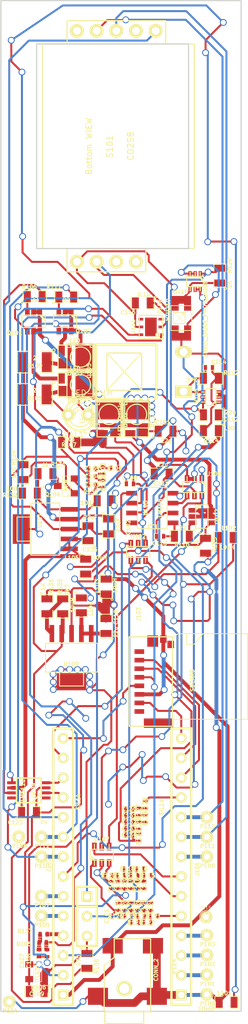
<source format=kicad_pcb>
(kicad_pcb (version 3) (host pcbnew "(2013-03-10 BZR 3992)-stable")
  (layers (15 F.Cu signal) (0 B.Cu signal) (18 B.Paste user) (19 F.Paste user) (20 B.SilkS user) (21 F.SilkS user) (22 B.Mask user) (23 F.Mask user) (28 Edge.Cuts user))
  (net 0 "")
  (net 1 /+5V)
  (net 2 /3.3Vdd)
  (net 3 "/A10 analog IN")
  (net 4 /ACT_SAT-LED)
  (net 5 /ACT_SAT_FB)
  (net 6 /ActVCC)
  (net 7 /Aref)
  (net 8 /DGND)
  (net 9 /DetVcc)
  (net 10 /Det_gnd)
  (net 11 /IR_CAL_filtered)
  (net 12 /PWM_calibration_intensity)
  (net 13 /PWMactpreset1)
  (net 14 /PWMactpreset2)
  (net 15 /Rxd)
  (net 16 /SD_CLK)
  (net 17 /SD_CS)
  (net 18 /SD_MISO)
  (net 19 /SD_MOSI)
  (net 20 /Txd)
  (net 21 /actinic_filtered&switched)
  (net 22 /actinic_preset1)
  (net 23 /actinic_preset2)
  (net 24 /cal)
  (net 25 /calibration_LED)
  (net 26 /pinK)
  (net 27 /sck)
  (net 28 /sda)
  (net 29 /signal)
  (net 30 GND)
  (net 31 N-000001)
  (net 32 N-0000013)
  (net 33 N-0000016)
  (net 34 N-0000018)
  (net 35 N-0000019)
  (net 36 N-000002)
  (net 37 N-0000020)
  (net 38 N-0000024)
  (net 39 N-0000025)
  (net 40 N-0000026)
  (net 41 N-0000027)
  (net 42 N-0000028)
  (net 43 N-0000029)
  (net 44 N-000003)
  (net 45 N-0000030)
  (net 46 N-0000031)
  (net 47 N-0000032)
  (net 48 N-0000033)
  (net 49 N-0000034)
  (net 50 N-0000035)
  (net 51 N-0000036)
  (net 52 N-0000038)
  (net 53 N-0000039)
  (net 54 N-0000043)
  (net 55 N-0000044)
  (net 56 N-0000045)
  (net 57 N-0000046)
  (net 58 N-0000047)
  (net 59 N-0000048)
  (net 60 N-000005)
  (net 61 N-0000050)
  (net 62 N-0000056)
  (net 63 N-0000057)
  (net 64 N-0000059)
  (net 65 N-000006)
  (net 66 N-0000061)
  (net 67 N-0000062)
  (net 68 N-0000065)
  (net 69 N-0000066)
  (net 70 N-000007)
  (net 71 N-0000071)
  (net 72 N-0000072)
  (net 73 N-0000073)
  (net 74 N-0000074)
  (net 75 N-0000075)
  (net 76 N-000008)
  (net 77 N-000009)
  (net 78 N-0000099)
  (module SM0805 (layer F.Cu) (at 167.48506 128.3589 180)
    (fp_text reference C116 (at 1.90246 -1.2065 180) (layer F.SilkS) (effects (font (size 0.50038 0.50038) (thickness 0.10922))))
    (fp_text value 0.1u (at -0.12954 1.0795 180) (layer F.SilkS) (effects (font (size 0.50038 0.50038) (thickness 0.10922))))
    (pad 1 smd rect (at -0.9525 0 180) (size 0.889 1.397) (layers F.Cu F.Paste F.Mask) (net 8 /DGND))
    (pad 2 smd rect (at 0.9525 0 180) (size 0.889 1.397) (layers F.Cu F.Paste F.Mask) (net 2 /3.3Vdd))
  )
  (module power_barrel_S (layer F.Cu) (at 165.1 216.535 90)
    (fp_text reference P114 (at 2.84226 6.43382 90) (layer F.SilkS) (effects (font (size 0.5 0.5) (thickness 0.125))))
    (fp_text value CONN_2 (at 2.40538 4.08686 90) (layer F.SilkS) (effects (font (size 0.5 0.5) (thickness 0.125))))
    (pad 1 smd rect (at -1 -3.4 90) (size 2.2 2.6) (layers F.Cu F.Paste F.Mask) (net 8 /DGND))
    (pad 2 smd rect (at 5.5 -1.5 90) (size 2 2.6) (layers F.Cu F.Paste F.Mask) (net 1 /+5V))
    (pad 1 smd rect (at -1 4.2 90) (size 2.2 2.6) (layers F.Cu F.Paste F.Mask) (net 8 /DGND))
    (pad 1 smd rect (at 5.5 3.7 90) (size 2 2.6) (layers F.Cu F.Paste F.Mask) (net 8 /DGND))
    (pad 4 thru_hole circle (at 0 0 90) (size 1.99898 1.99898) (drill 1.3) (layers *.Cu *.Mask F.SilkS))
  )
  (module DCQ5 (layer F.Cu) (at 154.9019 157.4419 90)
    (fp_text reference U101 (at 1.0795 -0.6985 90) (layer F.SilkS) (effects (font (size 0.5 0.5) (thickness 0.125))))
    (fp_text value TL1963 hide)
    (pad 1 smd rect (at -2.54 3.1 90) (size 0.6 2.2) (layers F.Cu F.Paste F.Mask) (net 39 N-0000025))
    (pad 2 smd rect (at -1.27 3.1 90) (size 0.6 2.2) (layers F.Cu F.Paste F.Mask) (net 39 N-0000025))
    (pad 3 smd rect (at 0 3.1 90) (size 0.6 2.2) (layers F.Cu F.Paste F.Mask) (net 30 GND))
    (pad 3 smd rect (at 0 -3.1 90) (size 3.79984 2.2) (layers F.Cu F.Paste F.Mask) (net 30 GND))
    (pad 4 smd rect (at 1.27 3.1 90) (size 0.6 2.2) (layers F.Cu F.Paste F.Mask) (net 54 N-0000043))
    (pad 5 smd rect (at 2.54 3.1 90) (size 0.6 2.2) (layers F.Cu F.Paste F.Mask) (net 34 N-0000018))
  )
  (module Multi_Rebel+XP (layer F.Cu) (at 159.4485 135.3185 180)
    (fp_text reference D103 (at 0.70104 -2.10058 180) (layer F.SilkS) (effects (font (size 0.5 0.5) (thickness 0.125))))
    (fp_text value LED (at 0.70104 2.10058 180) (layer F.SilkS) (effects (font (size 0.5 0.5) (thickness 0.125))))
    (pad 1 smd rect (at 2.47396 -0.8001 180) (size 0.89916 1.30048) (layers F.Cu F.Paste F.Mask) (net 70 N-000007))
    (pad 2 smd rect (at 2.47396 0.8001 180) (size 0.89916 1.30048) (layers F.Cu F.Paste F.Mask) (net 43 N-0000029))
    (pad 2 smd rect (at -0.89916 0 180) (size 0.59944 2.99974) (layers F.Cu F.Paste F.Mask) (net 43 N-0000029))
    (pad 2 smd rect (at 0 0 180) (size 1.30048 3.29946) (layers F.Cu F.Paste F.Mask) (net 43 N-0000029))
    (pad 1 smd rect (at 1.39954 0 180) (size 0.50038 3.29946) (layers F.Cu F.Paste F.Mask) (net 70 N-000007))
    (pad 2 smd rect (at -1.39954 0 180) (size 0.50038 3.29946) (layers F.Cu F.Paste F.Mask) (net 43 N-0000029))
    (pad 1 smd rect (at 1.84912 -0.8001 180) (size 0.39878 1.30048) (layers F.Cu) (net 70 N-000007))
  )
  (module Multi_Rebel+XP (layer F.Cu) (at 159.4485 138.8745 180)
    (fp_text reference D101 (at 0.70104 -2.10058 180) (layer F.SilkS) (effects (font (size 0.5 0.5) (thickness 0.125))))
    (fp_text value LED (at 0.70104 2.10058 180) (layer F.SilkS) (effects (font (size 0.5 0.5) (thickness 0.125))))
    (pad 1 smd rect (at 2.47396 -0.8001 180) (size 0.89916 1.30048) (layers F.Cu F.Paste F.Mask) (net 31 N-000001))
    (pad 2 smd rect (at 2.47396 0.8001 180) (size 0.89916 1.30048) (layers F.Cu F.Paste F.Mask) (net 45 N-0000030))
    (pad 2 smd rect (at -0.89916 0 180) (size 0.59944 2.99974) (layers F.Cu F.Paste F.Mask) (net 45 N-0000030))
    (pad 2 smd oval (at -1.50114 -1.50114 225) (size 0.50038 1.00076) (layers F.Cu F.Mask) (net 45 N-0000030))
    (pad 2 smd rect (at 0 0 180) (size 1.30048 3.29946) (layers F.Cu F.Paste F.Mask) (net 45 N-0000030))
    (pad 1 smd rect (at 1.39954 0 180) (size 0.50038 3.29946) (layers F.Cu F.Paste F.Mask) (net 31 N-000001))
    (pad 2 smd rect (at -1.39954 0 180) (size 0.50038 3.29946) (layers F.Cu F.Paste F.Mask) (net 45 N-0000030))
    (pad 1 smd rect (at 1.84912 -0.8001 180) (size 0.39878 1.30048) (layers F.Cu) (net 31 N-000001))
  )
  (module Multi_Rebel+XP (layer F.Cu) (at 163.1315 142.6845 270)
    (fp_text reference D102 (at 0.70104 -2.10058 270) (layer F.SilkS) (effects (font (size 0.5 0.5) (thickness 0.125))))
    (fp_text value IRled (at 0.70104 2.10058 270) (layer F.SilkS) (effects (font (size 0.5 0.5) (thickness 0.125))))
    (pad 1 smd rect (at 2.47396 -0.8001 270) (size 0.89916 1.30048) (layers F.Cu F.Paste F.Mask) (net 25 /calibration_LED))
    (pad 2 smd rect (at 2.47396 0.8001 270) (size 0.89916 1.30048) (layers F.Cu F.Paste F.Mask) (net 33 N-0000016))
    (pad 2 smd rect (at -0.89916 0 270) (size 0.59944 2.99974) (layers F.Cu F.Paste F.Mask) (net 33 N-0000016))
    (pad 2 smd rect (at 0 0 270) (size 1.30048 3.29946) (layers F.Cu F.Paste F.Mask) (net 33 N-0000016))
    (pad 1 smd rect (at 1.39954 0 270) (size 0.50038 3.29946) (layers F.Cu F.Paste F.Mask) (net 25 /calibration_LED))
    (pad 2 smd rect (at -1.39954 0 270) (size 0.50038 3.29946) (layers F.Cu F.Paste F.Mask) (net 33 N-0000016))
    (pad 1 smd rect (at 1.84912 -0.8001 270) (size 0.39878 1.30048) (layers F.Cu) (net 25 /calibration_LED))
  )
  (module Multi_Rebel+XP (layer F.Cu) (at 166.6875 142.6845 270)
    (fp_text reference D104 (at 0.70104 -2.10058 270) (layer F.SilkS) (effects (font (size 0.5 0.5) (thickness 0.125))))
    (fp_text value rLED_Actinic (at 0.70104 2.10058 270) (layer F.SilkS) (effects (font (size 0.5 0.5) (thickness 0.125))))
    (pad 1 smd rect (at 2.47396 -0.8001 270) (size 0.89916 1.30048) (layers F.Cu F.Paste F.Mask) (net 6 /ActVCC))
    (pad 2 smd rect (at 2.47396 0.8001 270) (size 0.89916 1.30048) (layers F.Cu F.Paste F.Mask) (net 4 /ACT_SAT-LED))
    (pad 2 smd rect (at -0.89916 0 270) (size 0.59944 2.99974) (layers F.Cu F.Paste F.Mask) (net 4 /ACT_SAT-LED))
    (pad 2 smd rect (at 0 0 270) (size 1.30048 3.29946) (layers F.Cu F.Paste F.Mask) (net 4 /ACT_SAT-LED))
    (pad 1 smd rect (at 1.39954 0 270) (size 0.50038 3.29946) (layers F.Cu F.Paste F.Mask) (net 6 /ActVCC))
    (pad 2 smd rect (at -1.39954 0 270) (size 0.50038 3.29946) (layers F.Cu F.Paste F.Mask) (net 4 /ACT_SAT-LED))
    (pad 1 smd rect (at 1.84912 -0.8001 270) (size 0.39878 1.30048) (layers F.Cu) (net 6 /ActVCC))
  )
  (module SOT23 (layer F.Cu) (at 157.607 151.892 90)
    (fp_text reference Q104 (at -1.1176 -1.7526 180) (layer F.SilkS) (effects (font (size 0.5 0.5) (thickness 0.125))))
    (fp_text value NPN (at 0.0635 0 90) (layer F.SilkS) (effects (font (size 0.5 0.5) (thickness 0.125))))
    (pad 3 smd rect (at 0 -1.09982 90) (size 0.8001 1.00076) (layers F.Cu F.Paste F.Mask) (net 54 N-0000043))
    (pad 2 smd rect (at 0.9525 1.09982 90) (size 0.8001 1.00076) (layers F.Cu F.Paste F.Mask) (net 55 N-0000044))
    (pad 1 smd rect (at -0.9525 1.09982 90) (size 0.8001 1.00076) (layers F.Cu F.Paste F.Mask) (net 40 N-0000026))
  )
  (module SOT23 (layer F.Cu) (at 153.924 214.376 270)
    (fp_text reference U106 (at 1.99898 -0.09906 360) (layer F.SilkS) (effects (font (size 0.5 0.5) (thickness 0.125))))
    (fp_text value TL431 (at 0.0635 0 270) (layer F.SilkS) (effects (font (size 0.5 0.5) (thickness 0.125))))
    (pad 3 smd rect (at 0 -1.09982 270) (size 0.8001 1.00076) (layers F.Cu F.Paste F.Mask) (net 7 /Aref))
    (pad 2 smd rect (at 0.9525 1.09982 270) (size 0.8001 1.00076) (layers F.Cu F.Paste F.Mask))
    (pad 1 smd rect (at -0.9525 1.09982 270) (size 0.8001 1.00076) (layers F.Cu F.Paste F.Mask) (net 10 /Det_gnd))
  )
  (module SO8E (layer F.Cu) (at 168.7195 154.7368 90)
    (fp_text reference U103 (at 0 -0.889 90) (layer F.SilkS) (effects (font (size 0.5 0.5) (thickness 0.125))))
    (fp_text value LM358 (at 0 1.016 90) (layer F.SilkS) (effects (font (size 0.5 0.5) (thickness 0.125))))
    (pad 8 smd rect (at -1.905 -2.667 90) (size 0.59944 1.39954) (layers F.Cu F.Paste F.Mask) (net 6 /ActVCC))
    (pad 1 smd rect (at -1.905 2.667 90) (size 0.59944 1.39954) (layers F.Cu F.Paste F.Mask) (net 69 N-0000066))
    (pad 7 smd rect (at -0.635 -2.667 90) (size 0.59944 1.39954) (layers F.Cu F.Paste F.Mask) (net 25 /calibration_LED))
    (pad 6 smd rect (at 0.635 -2.667 90) (size 0.59944 1.39954) (layers F.Cu F.Paste F.Mask) (net 33 N-0000016))
    (pad 5 smd rect (at 1.905 -2.667 90) (size 0.59944 1.39954) (layers F.Cu F.Paste F.Mask) (net 41 N-0000027))
    (pad 2 smd rect (at -0.635 2.667 90) (size 0.59944 1.39954) (layers F.Cu F.Paste F.Mask) (net 5 /ACT_SAT_FB))
    (pad 3 smd rect (at 0.635 2.667 90) (size 0.59944 1.39954) (layers F.Cu F.Paste F.Mask) (net 21 /actinic_filtered&switched))
    (pad 4 smd rect (at 1.905 2.667 90) (size 0.59944 1.39954) (layers F.Cu F.Paste F.Mask) (net 30 GND))
  )
  (module SM0805 (layer F.Cu) (at 160.4137 157.9753 90)
    (fp_text reference C135 (at -2.1082 0.254 180) (layer F.SilkS) (effects (font (size 0.5 0.5) (thickness 0.125))))
    (fp_text value 22uF (at 2.0447 0.3175 180) (layer F.SilkS) (effects (font (size 0.5 0.5) (thickness 0.125))))
    (pad 1 smd rect (at -0.9525 0 90) (size 0.889 1.397) (layers F.Cu F.Paste F.Mask) (net 39 N-0000025))
    (pad 2 smd rect (at 0.9525 0 90) (size 0.889 1.397) (layers F.Cu F.Paste F.Mask) (net 30 GND))
  )
  (module SM0805 (layer F.Cu) (at 153.797 216.916 180)
    (fp_text reference C109 (at 0 -0.3175 180) (layer F.SilkS) (effects (font (size 0.5 0.5) (thickness 0.125))))
    (fp_text value 22u (at 0 0.381 180) (layer F.SilkS) (effects (font (size 0.5 0.5) (thickness 0.125))))
    (pad 1 smd rect (at -0.9525 0 180) (size 0.889 1.397) (layers F.Cu F.Paste F.Mask) (net 7 /Aref))
    (pad 2 smd rect (at 0.9525 0 180) (size 0.889 1.397) (layers F.Cu F.Paste F.Mask) (net 10 /Det_gnd))
  )
  (module SM0805 (layer F.Cu) (at 157.9626 146.2913 180)
    (fp_text reference R107 (at 0 -0.3175 180) (layer F.SilkS) (effects (font (size 0.5 0.5) (thickness 0.125))))
    (fp_text value 3K3 (at 0 0.381 180) (layer F.SilkS) (effects (font (size 0.5 0.5) (thickness 0.125))))
    (pad 1 smd rect (at -0.9525 0 180) (size 0.889 1.397) (layers F.Cu F.Paste F.Mask) (net 33 N-0000016))
    (pad 2 smd rect (at 0.9525 0 180) (size 0.889 1.397) (layers F.Cu F.Paste F.Mask) (net 30 GND))
  )
  (module SM0805 (layer F.Cu) (at 170.4213 144.8562)
    (fp_text reference C101 (at -0.3429 -1.14554) (layer F.SilkS) (effects (font (size 0.5 0.5) (thickness 0.125))))
    (fp_text value 22u (at 0.09144 1.24206) (layer F.SilkS) (effects (font (size 0.5 0.5) (thickness 0.125))))
    (pad 1 smd rect (at -0.9525 0) (size 0.889 1.397) (layers F.Cu F.Paste F.Mask) (net 6 /ActVCC))
    (pad 2 smd rect (at 0.9525 0) (size 0.889 1.397) (layers F.Cu F.Paste F.Mask) (net 30 GND))
  )
  (module SM0805 (layer F.Cu) (at 178.308 218.313)
    (fp_text reference L101 (at -0.28194 -1.16586) (layer F.SilkS) (effects (font (size 0.5 0.5) (thickness 0.125))))
    (fp_text value 10uH (at -2.72034 0.8001) (layer F.SilkS) (effects (font (size 0.5 0.5) (thickness 0.125))))
    (pad 1 smd rect (at -0.9525 0) (size 0.889 1.397) (layers F.Cu F.Paste F.Mask) (net 8 /DGND))
    (pad 2 smd rect (at 0.9525 0) (size 0.889 1.397) (layers F.Cu F.Paste F.Mask) (net 30 GND))
  )
  (module SM0805 (layer F.Cu) (at 160.274 212.979 270)
    (fp_text reference R108 (at 0.70104 -1.2446 270) (layer F.SilkS) (effects (font (size 0.5 0.5) (thickness 0.125))))
    (fp_text value 470 (at -0.04572 1.0414 270) (layer F.SilkS) (effects (font (size 0.5 0.5) (thickness 0.125))))
    (pad 1 smd rect (at -0.9525 0 270) (size 0.889 1.397) (layers F.Cu F.Paste F.Mask) (net 7 /Aref))
    (pad 2 smd rect (at 0.9525 0 270) (size 0.889 1.397) (layers F.Cu F.Paste F.Mask) (net 9 /DetVcc))
  )
  (module SM0805 (layer F.Cu) (at 163.068 157.099 270)
    (fp_text reference C102 (at 0.127 -2.54 270) (layer F.SilkS) (effects (font (size 0.5 0.5) (thickness 0.125))))
    (fp_text value 22uF (at -0.1778 -1.27 270) (layer F.SilkS) (effects (font (size 0.5 0.5) (thickness 0.125))))
    (pad 1 smd rect (at -0.9525 0 270) (size 0.889 1.397) (layers F.Cu F.Paste F.Mask) (net 54 N-0000043))
    (pad 2 smd rect (at 0.9525 0 270) (size 0.889 1.397) (layers F.Cu F.Paste F.Mask) (net 30 GND))
  )
  (module SM0805 (layer F.Cu) (at 157.607 127.5969)
    (fp_text reference R111 (at -1.5875 -1.30556) (layer F.SilkS) (effects (font (size 0.5 0.5) (thickness 0.125))))
    (fp_text value 22 (at 0 0.381) (layer F.SilkS) (effects (font (size 0.5 0.5) (thickness 0.125))))
    (pad 1 smd rect (at -0.9525 0) (size 0.889 1.397) (layers F.Cu F.Paste F.Mask) (net 77 N-000009))
    (pad 2 smd rect (at 0.9525 0) (size 0.889 1.397) (layers F.Cu F.Paste F.Mask))
  )
  (module SM0805 (layer F.Cu) (at 153.543 127.5461)
    (fp_text reference R106 (at -0.6858 -1.27) (layer F.SilkS) (effects (font (size 0.5 0.5) (thickness 0.125))))
    (fp_text value 22 (at 0 0.381) (layer F.SilkS) (effects (font (size 0.5 0.5) (thickness 0.125))))
    (pad 1 smd rect (at -0.9525 0) (size 0.889 1.397) (layers F.Cu F.Paste F.Mask) (net 76 N-000008))
    (pad 2 smd rect (at 0.9525 0) (size 0.889 1.397) (layers F.Cu F.Paste F.Mask))
  )
  (module SM0805 (layer F.Cu) (at 155.1178 167.3733 270)
    (fp_text reference R136 (at -2.57556 -0.5588 270) (layer F.SilkS) (effects (font (size 0.5 0.5) (thickness 0.125))))
    (fp_text value 1K (at -2.52984 0.50292 270) (layer F.SilkS) (effects (font (size 0.5 0.5) (thickness 0.125))))
    (pad 1 smd rect (at -0.9525 0 270) (size 0.889 1.397) (layers F.Cu F.Paste F.Mask) (net 10 /Det_gnd))
    (pad 2 smd rect (at 0.9525 0 270) (size 0.889 1.397) (layers F.Cu F.Paste F.Mask) (net 47 N-0000032))
  )
  (module SM0805 (layer F.Cu) (at 160.1089 162.2679 270)
    (fp_text reference L105 (at -1.1303 1.7907 360) (layer F.SilkS) (effects (font (size 0.5 0.5) (thickness 0.125))))
    (fp_text value 10uH (at -1.1557 -1.7907 360) (layer F.SilkS) (effects (font (size 0.5 0.5) (thickness 0.125))))
    (pad 1 smd rect (at -0.9525 0 270) (size 0.889 1.397) (layers F.Cu F.Paste F.Mask) (net 39 N-0000025))
    (pad 2 smd rect (at 0.9525 0 270) (size 0.889 1.397) (layers F.Cu F.Paste F.Mask) (net 6 /ActVCC))
  )
  (module SM0805 (layer F.Cu) (at 154.9273 150.3045 180)
    (fp_text reference R131 (at -1.6637 1.19634 180) (layer F.SilkS) (effects (font (size 0.5 0.5) (thickness 0.125))))
    (fp_text value 1k (at 0.02032 1.1049 180) (layer F.SilkS) (effects (font (size 0.5 0.5) (thickness 0.125))))
    (pad 1 smd rect (at -0.9525 0 180) (size 0.889 1.397) (layers F.Cu F.Paste F.Mask) (net 54 N-0000043))
    (pad 2 smd rect (at 0.9525 0 180) (size 0.889 1.397) (layers F.Cu F.Paste F.Mask) (net 34 N-0000018))
  )
  (module SM0805 (layer F.Cu) (at 162.56 153.797)
    (fp_text reference R133 (at -1.8034 -1.1176) (layer F.SilkS) (effects (font (size 0.5 0.5) (thickness 0.125))))
    (fp_text value 100 (at -2.3876 0.2794) (layer F.SilkS) (effects (font (size 0.5 0.5) (thickness 0.125))))
    (pad 1 smd rect (at -0.9525 0) (size 0.889 1.397) (layers F.Cu F.Paste F.Mask) (net 34 N-0000018))
    (pad 2 smd rect (at 0.9525 0) (size 0.889 1.397) (layers F.Cu F.Paste F.Mask) (net 30 GND))
  )
  (module SM0805 (layer F.Cu) (at 152.9207 152.8191 180)
    (fp_text reference R132 (at 2.58064 -0.27432 180) (layer F.SilkS) (effects (font (size 0.5 0.5) (thickness 0.125))))
    (fp_text value 100 (at 2.34188 0.5715 180) (layer F.SilkS) (effects (font (size 0.5 0.5) (thickness 0.125))))
    (pad 1 smd rect (at -0.9525 0 180) (size 0.889 1.397) (layers F.Cu F.Paste F.Mask) (net 34 N-0000018))
    (pad 2 smd rect (at 0.9525 0 180) (size 0.889 1.397) (layers F.Cu F.Paste F.Mask) (net 40 N-0000026))
  )
  (module SM0805 (layer F.Cu) (at 152.019 150.114 270)
    (fp_text reference R134 (at -1.84404 1.20396 270) (layer F.SilkS) (effects (font (size 0.5 0.5) (thickness 0.125))))
    (fp_text value 100 (at 0.06858 1.19634 270) (layer F.SilkS) (effects (font (size 0.5 0.5) (thickness 0.125))))
    (pad 1 smd rect (at -0.9525 0 270) (size 0.889 1.397) (layers F.Cu F.Paste F.Mask) (net 30 GND))
    (pad 2 smd rect (at 0.9525 0 270) (size 0.889 1.397) (layers F.Cu F.Paste F.Mask) (net 40 N-0000026))
  )
  (module SM0805 (layer F.Cu) (at 157.1498 167.3733 90)
    (fp_text reference R135 (at 2.57556 -0.34036 90) (layer F.SilkS) (effects (font (size 0.5 0.5) (thickness 0.125))))
    (fp_text value 2K7 (at 2.15138 0.60706 90) (layer F.SilkS) (effects (font (size 0.5 0.5) (thickness 0.125))))
    (pad 1 smd rect (at -0.9525 0 90) (size 0.889 1.397) (layers F.Cu F.Paste F.Mask) (net 9 /DetVcc))
    (pad 2 smd rect (at 0.9525 0 90) (size 0.889 1.397) (layers F.Cu F.Paste F.Mask) (net 47 N-0000032))
  )
  (module SM0805 (layer F.Cu) (at 176.276 138.049)
    (fp_text reference R112 (at 2.59588 -0.6985) (layer F.SilkS) (effects (font (size 0.5 0.5) (thickness 0.125))))
    (fp_text value 27K (at -2.45618 0.23876) (layer F.SilkS) (effects (font (size 0.5 0.5) (thickness 0.125))))
    (pad 1 smd rect (at -0.9525 0) (size 0.889 1.397) (layers F.Cu F.Paste F.Mask) (net 26 /pinK))
    (pad 2 smd rect (at 0.9525 0) (size 0.889 1.397) (layers F.Cu F.Paste F.Mask) (net 29 /signal))
  )
  (module SM0805 (layer F.Cu) (at 176.276 142.748 180)
    (fp_text reference C112 (at -2.57048 -0.5969 180) (layer F.SilkS) (effects (font (size 0.5 0.5) (thickness 0.125))))
    (fp_text value 22u (at -2.51206 0.3302 180) (layer F.SilkS) (effects (font (size 0.5 0.5) (thickness 0.125))))
    (pad 1 smd rect (at -0.9525 0 180) (size 0.889 1.397) (layers F.Cu F.Paste F.Mask) (net 10 /Det_gnd))
    (pad 2 smd rect (at 0.9525 0 180) (size 0.889 1.397) (layers F.Cu F.Paste F.Mask) (net 9 /DetVcc))
  )
  (module SM0805 (layer F.Cu) (at 162.7632 164.8333 90)
    (fp_text reference L103 (at 0.08128 -1.16586 90) (layer F.SilkS) (effects (font (size 0.5 0.5) (thickness 0.125))))
    (fp_text value 10uH (at 0.127 1.13284 90) (layer F.SilkS) (effects (font (size 0.5 0.5) (thickness 0.125))))
    (pad 1 smd rect (at -0.9525 0 90) (size 0.889 1.397) (layers F.Cu F.Paste F.Mask) (net 10 /Det_gnd))
    (pad 2 smd rect (at 0.9525 0 90) (size 0.889 1.397) (layers F.Cu F.Paste F.Mask) (net 8 /DGND))
  )
  (module SM0805 (layer F.Cu) (at 162.7378 169.9133 90)
    (fp_text reference C110 (at 1.13792 1.2827 90) (layer F.SilkS) (effects (font (size 0.5 0.5) (thickness 0.125))))
    (fp_text value 22u (at -0.78232 1.29032 90) (layer F.SilkS) (effects (font (size 0.5 0.5) (thickness 0.125))))
    (pad 1 smd rect (at -0.9525 0 90) (size 0.889 1.397) (layers F.Cu F.Paste F.Mask) (net 78 N-0000099))
    (pad 2 smd rect (at 0.9525 0 90) (size 0.889 1.397) (layers F.Cu F.Paste F.Mask) (net 10 /Det_gnd))
  )
  (module SM0805 (layer F.Cu) (at 176.276 144.78 180)
    (fp_text reference R114 (at -0.04318 -1.28524 180) (layer F.SilkS) (effects (font (size 0.5 0.5) (thickness 0.125))))
    (fp_text value 100 (at -2.34188 0.31496 180) (layer F.SilkS) (effects (font (size 0.5 0.5) (thickness 0.125))))
    (pad 1 smd rect (at -0.9525 0 180) (size 0.889 1.397) (layers F.Cu F.Paste F.Mask) (net 3 "/A10 analog IN"))
    (pad 2 smd rect (at 0.9525 0 180) (size 0.889 1.397) (layers F.Cu F.Paste F.Mask) (net 29 /signal))
  )
  (module SM0805 (layer F.Cu) (at 159.5628 167.2463 270)
    (fp_text reference L104 (at 0.4445 -1.21158 270) (layer F.SilkS) (effects (font (size 0.5 0.5) (thickness 0.125))))
    (fp_text value 10uH (at -0.03556 1.1303 270) (layer F.SilkS) (effects (font (size 0.5 0.5) (thickness 0.125))))
    (pad 1 smd rect (at -0.9525 0 270) (size 0.889 1.397) (layers F.Cu F.Paste F.Mask) (net 1 /+5V))
    (pad 2 smd rect (at 0.9525 0 270) (size 0.889 1.397) (layers F.Cu F.Paste F.Mask) (net 78 N-0000099))
  )
  (module SM0805 (layer F.Cu) (at 172.5295 158.369 180)
    (fp_text reference R110 (at -0.01778 -1.14808 180) (layer F.SilkS) (effects (font (size 0.5 0.5) (thickness 0.125))))
    (fp_text value 22 (at -0.09906 1.04648 180) (layer F.SilkS) (effects (font (size 0.5 0.5) (thickness 0.125))))
    (pad 1 smd rect (at -0.9525 0 180) (size 0.889 1.397) (layers F.Cu F.Paste F.Mask) (net 68 N-0000065))
    (pad 2 smd rect (at 0.9525 0 180) (size 0.889 1.397) (layers F.Cu F.Paste F.Mask) (net 69 N-0000066))
  )
  (module SM0805 (layer F.Cu) (at 175.5775 159.5882 270)
    (fp_text reference R113 (at -0.1524 -1.1938 270) (layer F.SilkS) (effects (font (size 0.5 0.5) (thickness 0.125))))
    (fp_text value 3.3 (at -0.1524 1.1938 270) (layer F.SilkS) (effects (font (size 0.5 0.5) (thickness 0.125))))
    (pad 1 smd rect (at -0.9525 0 270) (size 0.889 1.397) (layers F.Cu F.Paste F.Mask) (net 5 /ACT_SAT_FB))
    (pad 2 smd rect (at 0.9525 0 270) (size 0.889 1.397) (layers F.Cu F.Paste F.Mask) (net 30 GND))
  )
  (module SM0805 (layer F.Cu) (at 178.1937 158.5214)
    (fp_text reference L102 (at 0.40132 -1.19888) (layer F.SilkS) (effects (font (size 0.5 0.5) (thickness 0.125))))
    (fp_text value 10uH (at 0.16002 1.27) (layer F.SilkS) (effects (font (size 0.5 0.5) (thickness 0.125))))
    (pad 1 smd rect (at -0.9525 0) (size 0.889 1.397) (layers F.Cu F.Paste F.Mask) (net 1 /+5V))
    (pad 2 smd rect (at 0.9525 0) (size 0.889 1.397) (layers F.Cu F.Paste F.Mask) (net 6 /ActVCC))
  )
  (module SM0805 (layer F.Cu) (at 169.926 150.368 180)
    (fp_text reference C111 (at 0.02032 -1.22428 180) (layer F.SilkS) (effects (font (size 0.5 0.5) (thickness 0.125))))
    (fp_text value 22u (at -0.12192 1.22936 180) (layer F.SilkS) (effects (font (size 0.5 0.5) (thickness 0.125))))
    (pad 1 smd rect (at -0.9525 0 180) (size 0.889 1.397) (layers F.Cu F.Paste F.Mask) (net 6 /ActVCC))
    (pad 2 smd rect (at 0.9525 0 180) (size 0.889 1.397) (layers F.Cu F.Paste F.Mask) (net 30 GND))
  )
  (module SM0402 (layer F.Cu) (at 162.3441 151.5999 90)
    (fp_text reference R102 (at 0 0 90) (layer F.SilkS) (effects (font (size 0.5 0.5) (thickness 0.125))))
    (fp_text value 3.3K hide)
    (pad 1 smd rect (at -0.44958 0 90) (size 0.39878 0.59944) (layers F.Cu F.Paste F.Mask) (net 55 N-0000044))
    (pad 2 smd rect (at 0.44958 0 90) (size 0.39878 0.59944) (layers F.Cu F.Paste F.Mask) (net 56 N-0000045))
  )
  (module SM0402 (layer F.Cu) (at 166.7891 203.2127 270)
    (fp_text reference C118 (at 0 0 270) (layer F.SilkS) (effects (font (size 0.5 0.5) (thickness 0.125))))
    (fp_text value 10n hide)
    (pad 1 smd rect (at -0.44958 0 270) (size 0.39878 0.59944) (layers F.Cu F.Paste F.Mask) (net 63 N-0000057))
    (pad 2 smd rect (at 0.44958 0 270) (size 0.39878 0.59944) (layers F.Cu F.Paste F.Mask) (net 30 GND))
  )
  (module SM0402 (layer F.Cu) (at 160.9471 149.6949 180)
    (fp_text reference C105 (at 0 0 180) (layer F.SilkS) (effects (font (size 0.5 0.5) (thickness 0.125))))
    (fp_text value 10n hide)
    (pad 1 smd rect (at -0.44958 0 180) (size 0.39878 0.59944) (layers F.Cu F.Paste F.Mask) (net 57 N-0000046))
    (pad 2 smd rect (at 0.44958 0 180) (size 0.39878 0.59944) (layers F.Cu F.Paste F.Mask) (net 30 GND))
  )
  (module SM0402 (layer F.Cu) (at 160.9471 150.7109 180)
    (fp_text reference C104 (at 0 0 180) (layer F.SilkS) (effects (font (size 0.5 0.5) (thickness 0.125))))
    (fp_text value 10n hide)
    (pad 1 smd rect (at -0.44958 0 180) (size 0.39878 0.59944) (layers F.Cu F.Paste F.Mask) (net 56 N-0000045))
    (pad 2 smd rect (at 0.44958 0 180) (size 0.39878 0.59944) (layers F.Cu F.Paste F.Mask) (net 30 GND))
  )
  (module SM0402 (layer F.Cu) (at 160.9471 151.7523 180)
    (fp_text reference C103 (at 0 0 180) (layer F.SilkS) (effects (font (size 0.5 0.5) (thickness 0.125))))
    (fp_text value 10n hide)
    (pad 1 smd rect (at -0.44958 0 180) (size 0.39878 0.59944) (layers F.Cu F.Paste F.Mask) (net 55 N-0000044))
    (pad 2 smd rect (at 0.44958 0 180) (size 0.39878 0.59944) (layers F.Cu F.Paste F.Mask) (net 30 GND))
  )
  (module SM0402 (layer F.Cu) (at 165.9509 203.2127 270)
    (fp_text reference C119 (at 0 0 270) (layer F.SilkS) (effects (font (size 0.5 0.5) (thickness 0.125))))
    (fp_text value 10n hide)
    (pad 1 smd rect (at -0.44958 0 270) (size 0.39878 0.59944) (layers F.Cu F.Paste F.Mask) (net 64 N-0000059))
    (pad 2 smd rect (at 0.44958 0 270) (size 0.39878 0.59944) (layers F.Cu F.Paste F.Mask) (net 30 GND))
  )
  (module SM0402 (layer F.Cu) (at 168.1099 201.9935 180)
    (fp_text reference R115 (at 0 0 180) (layer F.SilkS) (effects (font (size 0.5 0.5) (thickness 0.125))))
    (fp_text value 3.3K hide)
    (pad 1 smd rect (at -0.44958 0 180) (size 0.39878 0.59944) (layers F.Cu F.Paste F.Mask) (net 13 /PWMactpreset1))
    (pad 2 smd rect (at 0.44958 0 180) (size 0.39878 0.59944) (layers F.Cu F.Paste F.Mask) (net 62 N-0000056))
  )
  (module SM0402 (layer F.Cu) (at 167.1447 201.1553 180)
    (fp_text reference R116 (at 0 0 180) (layer F.SilkS) (effects (font (size 0.5 0.5) (thickness 0.125))))
    (fp_text value 3.3K hide)
    (pad 1 smd rect (at -0.44958 0 180) (size 0.39878 0.59944) (layers F.Cu F.Paste F.Mask) (net 62 N-0000056))
    (pad 2 smd rect (at 0.44958 0 180) (size 0.39878 0.59944) (layers F.Cu F.Paste F.Mask) (net 63 N-0000057))
  )
  (module SM0402 (layer F.Cu) (at 166.3827 201.9935 180)
    (fp_text reference R117 (at 0 0 180) (layer F.SilkS) (effects (font (size 0.5 0.5) (thickness 0.125))))
    (fp_text value 3.3K hide)
    (pad 1 smd rect (at -0.44958 0 180) (size 0.39878 0.59944) (layers F.Cu F.Paste F.Mask) (net 63 N-0000057))
    (pad 2 smd rect (at 0.44958 0 180) (size 0.39878 0.59944) (layers F.Cu F.Paste F.Mask) (net 64 N-0000059))
  )
  (module SM0402 (layer F.Cu) (at 166.9542 197.0786 270)
    (fp_text reference R130 (at 0 0 270) (layer F.SilkS) (effects (font (size 0.5 0.5) (thickness 0.125))))
    (fp_text value 3.3K hide)
    (pad 1 smd rect (at -0.44958 0 270) (size 0.39878 0.59944) (layers F.Cu F.Paste F.Mask) (net 61 N-0000050))
    (pad 2 smd rect (at 0.44958 0 270) (size 0.39878 0.59944) (layers F.Cu F.Paste F.Mask) (net 11 /IR_CAL_filtered))
  )
  (module SM0402 (layer F.Cu) (at 165.735 196.7992 180)
    (fp_text reference C134 (at 0 0 180) (layer F.SilkS) (effects (font (size 0.5 0.5) (thickness 0.125))))
    (fp_text value 10n hide)
    (pad 1 smd rect (at -0.44958 0 180) (size 0.39878 0.59944) (layers F.Cu F.Paste F.Mask) (net 11 /IR_CAL_filtered))
    (pad 2 smd rect (at 0.44958 0 180) (size 0.39878 0.59944) (layers F.Cu F.Paste F.Mask) (net 30 GND))
  )
  (module SM0402 (layer F.Cu) (at 162.3441 149.8727 90)
    (fp_text reference R103 (at 0 0 90) (layer F.SilkS) (effects (font (size 0.5 0.5) (thickness 0.125))))
    (fp_text value 3.3K hide)
    (pad 1 smd rect (at -0.44958 0 90) (size 0.39878 0.59944) (layers F.Cu F.Paste F.Mask) (net 56 N-0000045))
    (pad 2 smd rect (at 0.44958 0 90) (size 0.39878 0.59944) (layers F.Cu F.Paste F.Mask) (net 57 N-0000046))
  )
  (module SM0402 (layer F.Cu) (at 163.83 149.606)
    (fp_text reference R104 (at 0 0) (layer F.SilkS) (effects (font (size 0.5 0.5) (thickness 0.125))))
    (fp_text value 3.3K hide)
    (pad 1 smd rect (at -0.44958 0) (size 0.39878 0.59944) (layers F.Cu F.Paste F.Mask) (net 57 N-0000046))
    (pad 2 smd rect (at 0.44958 0) (size 0.39878 0.59944) (layers F.Cu F.Paste F.Mask) (net 58 N-0000047))
  )
  (module SM0402 (layer F.Cu) (at 155.1178 211.9884 270)
    (fp_text reference C106 (at 0.9906 2.3368 270) (layer F.SilkS) (effects (font (size 0.5 0.5) (thickness 0.125))))
    (fp_text value 10n hide)
    (pad 1 smd rect (at -0.44958 0 270) (size 0.39878 0.59944) (layers F.Cu F.Paste F.Mask) (net 58 N-0000047))
    (pad 2 smd rect (at 0.44958 0 270) (size 0.39878 0.59944) (layers F.Cu F.Paste F.Mask) (net 30 GND))
  )
  (module SM0402 (layer F.Cu) (at 154.1018 211.9884 270)
    (fp_text reference C107 (at 0.9906 2.2098 270) (layer F.SilkS) (effects (font (size 0.5 0.5) (thickness 0.125))))
    (fp_text value 10n hide)
    (pad 1 smd rect (at -0.44958 0 270) (size 0.39878 0.59944) (layers F.Cu F.Paste F.Mask) (net 59 N-0000048))
    (pad 2 smd rect (at 0.44958 0 270) (size 0.39878 0.59944) (layers F.Cu F.Paste F.Mask) (net 30 GND))
  )
  (module SM0402 (layer F.Cu) (at 154.5844 210.5914 180)
    (fp_text reference R105 (at 2.4384 -0.2286 180) (layer F.SilkS) (effects (font (size 0.5 0.5) (thickness 0.125))))
    (fp_text value 3.3K hide)
    (pad 1 smd rect (at -0.44958 0 180) (size 0.39878 0.59944) (layers F.Cu F.Paste F.Mask) (net 58 N-0000047))
    (pad 2 smd rect (at 0.44958 0 180) (size 0.39878 0.59944) (layers F.Cu F.Paste F.Mask) (net 59 N-0000048))
  )
  (module SM0402 (layer F.Cu) (at 167.6273 203.2127 270)
    (fp_text reference C117 (at 0 0 270) (layer F.SilkS) (effects (font (size 0.5 0.5) (thickness 0.125))))
    (fp_text value 10n hide)
    (pad 1 smd rect (at -0.44958 0 270) (size 0.39878 0.59944) (layers F.Cu F.Paste F.Mask) (net 62 N-0000056))
    (pad 2 smd rect (at 0.44958 0 270) (size 0.39878 0.59944) (layers F.Cu F.Paste F.Mask) (net 30 GND))
  )
  (module SM0402 (layer F.Cu) (at 169.7101 158.369 180)
    (fp_text reference C113 (at 0.05334 -0.90932 180) (layer F.SilkS) (effects (font (size 0.5 0.5) (thickness 0.125))))
    (fp_text value 100p hide)
    (pad 1 smd rect (at -0.44958 0 180) (size 0.39878 0.59944) (layers F.Cu F.Paste F.Mask) (net 69 N-0000066))
    (pad 2 smd rect (at 0.44958 0 180) (size 0.39878 0.59944) (layers F.Cu F.Paste F.Mask) (net 5 /ACT_SAT_FB))
  )
  (module SM0402 (layer F.Cu) (at 176.022 136.652)
    (fp_text reference C114 (at 1.28016 -0.70612) (layer F.SilkS) (effects (font (size 0.5 0.5) (thickness 0.125))))
    (fp_text value 10p hide)
    (pad 1 smd rect (at -0.44958 0) (size 0.39878 0.59944) (layers F.Cu F.Paste F.Mask) (net 26 /pinK))
    (pad 2 smd rect (at 0.44958 0) (size 0.39878 0.59944) (layers F.Cu F.Paste F.Mask) (net 29 /signal))
  )
  (module SM0402 (layer F.Cu) (at 165.735 195.961 180)
    (fp_text reference C133 (at 0 0 180) (layer F.SilkS) (effects (font (size 0.5 0.5) (thickness 0.125))))
    (fp_text value 10n hide)
    (pad 1 smd rect (at -0.44958 0 180) (size 0.39878 0.59944) (layers F.Cu F.Paste F.Mask) (net 61 N-0000050))
    (pad 2 smd rect (at 0.44958 0 180) (size 0.39878 0.59944) (layers F.Cu F.Paste F.Mask) (net 30 GND))
  )
  (module SM0402 (layer F.Cu) (at 168.4909 206.0067 90)
    (fp_text reference C124 (at 0 0 90) (layer F.SilkS) (effects (font (size 0.5 0.5) (thickness 0.125))))
    (fp_text value 10n hide)
    (pad 1 smd rect (at -0.44958 0 90) (size 0.39878 0.59944) (layers F.Cu F.Paste F.Mask) (net 71 N-0000071))
    (pad 2 smd rect (at 0.44958 0 90) (size 0.39878 0.59944) (layers F.Cu F.Paste F.Mask) (net 30 GND))
  )
  (module SM0402 (layer F.Cu) (at 167.6527 206.0067 90)
    (fp_text reference C125 (at 0 0 90) (layer F.SilkS) (effects (font (size 0.5 0.5) (thickness 0.125))))
    (fp_text value 10n hide)
    (pad 1 smd rect (at -0.44958 0 90) (size 0.39878 0.59944) (layers F.Cu F.Paste F.Mask) (net 72 N-0000072))
    (pad 2 smd rect (at 0.44958 0 90) (size 0.39878 0.59944) (layers F.Cu F.Paste F.Mask) (net 30 GND))
  )
  (module SM0402 (layer F.Cu) (at 166.8145 206.0067 90)
    (fp_text reference C126 (at 0 0 90) (layer F.SilkS) (effects (font (size 0.5 0.5) (thickness 0.125))))
    (fp_text value 10n hide)
    (pad 1 smd rect (at -0.44958 0 90) (size 0.39878 0.59944) (layers F.Cu F.Paste F.Mask) (net 73 N-0000073))
    (pad 2 smd rect (at 0.44958 0 90) (size 0.39878 0.59944) (layers F.Cu F.Paste F.Mask) (net 30 GND))
  )
  (module SM0402 (layer F.Cu) (at 168.8973 207.2259 180)
    (fp_text reference R121 (at 0 0 180) (layer F.SilkS) (effects (font (size 0.5 0.5) (thickness 0.125))))
    (fp_text value 3.3K hide)
    (pad 1 smd rect (at -0.44958 0 180) (size 0.39878 0.59944) (layers F.Cu F.Paste F.Mask) (net 14 /PWMactpreset2))
    (pad 2 smd rect (at 0.44958 0 180) (size 0.39878 0.59944) (layers F.Cu F.Paste F.Mask) (net 71 N-0000071))
  )
  (module SM0402 (layer F.Cu) (at 168.0591 208.0641 180)
    (fp_text reference R122 (at 0 0 180) (layer F.SilkS) (effects (font (size 0.5 0.5) (thickness 0.125))))
    (fp_text value 3.3K hide)
    (pad 1 smd rect (at -0.44958 0 180) (size 0.39878 0.59944) (layers F.Cu F.Paste F.Mask) (net 71 N-0000071))
    (pad 2 smd rect (at 0.44958 0 180) (size 0.39878 0.59944) (layers F.Cu F.Paste F.Mask) (net 72 N-0000072))
  )
  (module SM0402 (layer F.Cu) (at 167.2463 207.2259 180)
    (fp_text reference R123 (at 0 0 180) (layer F.SilkS) (effects (font (size 0.5 0.5) (thickness 0.125))))
    (fp_text value 3.3K hide)
    (pad 1 smd rect (at -0.44958 0 180) (size 0.39878 0.59944) (layers F.Cu F.Paste F.Mask) (net 72 N-0000072))
    (pad 2 smd rect (at 0.44958 0 180) (size 0.39878 0.59944) (layers F.Cu F.Paste F.Mask) (net 73 N-0000073))
  )
  (module SM0402 (layer F.Cu) (at 166.4589 208.0641 180)
    (fp_text reference R124 (at 0 0 180) (layer F.SilkS) (effects (font (size 0.5 0.5) (thickness 0.125))))
    (fp_text value 3.3K hide)
    (pad 1 smd rect (at -0.44958 0 180) (size 0.39878 0.59944) (layers F.Cu F.Paste F.Mask) (net 73 N-0000073))
    (pad 2 smd rect (at 0.44958 0 180) (size 0.39878 0.59944) (layers F.Cu F.Paste F.Mask) (net 74 N-0000074))
  )
  (module SM0402 (layer F.Cu) (at 165.9763 206.0067 90)
    (fp_text reference C127 (at 0 0 90) (layer F.SilkS) (effects (font (size 0.5 0.5) (thickness 0.125))))
    (fp_text value 10n hide)
    (pad 1 smd rect (at -0.44958 0 90) (size 0.39878 0.59944) (layers F.Cu F.Paste F.Mask) (net 74 N-0000074))
    (pad 2 smd rect (at 0.44958 0 90) (size 0.39878 0.59944) (layers F.Cu F.Paste F.Mask) (net 30 GND))
  )
  (module SM0402 (layer F.Cu) (at 165.1381 206.0067 90)
    (fp_text reference C128 (at 0 0 90) (layer F.SilkS) (effects (font (size 0.5 0.5) (thickness 0.125))))
    (fp_text value 10n hide)
    (pad 1 smd rect (at -0.44958 0 90) (size 0.39878 0.59944) (layers F.Cu F.Paste F.Mask) (net 75 N-0000075))
    (pad 2 smd rect (at 0.44958 0 90) (size 0.39878 0.59944) (layers F.Cu F.Paste F.Mask) (net 30 GND))
  )
  (module SM0402 (layer F.Cu) (at 164.2999 206.0067 90)
    (fp_text reference C129 (at 0 0 90) (layer F.SilkS) (effects (font (size 0.5 0.5) (thickness 0.125))))
    (fp_text value 10n hide)
    (pad 1 smd rect (at -0.44958 0 90) (size 0.39878 0.59944) (layers F.Cu F.Paste F.Mask) (net 23 /actinic_preset2))
    (pad 2 smd rect (at 0.44958 0 90) (size 0.39878 0.59944) (layers F.Cu F.Paste F.Mask) (net 30 GND))
  )
  (module SM0402 (layer F.Cu) (at 165.5953 207.2259 180)
    (fp_text reference R125 (at 0 0 180) (layer F.SilkS) (effects (font (size 0.5 0.5) (thickness 0.125))))
    (fp_text value 3.3K hide)
    (pad 1 smd rect (at -0.44958 0 180) (size 0.39878 0.59944) (layers F.Cu F.Paste F.Mask) (net 74 N-0000074))
    (pad 2 smd rect (at 0.44958 0 180) (size 0.39878 0.59944) (layers F.Cu F.Paste F.Mask) (net 75 N-0000075))
  )
  (module SM0402 (layer F.Cu) (at 163.9951 207.2259 180)
    (fp_text reference R126 (at 0 0 180) (layer F.SilkS) (effects (font (size 0.5 0.5) (thickness 0.125))))
    (fp_text value 3.3K hide)
    (pad 1 smd rect (at -0.44958 0 180) (size 0.39878 0.59944) (layers F.Cu F.Paste F.Mask) (net 75 N-0000075))
    (pad 2 smd rect (at 0.44958 0 180) (size 0.39878 0.59944) (layers F.Cu F.Paste F.Mask) (net 23 /actinic_preset2))
  )
  (module SM0402 (layer F.Cu) (at 163.0553 201.9935 180)
    (fp_text reference R120 (at 0 0 180) (layer F.SilkS) (effects (font (size 0.5 0.5) (thickness 0.125))))
    (fp_text value 3.3K hide)
    (pad 1 smd rect (at -0.44958 0 180) (size 0.39878 0.59944) (layers F.Cu F.Paste F.Mask) (net 67 N-0000062))
    (pad 2 smd rect (at 0.44958 0 180) (size 0.39878 0.59944) (layers F.Cu F.Paste F.Mask) (net 22 /actinic_preset1))
  )
  (module SM0402 (layer F.Cu) (at 164.6555 201.9935 180)
    (fp_text reference R119 (at 0 0 180) (layer F.SilkS) (effects (font (size 0.5 0.5) (thickness 0.125))))
    (fp_text value 3.3K hide)
    (pad 1 smd rect (at -0.44958 0 180) (size 0.39878 0.59944) (layers F.Cu F.Paste F.Mask) (net 66 N-0000061))
    (pad 2 smd rect (at 0.44958 0 180) (size 0.39878 0.59944) (layers F.Cu F.Paste F.Mask) (net 67 N-0000062))
  )
  (module SM0402 (layer F.Cu) (at 163.4363 203.2127 270)
    (fp_text reference C122 (at 0 0 270) (layer F.SilkS) (effects (font (size 0.5 0.5) (thickness 0.125))))
    (fp_text value 10n hide)
    (pad 1 smd rect (at -0.44958 0 270) (size 0.39878 0.59944) (layers F.Cu F.Paste F.Mask) (net 22 /actinic_preset1))
    (pad 2 smd rect (at 0.44958 0 270) (size 0.39878 0.59944) (layers F.Cu F.Paste F.Mask) (net 30 GND))
  )
  (module SM0402 (layer F.Cu) (at 166.9542 195.5546 270)
    (fp_text reference R129 (at 0 0 270) (layer F.SilkS) (effects (font (size 0.5 0.5) (thickness 0.125))))
    (fp_text value 3.3K hide)
    (pad 1 smd rect (at -0.44958 0 270) (size 0.39878 0.59944) (layers F.Cu F.Paste F.Mask) (net 53 N-0000039))
    (pad 2 smd rect (at 0.44958 0 270) (size 0.39878 0.59944) (layers F.Cu F.Paste F.Mask) (net 61 N-0000050))
  )
  (module SM0402 (layer F.Cu) (at 167.7924 194.691 270)
    (fp_text reference R128 (at 0 0 270) (layer F.SilkS) (effects (font (size 0.5 0.5) (thickness 0.125))))
    (fp_text value 3.3K hide)
    (pad 1 smd rect (at -0.44958 0 270) (size 0.39878 0.59944) (layers F.Cu F.Paste F.Mask) (net 52 N-0000038))
    (pad 2 smd rect (at 0.44958 0 270) (size 0.39878 0.59944) (layers F.Cu F.Paste F.Mask) (net 53 N-0000039))
  )
  (module SM0402 (layer F.Cu) (at 166.9542 193.802 270)
    (fp_text reference R127 (at 0 0 270) (layer F.SilkS) (effects (font (size 0.5 0.5) (thickness 0.125))))
    (fp_text value 3.3K hide)
    (pad 1 smd rect (at -0.44958 0 270) (size 0.39878 0.59944) (layers F.Cu F.Paste F.Mask) (net 12 /PWM_calibration_intensity))
    (pad 2 smd rect (at 0.44958 0 270) (size 0.39878 0.59944) (layers F.Cu F.Paste F.Mask) (net 52 N-0000038))
  )
  (module SM0402 (layer F.Cu) (at 165.735 195.1228 180)
    (fp_text reference C132 (at 0 0 180) (layer F.SilkS) (effects (font (size 0.5 0.5) (thickness 0.125))))
    (fp_text value 10n hide)
    (pad 1 smd rect (at -0.44958 0 180) (size 0.39878 0.59944) (layers F.Cu F.Paste F.Mask) (net 53 N-0000039))
    (pad 2 smd rect (at 0.44958 0 180) (size 0.39878 0.59944) (layers F.Cu F.Paste F.Mask) (net 30 GND))
  )
  (module SM0402 (layer F.Cu) (at 165.735 194.2846 180)
    (fp_text reference C131 (at 0 0 180) (layer F.SilkS) (effects (font (size 0.5 0.5) (thickness 0.125))))
    (fp_text value 10n hide)
    (pad 1 smd rect (at -0.44958 0 180) (size 0.39878 0.59944) (layers F.Cu F.Paste F.Mask) (net 52 N-0000038))
    (pad 2 smd rect (at 0.44958 0 180) (size 0.39878 0.59944) (layers F.Cu F.Paste F.Mask) (net 30 GND))
  )
  (module SM0402 (layer F.Cu) (at 165.735 193.4464 180)
    (fp_text reference C130 (at 0 0 180) (layer F.SilkS) (effects (font (size 0.5 0.5) (thickness 0.125))))
    (fp_text value 10n hide)
    (pad 1 smd rect (at -0.44958 0 180) (size 0.39878 0.59944) (layers F.Cu F.Paste F.Mask) (net 12 /PWM_calibration_intensity))
    (pad 2 smd rect (at 0.44958 0 180) (size 0.39878 0.59944) (layers F.Cu F.Paste F.Mask) (net 30 GND))
  )
  (module SM0402 (layer F.Cu) (at 165.8239 151.6253)
    (fp_text reference C108 (at -0.0254 -0.762) (layer F.SilkS) (effects (font (size 0.5 0.5) (thickness 0.125))))
    (fp_text value 100p hide)
    (pad 1 smd rect (at -0.44958 0) (size 0.39878 0.59944) (layers F.Cu F.Paste F.Mask) (net 25 /calibration_LED))
    (pad 2 smd rect (at 0.44958 0) (size 0.39878 0.59944) (layers F.Cu F.Paste F.Mask) (net 33 N-0000016))
  )
  (module SM0402 (layer F.Cu) (at 165.4937 201.1553 180)
    (fp_text reference R118 (at 0 0 180) (layer F.SilkS) (effects (font (size 0.5 0.5) (thickness 0.125))))
    (fp_text value 3.3K hide)
    (pad 1 smd rect (at -0.44958 0 180) (size 0.39878 0.59944) (layers F.Cu F.Paste F.Mask) (net 64 N-0000059))
    (pad 2 smd rect (at 0.44958 0 180) (size 0.39878 0.59944) (layers F.Cu F.Paste F.Mask) (net 66 N-0000061))
  )
  (module SM0402 (layer F.Cu) (at 165.1127 203.2127 270)
    (fp_text reference C120 (at 0 0 270) (layer F.SilkS) (effects (font (size 0.5 0.5) (thickness 0.125))))
    (fp_text value 10n hide)
    (pad 1 smd rect (at -0.44958 0 270) (size 0.39878 0.59944) (layers F.Cu F.Paste F.Mask) (net 66 N-0000061))
    (pad 2 smd rect (at 0.44958 0 270) (size 0.39878 0.59944) (layers F.Cu F.Paste F.Mask) (net 30 GND))
  )
  (module SM0402 (layer F.Cu) (at 164.2745 203.2127 270)
    (fp_text reference C121 (at 0 0 270) (layer F.SilkS) (effects (font (size 0.5 0.5) (thickness 0.125))))
    (fp_text value 10n hide)
    (pad 1 smd rect (at -0.44958 0 270) (size 0.39878 0.59944) (layers F.Cu F.Paste F.Mask) (net 67 N-0000062))
    (pad 2 smd rect (at 0.44958 0 270) (size 0.39878 0.59944) (layers F.Cu F.Paste F.Mask) (net 30 GND))
  )
  (module SIL-3 (layer F.Cu) (at 160.2867 207.2513 270)
    (fp_text reference K101 (at 0 -2.54 270) (layer F.SilkS) (effects (font (size 0.5 0.5) (thickness 0.125))))
    (fp_text value CONN_3 hide)
    (pad 1 thru_hole rect (at -2.54 0 270) (size 1.397 1.397) (drill 0.812799) (layers *.Cu *.Mask F.SilkS) (net 35 N-0000019))
    (pad 2 thru_hole circle (at 0 0 270) (size 1.397 1.397) (drill 0.812799) (layers *.Cu *.Mask F.SilkS) (net 3 "/A10 analog IN"))
    (pad 3 thru_hole circle (at 2.54 0 270) (size 1.397 1.397) (drill 0.812799) (layers *.Cu *.Mask F.SilkS) (net 7 /Aref))
  )
  (module SIL-14 (layer F.Cu) (at 172.4533 200.8505 90)
    (fp_text reference J101 (at -0.3175 2.0447 90) (layer F.SilkS) (effects (font (size 0.5 0.5) (thickness 0.125))))
    (fp_text value SIL14 (at 7.62 -2.54 90) (layer F.SilkS) (effects (font (size 0.5 0.5) (thickness 0.125))))
    (pad 1 thru_hole rect (at -16.51 0 90) (size 1.397 1.397) (drill 0.812799) (layers *.Cu *.Mask F.SilkS) (net 8 /DGND))
    (pad 2 thru_hole circle (at -13.97 0 90) (size 1.397 1.397) (drill 0.812799) (layers *.Cu *.Mask F.SilkS) (net 48 N-0000033))
    (pad 3 thru_hole circle (at -11.43 0 90) (size 1.397 1.397) (drill 0.812799) (layers *.Cu *.Mask F.SilkS) (net 38 N-0000024))
    (pad 4 thru_hole circle (at -8.89 0 90) (size 1.397 1.397) (drill 0.812799) (layers *.Cu *.Mask F.SilkS) (net 49 N-0000034))
    (pad 5 thru_hole circle (at -6.35 0 90) (size 1.397 1.397) (drill 0.812799) (layers *.Cu *.Mask F.SilkS) (net 14 /PWMactpreset2))
    (pad 6 thru_hole circle (at -3.81 0 90) (size 1.397 1.397) (drill 0.812799) (layers *.Cu *.Mask F.SilkS) (net 13 /PWMactpreset1))
    (pad 7 thru_hole circle (at -1.27 0 90) (size 1.397 1.397) (drill 0.812799) (layers *.Cu *.Mask F.SilkS) (net 32 N-0000013))
    (pad 8 thru_hole circle (at 1.27 0 90) (size 1.397 1.397) (drill 0.812799) (layers *.Cu *.Mask F.SilkS) (net 46 N-0000031))
    (pad 9 thru_hole circle (at 3.81 0 90) (size 1.397 1.397) (drill 0.812799) (layers *.Cu *.Mask F.SilkS) (net 15 /Rxd))
    (pad 10 thru_hole circle (at 6.35 0 90) (size 1.397 1.397) (drill 0.812799) (layers *.Cu *.Mask F.SilkS) (net 20 /Txd))
    (pad 11 thru_hole circle (at 8.89 0 90) (size 1.397 1.397) (drill 0.812799) (layers *.Cu *.Mask F.SilkS) (net 44 N-000003))
    (pad 12 thru_hole circle (at 11.43 0 90) (size 1.397 1.397) (drill 0.812799) (layers *.Cu *.Mask F.SilkS) (net 17 /SD_CS))
    (pad 13 thru_hole circle (at 13.97 0 90) (size 1.397 1.397) (drill 0.812799) (layers *.Cu *.Mask F.SilkS) (net 19 /SD_MOSI))
    (pad 14 thru_hole circle (at 16.51 0 90) (size 1.397 1.397) (drill 0.812799) (layers *.Cu *.Mask F.SilkS) (net 18 /SD_MISO))
  )
  (module SIL-14 (layer F.Cu) (at 157.2133 200.8505 90)
    (fp_text reference J102 (at 0.1905 -1.8923 90) (layer F.SilkS) (effects (font (size 0.5 0.5) (thickness 0.125))))
    (fp_text value SIL14 (at 8.34644 1.95072 90) (layer F.SilkS) (effects (font (size 0.5 0.5) (thickness 0.125))))
    (pad 1 thru_hole rect (at -16.51 0 90) (size 1.397 1.397) (drill 0.812799) (layers *.Cu *.Mask F.SilkS) (net 1 /+5V))
    (pad 2 thru_hole circle (at -13.97 0 90) (size 1.397 1.397) (drill 0.812799) (layers *.Cu *.Mask F.SilkS) (net 10 /Det_gnd))
    (pad 3 thru_hole circle (at -11.43 0 90) (size 1.397 1.397) (drill 0.812799) (layers *.Cu *.Mask F.SilkS) (net 2 /3.3Vdd))
    (pad 4 thru_hole circle (at -8.89 0 90) (size 1.397 1.397) (drill 0.812799) (layers *.Cu *.Mask F.SilkS) (net 36 N-000002))
    (pad 5 thru_hole circle (at -6.35 0 90) (size 1.397 1.397) (drill 0.812799) (layers *.Cu *.Mask F.SilkS) (net 51 N-0000036))
    (pad 6 thru_hole circle (at -3.81 0 90) (size 1.397 1.397) (drill 0.812799) (layers *.Cu *.Mask F.SilkS) (net 50 N-0000035))
    (pad 7 thru_hole circle (at -1.27 0 90) (size 1.397 1.397) (drill 0.812799) (layers *.Cu *.Mask F.SilkS) (net 65 N-000006))
    (pad 8 thru_hole circle (at 1.27 0 90) (size 1.397 1.397) (drill 0.812799) (layers *.Cu *.Mask F.SilkS) (net 27 /sck))
    (pad 9 thru_hole circle (at 3.81 0 90) (size 1.397 1.397) (drill 0.812799) (layers *.Cu *.Mask F.SilkS) (net 28 /sda))
    (pad 10 thru_hole circle (at 6.35 0 90) (size 1.397 1.397) (drill 0.812799) (layers *.Cu *.Mask F.SilkS) (net 24 /cal))
    (pad 11 thru_hole circle (at 8.89 0 90) (size 1.397 1.397) (drill 0.812799) (layers *.Cu *.Mask F.SilkS))
    (pad 12 thru_hole circle (at 11.43 0 90) (size 1.397 1.397) (drill 0.812799) (layers *.Cu *.Mask F.SilkS))
    (pad 13 thru_hole circle (at 13.97 0 90) (size 1.397 1.397) (drill 0.812799) (layers *.Cu *.Mask F.SilkS) (net 60 N-000005))
    (pad 14 thru_hole circle (at 16.51 0 90) (size 1.397 1.397) (drill 0.812799) (layers *.Cu *.Mask F.SilkS) (net 16 /SD_CLK))
  )
  (module SDcard (layer F.Cu) (at 168.5163 177.0507 90)
    (fp_text reference J103 (at 8.6614 -1.5748 90) (layer F.SilkS) (effects (font (size 0.5 0.5) (thickness 0.125))))
    (fp_text value SDCARD (at 0.1524 5.3848 90) (layer F.SilkS) (effects (font (size 0.5 0.5) (thickness 0.125))))
    (pad 1 smd rect (at 3.85 -1.475 90) (size 0.6 1.25) (layers F.Cu F.Paste F.Mask))
    (pad 2 smd rect (at 2.75 -1.475 90) (size 0.6 1.25) (layers F.Cu F.Paste F.Mask) (net 17 /SD_CS))
    (pad 3 smd rect (at 1.65 -1.475 90) (size 0.6 1.25) (layers F.Cu F.Paste F.Mask) (net 19 /SD_MOSI))
    (pad 4 smd rect (at 0.55 -1.475 90) (size 0.6 1.25) (layers F.Cu F.Paste F.Mask) (net 2 /3.3Vdd))
    (pad 5 smd rect (at -0.55 -1.475 90) (size 0.6 1.25) (layers F.Cu F.Paste F.Mask) (net 16 /SD_CLK))
    (pad 6 smd rect (at -1.65 -1.475 90) (size 0.6 1.25) (layers F.Cu F.Paste F.Mask) (net 8 /DGND))
    (pad 7 smd rect (at -2.75 -1.475 90) (size 0.6 1.25) (layers F.Cu F.Paste F.Mask) (net 18 /SD_MISO))
    (pad 8 smd rect (at -3.85 -1.475 90) (size 0.6 1.25) (layers F.Cu F.Paste F.Mask))
    (pad 0 smd rect (at -5.35 1 90) (size 1.2 3.79) (layers F.Cu F.Paste F.Mask))
    (pad 0 smd rect (at 5.2 0.25 90) (size 1.45 1.4) (layers F.Cu F.Paste F.Mask))
    (pad 9 smd rect (at 5.45 1.62 90) (size 0.95 0.85) (layers F.Cu F.Paste F.Mask) (net 8 /DGND))
    (pad 10 smd rect (at 4.775 2.572 90) (size 0.95 0.85) (layers F.Cu F.Paste F.Mask))
  )
  (module Pin_diode_SIP_down (layer F.Cu) (at 165.1 137.1981 90)
    (fp_text reference D105 (at 0.1143 -4.5593 90) (layer F.SilkS) (effects (font (size 0.5 0.5) (thickness 0.125))))
    (fp_text value SMALL_DIODE_PHOTODIODE hide)
    (pad 2 thru_hole rect (at -2.54 7.65 90) (size 1.524 2.19964) (drill 1.00076) (layers *.Cu *.Mask F.SilkS) (net 26 /pinK))
    (pad 1 thru_hole oval (at 2.54 7.65 90) (size 1.524 2.19964) (drill 1.00076) (layers *.Cu *.Mask F.SilkS) (net 10 /Det_gnd))
  )
  (module MSOP_8 (layer F.Cu) (at 152.781 191.0461 90)
    (fp_text reference U104 (at 0 0.635 90) (layer F.SilkS) (effects (font (size 0.5 0.5) (thickness 0.125))))
    (fp_text value LM5111 (at 0 -0.762 90) (layer F.SilkS) (effects (font (size 0.5 0.5) (thickness 0.125))))
    (pad 1 smd rect (at -0.97536 2.159 90) (size 0.381 1.27) (layers F.Cu F.Paste F.Mask))
    (pad 2 smd rect (at -0.32512 2.159 90) (size 0.381 1.27) (layers F.Cu F.Paste F.Mask))
    (pad 3 smd rect (at 0.32512 2.159 90) (size 0.381 1.27) (layers F.Cu F.Paste F.Mask))
    (pad 4 smd rect (at 0.97536 2.159 90) (size 0.381 1.27) (layers F.Cu F.Paste F.Mask))
    (pad 5 smd rect (at 0.97536 -2.159 90) (size 0.381 1.27) (layers F.Cu F.Paste F.Mask))
    (pad 6 smd rect (at 0.32512 -2.159 90) (size 0.381 1.27) (layers F.Cu F.Paste F.Mask))
    (pad 7 smd rect (at -0.32512 -2.159 90) (size 0.381 1.27) (layers F.Cu F.Paste F.Mask))
    (pad 8 smd rect (at -0.97536 -2.159 90) (size 0.381 1.27) (layers F.Cu F.Paste F.Mask))
  )
  (module DCQ5 (layer F.Cu) (at 158.2928 173.9773 180)
    (fp_text reference U109 (at 0.0508 -0.8382 180) (layer F.SilkS) (effects (font (size 0.5 0.5) (thickness 0.125))))
    (fp_text value TL1963 hide)
    (pad 1 smd rect (at -2.54 3.1 180) (size 0.6 2.2) (layers F.Cu F.Paste F.Mask) (net 78 N-0000099))
    (pad 2 smd rect (at -1.27 3.1 180) (size 0.6 2.2) (layers F.Cu F.Paste F.Mask) (net 78 N-0000099))
    (pad 3 smd rect (at 0 3.1 180) (size 0.6 2.2) (layers F.Cu F.Paste F.Mask) (net 10 /Det_gnd))
    (pad 3 smd rect (at 0 -3.1 180) (size 3.79984 2.2) (layers F.Cu F.Paste F.Mask) (net 10 /Det_gnd))
    (pad 4 smd rect (at 1.27 3.1 180) (size 0.6 2.2) (layers F.Cu F.Paste F.Mask) (net 9 /DetVcc))
    (pad 5 smd rect (at 2.54 3.1 180) (size 0.6 2.2) (layers F.Cu F.Paste F.Mask) (net 47 N-0000032))
  )
  (module TSOP-6 (layer F.Cu) (at 175.0949 155.829 270)
    (fp_text reference Q102 (at 0 -1.9812 270) (layer F.SilkS) (effects (font (size 0.5 0.5) (thickness 0.125))))
    (fp_text value MOSN-TSOP6 hide)
    (pad 1 smd rect (at -0.8 1.2 270) (size 0.59944 1.00076) (layers F.Cu F.Paste F.Mask) (net 4 /ACT_SAT-LED))
    (pad 3 smd rect (at 0.8 1.2 270) (size 0.59944 1.00076) (layers F.Cu F.Paste F.Mask) (net 68 N-0000065))
    (pad 2 smd rect (at 0 1.2 270) (size 0.59944 1.00076) (layers F.Cu F.Paste F.Mask) (net 4 /ACT_SAT-LED))
    (pad 4 smd rect (at 0.8 -1.2 270) (size 0.59944 1.00076) (layers F.Cu F.Paste F.Mask) (net 5 /ACT_SAT_FB))
    (pad 6 smd rect (at -0.8 -1.2 270) (size 0.59944 1.00076) (layers F.Cu F.Paste F.Mask) (net 4 /ACT_SAT-LED))
    (pad 5 smd rect (at 0 -1.2 270) (size 0.59944 1.00076) (layers F.Cu F.Paste F.Mask) (net 4 /ACT_SAT-LED))
  )
  (module TSOP-6 (layer F.Cu) (at 153.3906 130.7211 180)
    (fp_text reference Q101 (at 2.4384 -1.50876 180) (layer F.SilkS) (effects (font (size 0.5 0.5) (thickness 0.125))))
    (fp_text value MOSN-TSOP6 hide)
    (pad 1 smd rect (at -0.8 1.2 180) (size 0.59944 1.00076) (layers F.Cu F.Paste F.Mask) (net 45 N-0000030))
    (pad 3 smd rect (at 0.8 1.2 180) (size 0.59944 1.00076) (layers F.Cu F.Paste F.Mask) (net 76 N-000008))
    (pad 2 smd rect (at 0 1.2 180) (size 0.59944 1.00076) (layers F.Cu F.Paste F.Mask) (net 45 N-0000030))
    (pad 4 smd rect (at 0.8 -1.2 180) (size 0.59944 1.00076) (layers F.Cu F.Paste F.Mask) (net 30 GND))
    (pad 6 smd rect (at -0.8 -1.2 180) (size 0.59944 1.00076) (layers F.Cu F.Paste F.Mask) (net 45 N-0000030))
    (pad 5 smd rect (at 0 -1.2 180) (size 0.59944 1.00076) (layers F.Cu F.Paste F.Mask) (net 45 N-0000030))
  )
  (module TSOP-6 (layer F.Cu) (at 157.4546 130.6957 180)
    (fp_text reference Q103 (at -2.35204 -1.28524 180) (layer F.SilkS) (effects (font (size 0.5 0.5) (thickness 0.125))))
    (fp_text value MOSN-TSOP6 hide)
    (pad 1 smd rect (at -0.8 1.2 180) (size 0.59944 1.00076) (layers F.Cu F.Paste F.Mask) (net 43 N-0000029))
    (pad 3 smd rect (at 0.8 1.2 180) (size 0.59944 1.00076) (layers F.Cu F.Paste F.Mask) (net 77 N-000009))
    (pad 2 smd rect (at 0 1.2 180) (size 0.59944 1.00076) (layers F.Cu F.Paste F.Mask) (net 43 N-0000029))
    (pad 4 smd rect (at 0.8 -1.2 180) (size 0.59944 1.00076) (layers F.Cu F.Paste F.Mask) (net 30 GND))
    (pad 6 smd rect (at -0.8 -1.2 180) (size 0.59944 1.00076) (layers F.Cu F.Paste F.Mask) (net 43 N-0000029))
    (pad 5 smd rect (at 0 -1.2 180) (size 0.59944 1.00076) (layers F.Cu F.Paste F.Mask) (net 43 N-0000029))
  )
  (module 1pins (layer F.Cu) (at 150.2664 218.2368 180)
    (fp_text reference P104 (at -0.09398 -1.17602 180) (layer F.SilkS) (effects (font (size 0.5 0.5) (thickness 0.125))))
    (fp_text value CONN_1 hide)
    (pad 1 thru_hole circle (at 0 0 180) (size 1.4 1.4) (drill 0.8) (layers *.Cu *.Mask F.SilkS) (net 8 /DGND))
  )
  (module 1pins (layer F.Cu) (at 175.75 217.297 180)
    (fp_text reference P106 (at -0.09398 -1.17602 180) (layer F.SilkS) (effects (font (size 0.5 0.5) (thickness 0.125))))
    (fp_text value CONN_1 hide)
    (pad 1 thru_hole circle (at 0 0 180) (size 1.4 1.4) (drill 0.8) (layers *.Cu *.Mask F.SilkS) (net 8 /DGND))
  )
  (module 1pins (layer F.Cu) (at 175.75 214.757 180)
    (fp_text reference P101 (at -0.09398 -1.17602 180) (layer F.SilkS) (effects (font (size 0.5 0.5) (thickness 0.125))))
    (fp_text value CONN_1 hide)
    (pad 1 thru_hole circle (at 0 0 180) (size 1.4 1.4) (drill 0.8) (layers *.Cu *.Mask F.SilkS) (net 48 N-0000033))
  )
  (module 1pins (layer F.Cu) (at 175.75 212.217 180)
    (fp_text reference P102 (at -0.09398 -1.17602 180) (layer F.SilkS) (effects (font (size 0.5 0.5) (thickness 0.125))))
    (fp_text value CONN_1 hide)
    (pad 1 thru_hole circle (at 0 0 180) (size 1.4 1.4) (drill 0.8) (layers *.Cu *.Mask F.SilkS) (net 38 N-0000024))
  )
  (module 1pins (layer F.Cu) (at 175.75 209.677 180)
    (fp_text reference P103 (at -0.09398 -1.17602 180) (layer F.SilkS) (effects (font (size 0.5 0.5) (thickness 0.125))))
    (fp_text value CONN_1 hide)
    (pad 1 thru_hole circle (at 0 0 180) (size 1.4 1.4) (drill 0.8) (layers *.Cu *.Mask F.SilkS) (net 49 N-0000034))
  )
  (module 1pins (layer F.Cu) (at 175.75 199.5805 180)
    (fp_text reference P109 (at -0.09398 -1.17602 180) (layer F.SilkS) (effects (font (size 0.5 0.5) (thickness 0.125))))
    (fp_text value CONN_1 hide)
    (pad 1 thru_hole circle (at 0 0 180) (size 1.4 1.4) (drill 0.8) (layers *.Cu *.Mask F.SilkS) (net 46 N-0000031))
  )
  (module 1pins (layer F.Cu) (at 175.75 197.0405 180)
    (fp_text reference P111 (at -0.09398 -1.17602 180) (layer F.SilkS) (effects (font (size 0.5 0.5) (thickness 0.125))))
    (fp_text value CONN_1 hide)
    (pad 1 thru_hole circle (at 0 0 180) (size 1.4 1.4) (drill 0.8) (layers *.Cu *.Mask F.SilkS) (net 15 /Rxd))
  )
  (module 1pins (layer F.Cu) (at 175.75 194.5005 180)
    (fp_text reference P113 (at -0.09398 -1.17602 180) (layer F.SilkS) (effects (font (size 0.5 0.5) (thickness 0.125))))
    (fp_text value CONN_1 hide)
    (pad 1 thru_hole circle (at 0 0 180) (size 1.4 1.4) (drill 0.8) (layers *.Cu *.Mask F.SilkS) (net 20 /Txd))
  )
  (module 1pins (layer F.Cu) (at 154.4 197.0405 180)
    (fp_text reference P112 (at -0.09398 -1.17602 180) (layer F.SilkS) (effects (font (size 0.5 0.5) (thickness 0.125))))
    (fp_text value CONN_1 hide)
    (pad 1 thru_hole circle (at 0 0 180) (size 1.4 1.4) (drill 0.8) (layers *.Cu *.Mask F.SilkS) (net 28 /sda))
  )
  (module 1pins (layer F.Cu) (at 154.4 199.5932 180)
    (fp_text reference P110 (at -0.09398 -1.17602 180) (layer F.SilkS) (effects (font (size 0.5 0.5) (thickness 0.125))))
    (fp_text value CONN_1 hide)
    (pad 1 thru_hole circle (at 0 0 180) (size 1.4 1.4) (drill 0.8) (layers *.Cu *.Mask F.SilkS) (net 27 /sck))
  )
  (module 1pins (layer F.Cu) (at 151.4856 197.0151 180)
    (fp_text reference P108 (at -0.09398 -1.17602 180) (layer F.SilkS) (effects (font (size 0.5 0.5) (thickness 0.125))))
    (fp_text value CONN_1 hide)
    (pad 1 thru_hole circle (at 0 0 180) (size 1.4 1.4) (drill 0.8) (layers *.Cu *.Mask F.SilkS) (net 24 /cal))
  )
  (module 1pins (layer F.Cu) (at 154.4 204.6605 180)
    (fp_text reference P107 (at -0.09398 -1.17602 180) (layer F.SilkS) (effects (font (size 0.5 0.5) (thickness 0.125))))
    (fp_text value CONN_1 hide)
    (pad 1 thru_hole circle (at 0 0 180) (size 1.4 1.4) (drill 0.8) (layers *.Cu *.Mask F.SilkS) (net 50 N-0000035))
  )
  (module 1pins (layer F.Cu) (at 154.4 207.2005 180)
    (fp_text reference P105 (at -0.09398 -1.17602 180) (layer F.SilkS) (effects (font (size 0.5 0.5) (thickness 0.125))))
    (fp_text value CONN_1 hide)
    (pad 1 thru_hole circle (at 0 0 180) (size 1.4 1.4) (drill 0.8) (layers *.Cu *.Mask F.SilkS) (net 51 N-0000036))
  )
  (module SM0402 (layer F.Cu) (at 154.686 209.55)
    (fp_text reference R137 (at -2.413 -0.381) (layer F.SilkS) (effects (font (size 0.5 0.5) (thickness 0.125))))
    (fp_text value 3.3K hide)
    (pad 1 smd rect (at -0.44958 0) (size 0.39878 0.59944) (layers F.Cu F.Paste F.Mask) (net 59 N-0000048))
    (pad 2 smd rect (at 0.44958 0) (size 0.39878 0.59944) (layers F.Cu F.Paste F.Mask) (net 36 N-000002))
  )
  (module SM0402 (layer F.Cu) (at 167.8178 192.913 270)
    (fp_text reference R138 (at 0 0 270) (layer F.SilkS) (effects (font (size 0.5 0.5) (thickness 0.125))))
    (fp_text value 3.3K hide)
    (pad 1 smd rect (at -0.44958 0 270) (size 0.39878 0.59944) (layers F.Cu F.Paste F.Mask) (net 44 N-000003))
    (pad 2 smd rect (at 0.44958 0 270) (size 0.39878 0.59944) (layers F.Cu F.Paste F.Mask) (net 12 /PWM_calibration_intensity))
  )
  (module sot23-6 (layer F.Cu) (at 166.8907 160.3756)
    (fp_text reference U102 (at 0 -1.9812) (layer F.SilkS) (effects (font (size 0.5 0.5) (thickness 0.125))))
    (fp_text value DG4157DL-T1-E3 hide)
    (pad 1 smd rect (at -0.9525 1.05664) (size 0.59944 1.00076) (layers F.Cu F.Paste F.Mask) (net 11 /IR_CAL_filtered))
    (pad 3 smd rect (at 0.9525 1.05664) (size 0.59944 1.00076) (layers F.Cu F.Paste F.Mask) (net 30 GND))
    (pad 2 smd rect (at 0 1.05664) (size 0.59944 1.00076) (layers F.Cu F.Paste F.Mask) (net 30 GND))
    (pad 4 smd rect (at 0.9525 -1.05664) (size 0.59944 1.00076) (layers F.Cu F.Paste F.Mask) (net 41 N-0000027))
    (pad 6 smd rect (at -0.9525 -1.05664) (size 0.59944 1.00076) (layers F.Cu F.Paste F.Mask) (net 60 N-000005))
    (pad 5 smd rect (at 0 -1.05664) (size 0.59944 1.00076) (layers F.Cu F.Paste F.Mask) (net 6 /ActVCC))
  )
  (module sot23-6 (layer F.Cu) (at 162.1917 199.3265)
    (fp_text reference U107 (at 0 -1.9812) (layer F.SilkS) (effects (font (size 0.5 0.5) (thickness 0.125))))
    (fp_text value DG4157DL-T1-E3 hide)
    (pad 1 smd rect (at -0.9525 1.05664) (size 0.59944 1.00076) (layers F.Cu F.Paste F.Mask) (net 23 /actinic_preset2))
    (pad 3 smd rect (at 0.9525 1.05664) (size 0.59944 1.00076) (layers F.Cu F.Paste F.Mask) (net 22 /actinic_preset1))
    (pad 2 smd rect (at 0 1.05664) (size 0.59944 1.00076) (layers F.Cu F.Paste F.Mask) (net 30 GND))
    (pad 4 smd rect (at 0.9525 -1.05664) (size 0.59944 1.00076) (layers F.Cu F.Paste F.Mask) (net 42 N-0000028))
    (pad 6 smd rect (at -0.9525 -1.05664) (size 0.59944 1.00076) (layers F.Cu F.Paste F.Mask) (net 32 N-0000013))
    (pad 5 smd rect (at 0 -1.05664) (size 0.59944 1.00076) (layers F.Cu F.Paste F.Mask) (net 6 /ActVCC))
  )
  (module sot23-6 (layer F.Cu) (at 174.1551 152.0444 180)
    (fp_text reference U108 (at -2.47142 1.69672 180) (layer F.SilkS) (effects (font (size 0.5 0.5) (thickness 0.125))))
    (fp_text value DG4157DL-T1-E3 hide)
    (pad 1 smd rect (at -0.9525 1.05664 180) (size 0.59944 1.00076) (layers F.Cu F.Paste F.Mask) (net 42 N-0000028))
    (pad 3 smd rect (at 0.9525 1.05664 180) (size 0.59944 1.00076) (layers F.Cu F.Paste F.Mask) (net 30 GND))
    (pad 2 smd rect (at 0 1.05664 180) (size 0.59944 1.00076) (layers F.Cu F.Paste F.Mask) (net 30 GND))
    (pad 4 smd rect (at 0.9525 -1.05664 180) (size 0.59944 1.00076) (layers F.Cu F.Paste F.Mask) (net 21 /actinic_filtered&switched))
    (pad 6 smd rect (at -0.9525 -1.05664 180) (size 0.59944 1.00076) (layers F.Cu F.Paste F.Mask) (net 65 N-000006))
    (pad 5 smd rect (at 0 -1.05664 180) (size 0.59944 1.00076) (layers F.Cu F.Paste F.Mask) (net 6 /ActVCC))
  )
  (module SM1210 (layer F.Cu) (at 153.5684 135.9662 180)
    (fp_text reference R109 (at 0 -0.508 180) (layer F.SilkS) (effects (font (size 0.5 0.5) (thickness 0.125))))
    (fp_text value 2 (at 0 0.508 180) (layer F.SilkS) (effects (font (size 0.5 0.5) (thickness 0.125))))
    (pad 1 smd rect (at -1.524 0 180) (size 1.27 2.54) (layers F.Cu F.Paste F.Mask) (net 70 N-000007))
    (pad 2 smd rect (at 1.524 0 180) (size 1.27 2.54) (layers F.Cu F.Paste F.Mask) (net 54 N-0000043))
  )
  (module SM1210 (layer F.Cu) (at 153.543 140.1191 180)
    (fp_text reference R101 (at 0 -0.508 180) (layer F.SilkS) (effects (font (size 0.5 0.5) (thickness 0.125))))
    (fp_text value 2 (at 0 0.508 180) (layer F.SilkS) (effects (font (size 0.5 0.5) (thickness 0.125))))
    (pad 1 smd rect (at -1.524 0 180) (size 1.27 2.54) (layers F.Cu F.Paste F.Mask) (net 31 N-000001))
    (pad 2 smd rect (at 1.524 0 180) (size 1.27 2.54) (layers F.Cu F.Paste F.Mask) (net 54 N-0000043))
  )
  (module SM0805 (layer F.Cu) (at 177.419 124.841 90)
    (fp_text reference R139 (at 1.27 1.27 90) (layer F.SilkS) (effects (font (size 0.5 0.5) (thickness 0.125))))
    (fp_text value 1K (at -1.09474 1.27 90) (layer F.SilkS) (effects (font (size 0.5 0.5) (thickness 0.125))))
    (pad 1 smd rect (at -0.9525 0 90) (size 0.889 1.397) (layers F.Cu F.Paste F.Mask) (net 37 N-0000020))
    (pad 2 smd rect (at 0.9525 0 90) (size 0.889 1.397) (layers F.Cu F.Paste F.Mask) (net 35 N-0000019))
  )
  (module dfn6 (layer F.Cu) (at 168.529 131.445 90)
    (fp_text reference U111 (at 0 -2.30124 90) (layer F.SilkS) (effects (font (size 0.5 0.5) (thickness 0.125))))
    (fp_text value HTU21D (at 2.2098 2.2098 90) (layer F.SilkS) (effects (font (size 0.5 0.5) (thickness 0.125))))
    (pad 1 smd rect (at -1 1.3 90) (size 0.34798 0.62738) (layers F.Cu F.Paste F.Mask) (net 28 /sda))
    (pad 2 smd rect (at 0 1.3 90) (size 0.34798 0.62738) (layers F.Cu F.Paste F.Mask) (net 8 /DGND))
    (pad 3 smd rect (at 1 1.3 90) (size 0.33 0.62738) (layers F.Cu F.Paste F.Mask))
    (pad 4 smd rect (at 1 -1.3 90) (size 0.34798 0.62738) (layers F.Cu F.Paste F.Mask))
    (pad 5 smd rect (at 0 -1.3 90) (size 0.34798 0.62738) (layers F.Cu F.Paste F.Mask) (net 2 /3.3Vdd))
    (pad 6 smd rect (at -1 -1.3 90) (size 0.34798 0.62738) (layers F.Cu F.Paste F.Mask) (net 27 /sck))
    (pad 7 smd rect (at 0 0 90) (size 2.4 1.5) (layers F.Cu F.Paste F.Mask))
  )
  (module sc70-6 (layer F.Cu) (at 174.244 125.603 180)
    (fp_text reference U110 (at 1.8796 -1.33096 180) (layer F.SilkS) (effects (font (size 0.5 0.5) (thickness 0.125))))
    (fp_text value LMH6601 hide)
    (pad 1 smd rect (at -0.6604 1.016 180) (size 0.4064 0.6604) (layers F.Cu F.Paste F.Mask) (net 35 N-0000019))
    (pad 3 smd rect (at 0.6604 1.016 180) (size 0.4064 0.6604) (layers F.Cu F.Paste F.Mask) (net 10 /Det_gnd))
    (pad 2 smd rect (at 0 1.016 180) (size 0.4064 0.6604) (layers F.Cu F.Paste F.Mask) (net 10 /Det_gnd))
    (pad 4 smd rect (at 0.6604 -1.016 180) (size 0.4064 0.6604) (layers F.Cu F.Paste F.Mask) (net 37 N-0000020))
    (pad 6 smd rect (at -0.6604 -1.016 180) (size 0.4064 0.6604) (layers F.Cu F.Paste F.Mask) (net 9 /DetVcc))
    (pad 5 smd rect (at 0 -1.016 180) (size 0.4064 0.6604) (layers F.Cu F.Paste F.Mask) (net 9 /DetVcc))
  )
  (module sc70-6 (layer F.Cu) (at 176.276 140.462 90)
    (fp_text reference U105 (at 0.13208 -1.84658 90) (layer F.SilkS) (effects (font (size 0.5 0.5) (thickness 0.125))))
    (fp_text value LMH6601 hide)
    (pad 1 smd rect (at -0.6604 1.016 90) (size 0.4064 0.6604) (layers F.Cu F.Paste F.Mask) (net 29 /signal))
    (pad 3 smd rect (at 0.6604 1.016 90) (size 0.4064 0.6604) (layers F.Cu F.Paste F.Mask) (net 10 /Det_gnd))
    (pad 2 smd rect (at 0 1.016 90) (size 0.4064 0.6604) (layers F.Cu F.Paste F.Mask) (net 10 /Det_gnd))
    (pad 4 smd rect (at 0.6604 -1.016 90) (size 0.4064 0.6604) (layers F.Cu F.Paste F.Mask) (net 26 /pinK))
    (pad 6 smd rect (at -0.6604 -1.016 90) (size 0.4064 0.6604) (layers F.Cu F.Paste F.Mask) (net 9 /DetVcc))
    (pad 5 smd rect (at 0 -1.016 90) (size 0.4064 0.6604) (layers F.Cu F.Paste F.Mask) (net 9 /DetVcc))
  )
  (module C154 (layer F.Cu) (at 172.466 130.302 90)
    (fp_text reference D106 (at 1.4986 -2.7686 90) (layer F.SilkS) (effects (font (size 0.5 0.5) (thickness 0.125))))
    (fp_text value SMALL_DIODE_PHOTODIODE (at -0.13 3.09 90) (layer F.SilkS) (effects (font (size 0.5 0.5) (thickness 0.125))))
    (pad 1 smd rect (at -2.4003 0 90) (size 1 2.5) (layers F.Cu F.Paste F.Mask) (net 10 /Det_gnd))
    (pad 2 smd rect (at 2.34442 0 90) (size 1 2.5) (layers F.Cu F.Paste F.Mask) (net 37 N-0000020))
    (pad 2 smd rect (at 1.45 -0.8 90) (size 1 0.9) (layers F.Cu F.Paste F.Mask) (net 37 N-0000020))
    (pad 2 smd rect (at 1.45 0.8 90) (size 1 0.9) (layers F.Cu F.Paste F.Mask) (net 37 N-0000020))
    (pad 1 smd rect (at -1.45 -0.8 90) (size 1 0.9) (layers F.Cu F.Paste F.Mask) (net 10 /Det_gnd))
    (pad 1 smd rect (at -1.45 0.8 90) (size 1 0.9) (layers F.Cu F.Paste F.Mask) (net 10 /Det_gnd))
  )
  (module LED-3MM (layer F.Cu) (at 159.131 142.748)
    (fp_text reference LED-3MM (at 1.778 -2.794) (layer F.SilkS) (effects (font (size 0.762 0.762) (thickness 0.0889))))
    (fp_text value VAL*** (at 0 2.54) (layer F.SilkS) (effects (font (size 0.762 0.762) (thickness 0.0889))))
    (pad 1 thru_hole circle (at -1.27 0) (size 1.6764 1.6764) (drill 0.812799) (layers *.Cu *.Mask F.SilkS))
    (pad 2 thru_hole circle (at 1.27 0) (size 1.6764 1.6764) (drill 0.812799) (layers *.Cu *.Mask F.SilkS))
  )
  (module SM0805 (layer F.Cu) (at 152.8064 193.8909)
    (fp_text reference C123 (at -1.77038 1.28778) (layer F.SilkS) (effects (font (size 0.50038 0.50038) (thickness 0.10922))))
    (fp_text value 1u (at 1.91008 1.17348) (layer F.SilkS) (effects (font (size 0.50038 0.50038) (thickness 0.10922))))
    (pad 1 smd rect (at -0.9525 0) (size 0.889 1.397) (layers F.Cu F.Paste F.Mask) (net 39 N-0000025))
    (pad 2 smd rect (at 0.9525 0) (size 0.889 1.397) (layers F.Cu F.Paste F.Mask) (net 30 GND))
  )
  (module CO2S8 (layer F.Cu) (at 164.338 108.204 90)
    (fp_text reference S101 (at -0.04064 -1.11506 90) (layer F.SilkS) (effects (font (size 0.762 0.762) (thickness 0.127))))
    (fp_text value CO2S8 (at 0.0127 1.58242 90) (layer F.SilkS) (effects (font (size 0.762 0.762) (thickness 0.127))))
    (fp_text user "Bottom WIEW" (at -0.00254 -3.7973 90) (layer F.SilkS) (effects (font (size 0.762 0.762) (thickness 0.127))))
    (pad 1 thru_hole circle (at -14.85 -5.35 90) (size 1.8 1.8) (drill 1) (layers *.Cu *.Mask F.SilkS) (net 2 /3.3Vdd))
    (pad 2 thru_hole circle (at -14.85 -2.81 90) (size 1.8 1.8) (drill 1) (layers *.Cu *.Mask F.SilkS) (net 8 /DGND))
    (pad 3 thru_hole circle (at -14.85 -0.27 90) (size 1.8 1.8) (drill 1) (layers *.Cu *.Mask F.SilkS))
    (pad 4 thru_hole circle (at -14.85 2.27 90) (size 1.8 1.8) (drill 1) (layers *.Cu *.Mask F.SilkS))
    (pad 5 thru_hole circle (at 14.85 4.81 90) (size 1.8 1.8) (drill 1) (layers *.Cu *.Mask F.SilkS) (net 24 /cal))
    (pad 6 thru_hole circle (at 14.85 2.27 90) (size 1.8 1.8) (drill 1) (layers *.Cu *.Mask F.SilkS))
    (pad 7 thru_hole circle (at 14.85 -0.27 90) (size 1.8 1.8) (drill 1) (layers *.Cu *.Mask F.SilkS) (net 15 /Rxd))
    (pad 8 thru_hole circle (at 14.85 -2.81 90) (size 1.8 1.8) (drill 1) (layers *.Cu *.Mask F.SilkS) (net 20 /Txd))
    (pad 9 thru_hole circle (at 14.85 -5.35 90) (size 1.8 1.8) (drill 1) (layers *.Cu *.Mask F.SilkS))
  )
  (module 1pins (layer F.Cu) (at 175.64862 207.32496)
    (fp_text reference P115 (at -0.09398 -1.17602) (layer F.SilkS) (effects (font (size 0.4 0.4) (thickness 0.05))))
    (fp_text value CONN_1 hide)
    (pad 1 thru_hole circle (at 0 0) (size 1.4 1.4) (drill 0.8) (layers *.Cu *.Mask F.SilkS) (net 1 /+5V))
  )
  (gr_line (start 153.7836 121.3612) (end 153.7836 95.0468) (angle 90) (layer Edge.Cuts) (width 0.15))
  (gr_line (start 173.3924 121.3612) (end 153.7836 121.3612) (angle 90) (layer Edge.Cuts) (width 0.15))
  (gr_line (start 173.3924 95.0468) (end 173.3924 121.3612) (angle 90) (layer Edge.Cuts) (width 0.15))
  (gr_line (start 153.7836 95.0468) (end 173.3924 95.0468) (angle 90) (layer Edge.Cuts) (width 0.15))
  (gr_line (start 180.1775 89.4685) (end 180.1775 219.4685) (angle 90) (layer Edge.Cuts) (width 0.15))
  (gr_line (start 149.1775 89.4685) (end 180.1775 89.4685) (angle 90) (layer Edge.Cuts) (width 0.15))
  (gr_line (start 149.1775 219.4685) (end 149.1775 89.4685) (angle 90) (layer Edge.Cuts) (width 0.15))
  (gr_line (start 180.1775 219.4685) (end 149.1775 219.4685) (angle 90) (layer Edge.Cuts) (width 0.15))
  (segment (start 154.94 190.07074) (end 156.56306 190.07074) (width 0.254) (layer F.Cu) (net 0))
  (segment (start 156.56306 190.07074) (end 157.2133 189.4205) (width 0.254) (layer F.Cu) (net 0))
  (segment (start 154.94 191.37122) (end 156.62402 191.37122) (width 0.254) (layer F.Cu) (net 0))
  (segment (start 156.62402 191.37122) (end 157.2133 191.9605) (width 0.254) (layer F.Cu) (net 0))
  (segment (start 150.622 191.37122) (end 149.67712 191.37122) (width 0.254) (layer F.Cu) (net 0))
  (segment (start 154.4955 127.0254) (end 154.4955 127.5461) (width 0.254) (layer F.Cu) (net 0))
  (segment (start 153.5176 126.0475) (end 154.4955 127.0254) (width 0.254) (layer F.Cu) (net 0))
  (segment (start 151.5745 126.0475) (end 153.5176 126.0475) (width 0.254) (layer F.Cu) (net 0))
  (segment (start 149.5806 128.0414) (end 151.5745 126.0475) (width 0.254) (layer F.Cu) (net 0))
  (segment (start 149.5806 191.2747) (end 149.5806 128.0414) (width 0.254) (layer F.Cu) (net 0))
  (segment (start 149.67712 191.37122) (end 149.5806 191.2747) (width 0.254) (layer F.Cu) (net 0))
  (segment (start 150.622 190.07074) (end 150.622 189.4967) (width 0.254) (layer F.Cu) (net 0))
  (segment (start 158.5595 127.3556) (end 158.5595 127.5969) (width 0.254) (layer F.Cu) (net 0))
  (segment (start 157.5943 126.3904) (end 158.5595 127.3556) (width 0.254) (layer F.Cu) (net 0))
  (via (at 157.5943 126.3904) (size 0.889) (layers F.Cu B.Cu) (net 0))
  (segment (start 157.5689 126.365) (end 157.5943 126.3904) (width 0.254) (layer B.Cu) (net 0))
  (segment (start 152.7937 126.365) (end 157.5689 126.365) (width 0.254) (layer B.Cu) (net 0))
  (segment (start 150.368 128.7907) (end 152.7937 126.365) (width 0.254) (layer B.Cu) (net 0))
  (segment (start 150.368 189.0395) (end 150.368 128.7907) (width 0.254) (layer B.Cu) (net 0))
  (segment (start 150.3807 189.0522) (end 150.368 189.0395) (width 0.254) (layer B.Cu) (net 0))
  (via (at 150.3807 189.0522) (size 0.889) (layers F.Cu B.Cu) (net 0))
  (segment (start 150.3807 189.2554) (end 150.3807 189.0522) (width 0.254) (layer F.Cu) (net 0))
  (segment (start 150.622 189.4967) (end 150.3807 189.2554) (width 0.254) (layer F.Cu) (net 0))
  (segment (start 175.64862 207.32496) (end 174.9552 207.32496) (width 0.254) (layer F.Cu) (net 1))
  (segment (start 174.9552 207.32496) (end 174.83582 207.20558) (width 0.254) (layer F.Cu) (net 1))
  (segment (start 157.2133 217.3605) (end 157.99308 217.3605) (width 0.5) (layer F.Cu) (net 1))
  (segment (start 157.99308 217.3605) (end 159.92094 215.43264) (width 0.5) (layer F.Cu) (net 1))
  (segment (start 159.92094 215.43264) (end 161.85896 215.43264) (width 0.5) (layer F.Cu) (net 1))
  (segment (start 161.85896 215.43264) (end 163.6 213.6916) (width 0.5) (layer F.Cu) (net 1))
  (segment (start 162.6362 162.2425) (end 162.5219 162.3568) (width 0.254) (layer F.Cu) (net 1))
  (segment (start 162.5219 162.3568) (end 161.2773 163.6014) (width 0.254) (layer F.Cu) (net 1))
  (segment (start 161.2773 163.5887) (end 161.2773 163.6014) (width 0.254) (layer F.Cu) (net 1))
  (segment (start 161.2773 163.6014) (end 161.2773 164.0205) (width 0.254) (layer F.Cu) (net 1))
  (segment (start 160.7058 166.2938) (end 159.5628 166.2938) (width 0.254) (layer F.Cu) (net 1))
  (segment (start 160.7439 166.3319) (end 160.7058 166.2938) (width 0.254) (layer F.Cu) (net 1))
  (via (at 160.7439 166.3319) (size 0.889) (layers F.Cu B.Cu) (net 1))
  (segment (start 160.7439 165.9001) (end 160.7439 166.3319) (width 0.254) (layer B.Cu) (net 1))
  (segment (start 158.6992 163.8554) (end 160.7439 165.9001) (width 0.254) (layer B.Cu) (net 1))
  (via (at 158.6992 163.8554) (size 0.889) (layers F.Cu B.Cu) (net 1))
  (segment (start 159.0167 164.1729) (end 158.6992 163.8554) (width 0.254) (layer F.Cu) (net 1))
  (segment (start 161.1249 164.1729) (end 159.0167 164.1729) (width 0.254) (layer F.Cu) (net 1))
  (segment (start 161.2773 164.0205) (end 161.1249 164.1729) (width 0.254) (layer F.Cu) (net 1))
  (segment (start 177.2412 158.5214) (end 177.2412 161.6456) (width 0.254) (layer F.Cu) (net 1))
  (segment (start 171.38142 208.407) (end 170.05808 208.407) (width 0.5) (layer F.Cu) (net 1))
  (segment (start 165.3644 209.2706) (end 163.6 211.035) (width 0.5) (layer F.Cu) (net 1))
  (segment (start 169.19448 209.2706) (end 165.3644 209.2706) (width 0.5) (layer F.Cu) (net 1))
  (segment (start 170.05808 208.407) (end 169.19448 209.2706) (width 0.5) (layer F.Cu) (net 1))
  (segment (start 163.6 213.6916) (end 163.6 211.035) (width 0.5) (layer F.Cu) (net 1))
  (segment (start 166.5224 163.2331) (end 167.4114 163.2331) (width 0.254) (layer B.Cu) (net 1))
  (segment (start 175.6537 163.2331) (end 171.3865 163.2331) (width 0.254) (layer F.Cu) (net 1))
  (segment (start 166.5224 163.2331) (end 164.2237 163.2331) (width 0.254) (layer F.Cu) (net 1))
  (segment (start 164.2237 163.2331) (end 163.2331 162.2425) (width 0.254) (layer F.Cu) (net 1))
  (segment (start 163.2331 162.2425) (end 162.6362 162.2425) (width 0.254) (layer F.Cu) (net 1))
  (via (at 166.5224 163.2331) (size 0.889) (layers F.Cu B.Cu) (net 1))
  (segment (start 170.184172 163.2331) (end 171.3865 163.2331) (width 0.254) (layer F.Cu) (net 1))
  (segment (start 169.037 164.380272) (end 170.184172 163.2331) (width 0.254) (layer F.Cu) (net 1))
  (segment (start 169.037 164.8587) (end 169.037 164.380272) (width 0.254) (layer F.Cu) (net 1))
  (via (at 169.037 164.8587) (size 0.889) (layers F.Cu B.Cu) (net 1))
  (segment (start 167.4114 163.2331) (end 169.037 164.8587) (width 0.254) (layer B.Cu) (net 1))
  (segment (start 170.9166 208.407) (end 171.38142 208.407) (width 0.5) (layer F.Cu) (net 1))
  (segment (start 171.38142 208.407) (end 173.6344 208.407) (width 0.5) (layer F.Cu) (net 1))
  (segment (start 173.6344 208.407) (end 174.83582 207.20558) (width 0.5) (layer F.Cu) (net 1))
  (segment (start 174.83582 207.20558) (end 177.3682 204.6732) (width 0.5) (layer F.Cu) (net 1))
  (segment (start 177.3682 204.6732) (end 177.3682 183.3753) (width 0.5) (layer F.Cu) (net 1))
  (segment (start 177.3682 183.3753) (end 176.9618 182.9689) (width 0.254) (layer F.Cu) (net 1))
  (via (at 176.9618 182.9689) (size 0.889) (layers F.Cu B.Cu) (net 1))
  (segment (start 176.9618 182.9689) (end 176.9872 182.9435) (width 0.254) (layer B.Cu) (net 1))
  (segment (start 176.9872 182.9435) (end 176.9872 165.87978) (width 0.5) (layer B.Cu) (net 1))
  (segment (start 176.9872 165.87978) (end 176.9872 165.1381) (width 0.254) (layer B.Cu) (net 1))
  (segment (start 176.9872 165.1381) (end 176.9872 163.9316) (width 0.5) (layer B.Cu) (net 1))
  (segment (start 176.9872 163.9316) (end 175.8315 162.7759) (width 0.5) (layer B.Cu) (net 1))
  (segment (start 175.8315 162.7759) (end 175.4251 162.7759) (width 0.254) (layer B.Cu) (net 1))
  (via (at 175.4251 162.7759) (size 0.889) (layers F.Cu B.Cu) (net 1))
  (segment (start 175.4251 162.7759) (end 175.6537 163.0045) (width 0.254) (layer F.Cu) (net 1))
  (segment (start 175.6537 163.0045) (end 175.6537 163.2331) (width 0.254) (layer F.Cu) (net 1))
  (segment (start 177.2412 161.6456) (end 175.6537 163.2331) (width 0.254) (layer F.Cu) (net 1))
  (segment (start 166.53256 128.3589) (end 166.53256 129.75844) (width 0.254) (layer F.Cu) (net 2))
  (segment (start 166.53256 129.75844) (end 166.497 129.794) (width 0.254) (layer F.Cu) (net 2))
  (segment (start 160.3252 121.7168) (end 158.988 123.054) (width 0.254) (layer F.Cu) (net 2))
  (segment (start 167.0413 176.5007) (end 168.5505 176.5007) (width 0.254) (layer F.Cu) (net 2))
  (segment (start 157.2387 212.2551) (end 157.2133 212.2805) (width 0.254) (layer B.Cu) (net 2))
  (segment (start 161.163 212.2551) (end 157.2387 212.2551) (width 0.254) (layer B.Cu) (net 2))
  (segment (start 168.9862 204.4319) (end 161.163 212.2551) (width 0.254) (layer B.Cu) (net 2))
  (segment (start 168.9862 177.7492) (end 168.9862 204.4319) (width 0.254) (layer B.Cu) (net 2))
  (via (at 168.9862 177.7492) (size 0.889) (layers F.Cu B.Cu) (net 2))
  (segment (start 168.9862 176.9364) (end 168.9862 177.7492) (width 0.254) (layer F.Cu) (net 2))
  (segment (start 168.5505 176.5007) (end 168.9862 176.9364) (width 0.254) (layer F.Cu) (net 2))
  (segment (start 167.229 131.445) (end 166.624 131.445) (width 0.254) (layer F.Cu) (net 2))
  (segment (start 166.624 131.445) (end 166.497 131.318) (width 0.254) (layer F.Cu) (net 2))
  (segment (start 166.497 131.318) (end 166.497 129.794) (width 0.254) (layer F.Cu) (net 2))
  (segment (start 166.497 129.794) (end 162.5219 125.8189) (width 0.254) (layer F.Cu) (net 2))
  (segment (start 162.5219 125.8189) (end 160.3629 125.8189) (width 0.254) (layer F.Cu) (net 2))
  (segment (start 160.3629 125.8189) (end 158.988 124.444) (width 0.254) (layer F.Cu) (net 2))
  (segment (start 158.988 124.444) (end 158.988 123.054) (width 0.254) (layer F.Cu) (net 2))
  (segment (start 171.1071 138.1252) (end 171.1071 126.7587) (width 0.254) (layer B.Cu) (net 2))
  (segment (start 167.7543 121.7168) (end 160.3252 121.7168) (width 0.254) (layer F.Cu) (net 2))
  (segment (start 168.2496 122.2121) (end 167.7543 121.7168) (width 0.254) (layer F.Cu) (net 2))
  (segment (start 168.2496 123.0122) (end 168.2496 122.2121) (width 0.254) (layer F.Cu) (net 2))
  (segment (start 171.5516 126.3142) (end 168.2496 123.0122) (width 0.254) (layer F.Cu) (net 2))
  (via (at 171.5516 126.3142) (size 0.889) (layers F.Cu B.Cu) (net 2))
  (segment (start 171.1071 126.7587) (end 171.5516 126.3142) (width 0.254) (layer B.Cu) (net 2))
  (segment (start 168.9862 177.7492) (end 168.9862 167.0685) (width 0.254) (layer B.Cu) (net 2))
  (segment (start 171.1071 141.4145) (end 171.1071 138.1252) (width 0.254) (layer B.Cu) (net 2))
  (segment (start 171.1071 138.1252) (end 171.1071 138.1125) (width 0.254) (layer B.Cu) (net 2))
  (segment (start 175.9966 146.304) (end 171.1071 141.4145) (width 0.254) (layer B.Cu) (net 2))
  (segment (start 175.9966 146.7739) (end 175.9966 146.304) (width 0.254) (layer B.Cu) (net 2))
  (segment (start 169.6212 153.1493) (end 175.9966 146.7739) (width 0.254) (layer B.Cu) (net 2))
  (segment (start 169.6212 161.5059) (end 169.6212 153.1493) (width 0.254) (layer B.Cu) (net 2))
  (segment (start 170.2181 162.1028) (end 169.6212 161.5059) (width 0.254) (layer B.Cu) (net 2))
  (segment (start 170.9801 162.1028) (end 170.2181 162.1028) (width 0.254) (layer B.Cu) (net 2))
  (segment (start 171.8183 162.941) (end 170.9801 162.1028) (width 0.254) (layer B.Cu) (net 2))
  (segment (start 171.8183 164.2364) (end 171.8183 162.941) (width 0.254) (layer B.Cu) (net 2))
  (segment (start 168.9862 167.0685) (end 171.8183 164.2364) (width 0.254) (layer B.Cu) (net 2))
  (segment (start 174.6504 146.9136) (end 176.149 146.9136) (width 0.5) (layer F.Cu) (net 3))
  (via (at 174.6504 146.9136) (size 0.889) (layers F.Cu B.Cu) (net 3))
  (segment (start 174.6504 146.9136) (end 168.8719 153.1366) (width 0.254) (layer B.Cu) (net 3))
  (segment (start 168.8719 153.1366) (end 168.8719 159.4612) (width 0.254) (layer B.Cu) (net 3))
  (segment (start 168.8719 159.4612) (end 165.735 162.5981) (width 0.254) (layer B.Cu) (net 3))
  (segment (start 165.735 162.5981) (end 165.735 202.5142) (width 0.254) (layer B.Cu) (net 3))
  (segment (start 165.735 202.5142) (end 166.7002 203.4794) (width 0.254) (layer B.Cu) (net 3))
  (segment (start 166.7002 203.4794) (end 166.7002 205.1304) (width 0.254) (layer B.Cu) (net 3))
  (segment (start 166.7002 205.1304) (end 164.5793 207.2513) (width 0.254) (layer B.Cu) (net 3))
  (segment (start 160.2867 207.2513) (end 164.5793 207.2513) (width 0.254) (layer B.Cu) (net 3))
  (segment (start 177.2285 145.8341) (end 177.2285 144.78) (width 0.5) (layer F.Cu) (net 3))
  (segment (start 176.149 146.9136) (end 177.2285 145.8341) (width 0.5) (layer F.Cu) (net 3))
  (segment (start 166.6875 141.28496) (end 166.63924 141.28496) (width 0.254) (layer F.Cu) (net 4))
  (segment (start 168.05402 142.6845) (end 166.6875 142.6845) (width 0.254) (layer F.Cu) (net 4))
  (segment (start 168.68394 143.31442) (end 168.05402 142.6845) (width 0.254) (layer F.Cu) (net 4))
  (via (at 168.68394 143.31442) (size 0.889) (layers F.Cu B.Cu) (net 4))
  (segment (start 168.68394 142.54734) (end 168.68394 143.31442) (width 0.254) (layer B.Cu) (net 4))
  (segment (start 168.64584 142.50924) (end 168.68394 142.54734) (width 0.254) (layer B.Cu) (net 4))
  (via (at 168.64584 142.50924) (size 0.889) (layers F.Cu B.Cu) (net 4))
  (segment (start 168.64584 141.67104) (end 168.64584 142.50924) (width 0.254) (layer F.Cu) (net 4))
  (segment (start 168.656 141.66088) (end 168.64584 141.67104) (width 0.254) (layer F.Cu) (net 4))
  (via (at 168.656 141.66088) (size 0.889) (layers F.Cu B.Cu) (net 4))
  (segment (start 168.656 140.82776) (end 168.656 141.66088) (width 0.254) (layer B.Cu) (net 4))
  (segment (start 168.6052 140.77696) (end 168.656 140.82776) (width 0.254) (layer B.Cu) (net 4))
  (via (at 168.6052 140.77696) (size 0.889) (layers F.Cu B.Cu) (net 4))
  (segment (start 167.93718 140.77696) (end 168.6052 140.77696) (width 0.254) (layer F.Cu) (net 4))
  (segment (start 167.74668 140.58646) (end 167.93718 140.77696) (width 0.254) (layer F.Cu) (net 4))
  (via (at 167.74668 140.58646) (size 0.889) (layers F.Cu B.Cu) (net 4))
  (segment (start 165.97122 140.58646) (end 167.74668 140.58646) (width 0.254) (layer B.Cu) (net 4))
  (segment (start 165.95598 140.6017) (end 165.97122 140.58646) (width 0.254) (layer B.Cu) (net 4))
  (via (at 165.95598 140.6017) (size 0.889) (layers F.Cu B.Cu) (net 4))
  (segment (start 166.63924 141.28496) (end 165.95598 140.6017) (width 0.254) (layer F.Cu) (net 4))
  (segment (start 166.6875 141.28496) (end 166.6875 141.78534) (width 0.254) (layer F.Cu) (net 4))
  (segment (start 166.6875 141.78534) (end 166.6875 142.6845) (width 0.254) (layer F.Cu) (net 4))
  (segment (start 166.6875 141.78534) (end 166.6875 142.6845) (width 0.254) (layer F.Cu) (net 4))
  (segment (start 176.2949 155.029) (end 176.2949 154.4763) (width 0.5) (layer F.Cu) (net 4))
  (segment (start 169.3037 148.5138) (end 167.0685 146.2786) (width 0.5) (layer F.Cu) (net 4))
  (segment (start 175.4886 148.5138) (end 169.3037 148.5138) (width 0.5) (layer F.Cu) (net 4))
  (segment (start 176.0982 149.1234) (end 175.4886 148.5138) (width 0.5) (layer F.Cu) (net 4))
  (segment (start 176.0982 154.2796) (end 176.0982 149.1234) (width 0.5) (layer F.Cu) (net 4))
  (segment (start 176.2949 154.4763) (end 176.0982 154.2796) (width 0.5) (layer F.Cu) (net 4))
  (segment (start 173.8949 155.029) (end 174.6949 155.029) (width 0.5) (layer F.Cu) (net 4))
  (segment (start 174.6949 155.029) (end 175.4949 155.829) (width 0.5) (layer F.Cu) (net 4))
  (segment (start 175.4949 155.829) (end 176.2949 155.829) (width 0.5) (layer F.Cu) (net 4))
  (segment (start 176.2949 155.829) (end 176.2949 155.029) (width 0.5) (layer F.Cu) (net 4))
  (segment (start 176.2949 155.029) (end 175.4949 155.829) (width 0.5) (layer F.Cu) (net 4))
  (segment (start 175.4949 155.829) (end 173.8949 155.829) (width 0.5) (layer F.Cu) (net 4))
  (segment (start 173.8949 155.029) (end 176.2949 155.029) (width 0.5) (layer F.Cu) (net 4))
  (segment (start 165.8874 145.15846) (end 165.8874 145.3134) (width 0.254) (layer F.Cu) (net 4))
  (segment (start 165.8874 145.3134) (end 166.8526 146.2786) (width 0.254) (layer F.Cu) (net 4))
  (segment (start 166.8526 146.2786) (end 167.0685 146.2786) (width 0.254) (layer F.Cu) (net 4))
  (segment (start 166.6875 140.6652) (end 166.6875 141.78534) (width 0.254) (layer F.Cu) (net 4))
  (segment (start 166.7891 140.5636) (end 166.6875 140.6652) (width 0.254) (layer F.Cu) (net 4))
  (via (at 166.7891 140.5636) (size 0.889) (layers F.Cu B.Cu) (net 4))
  (via (at 167.0685 146.2786) (size 0.889) (layers F.Cu B.Cu) (net 4))
  (segment (start 166.8018 140.5763) (end 166.7891 140.5636) (width 0.254) (layer B.Cu) (net 4))
  (segment (start 166.8018 146.0119) (end 166.8018 140.5763) (width 0.254) (layer B.Cu) (net 4))
  (segment (start 167.0685 146.2786) (end 166.8018 146.0119) (width 0.254) (layer B.Cu) (net 4))
  (segment (start 169.26052 158.369) (end 169.26052 158.65602) (width 0.254) (layer F.Cu) (net 5))
  (segment (start 175.5394 158.6357) (end 175.5775 158.6357) (width 0.254) (layer F.Cu) (net 5))
  (segment (start 174.7012 159.4739) (end 175.5394 158.6357) (width 0.254) (layer F.Cu) (net 5))
  (segment (start 170.0784 159.4739) (end 174.7012 159.4739) (width 0.254) (layer F.Cu) (net 5))
  (segment (start 169.26052 158.65602) (end 170.0784 159.4739) (width 0.254) (layer F.Cu) (net 5))
  (segment (start 175.5775 158.6357) (end 175.5775 157.3464) (width 0.254) (layer F.Cu) (net 5))
  (segment (start 175.5775 157.3464) (end 176.2949 156.629) (width 0.254) (layer F.Cu) (net 5))
  (segment (start 169.26052 158.369) (end 169.26052 156.39288) (width 0.254) (layer F.Cu) (net 5))
  (segment (start 170.2816 155.3718) (end 171.3865 155.3718) (width 0.254) (layer F.Cu) (net 5))
  (segment (start 169.26052 156.39288) (end 170.2816 155.3718) (width 0.254) (layer F.Cu) (net 5))
  (segment (start 167.4749 156.6291) (end 167.4749 152.6159) (width 0.254) (layer B.Cu) (net 6))
  (segment (start 170.815 143.51) (end 169.4688 144.8562) (width 0.254) (layer F.Cu) (net 6))
  (segment (start 171.3865 143.51) (end 170.815 143.51) (width 0.254) (layer F.Cu) (net 6))
  (via (at 171.3865 143.51) (size 0.889) (layers F.Cu B.Cu) (net 6))
  (segment (start 171.3865 148.7043) (end 171.3865 143.51) (width 0.254) (layer B.Cu) (net 6))
  (segment (start 167.4749 152.6159) (end 171.3865 148.7043) (width 0.254) (layer B.Cu) (net 6))
  (segment (start 172.4787 163.068) (end 172.4787 162.814) (width 0.254) (layer B.Cu) (net 6))
  (segment (start 169.6593 160.2486) (end 169.6466 160.2486) (width 0.254) (layer F.Cu) (net 6))
  (segment (start 170.5229 161.1122) (end 169.6593 160.2486) (width 0.254) (layer F.Cu) (net 6))
  (via (at 170.5229 161.1122) (size 0.889) (layers F.Cu B.Cu) (net 6))
  (segment (start 170.7769 161.1122) (end 170.5229 161.1122) (width 0.254) (layer B.Cu) (net 6))
  (segment (start 172.4787 162.814) (end 170.7769 161.1122) (width 0.254) (layer B.Cu) (net 6))
  (segment (start 166.6875 144.08404) (end 167.03802 144.08404) (width 0.254) (layer F.Cu) (net 6))
  (segment (start 167.03802 144.08404) (end 167.4876 144.53362) (width 0.254) (layer F.Cu) (net 6))
  (segment (start 167.4876 144.53362) (end 167.4876 145.15846) (width 0.254) (layer F.Cu) (net 6))
  (segment (start 179.1462 158.5214) (end 179.1462 161.5186) (width 0.254) (layer F.Cu) (net 6))
  (segment (start 172.6946 164.5666) (end 172.4787 164.5666) (width 0.254) (layer B.Cu) (net 6))
  (segment (start 172.72 164.5412) (end 172.6946 164.5666) (width 0.254) (layer B.Cu) (net 6))
  (via (at 172.72 164.5412) (size 0.889) (layers F.Cu B.Cu) (net 6))
  (segment (start 176.1236 164.5412) (end 172.72 164.5412) (width 0.254) (layer F.Cu) (net 6))
  (segment (start 179.1462 161.5186) (end 176.1236 164.5412) (width 0.254) (layer F.Cu) (net 6))
  (segment (start 169.4688 144.8562) (end 167.78986 144.8562) (width 0.254) (layer F.Cu) (net 6))
  (segment (start 167.78986 144.8562) (end 167.4876 144.55394) (width 0.254) (layer F.Cu) (net 6))
  (segment (start 167.4876 144.55394) (end 167.1574 144.55394) (width 0.254) (layer F.Cu) (net 6))
  (segment (start 167.1574 144.55394) (end 166.6875 144.08404) (width 0.254) (layer F.Cu) (net 6))
  (segment (start 162.1917 198.26986) (end 162.1917 186.8551) (width 0.254) (layer F.Cu) (net 6))
  (segment (start 169.6466 160.2486) (end 166.8907 160.2486) (width 0.254) (layer F.Cu) (net 6))
  (segment (start 172.4787 179.0192) (end 172.4787 164.5666) (width 0.254) (layer B.Cu) (net 6))
  (segment (start 172.4787 164.5666) (end 172.4787 163.068) (width 0.254) (layer B.Cu) (net 6))
  (segment (start 172.4787 163.068) (end 172.4787 163.0553) (width 0.254) (layer B.Cu) (net 6))
  (segment (start 170.9166 180.5813) (end 172.4787 179.0192) (width 0.254) (layer B.Cu) (net 6))
  (segment (start 170.9166 183.1594) (end 170.9166 180.5813) (width 0.254) (layer B.Cu) (net 6))
  (segment (start 169.9514 184.1246) (end 170.9166 183.1594) (width 0.254) (layer B.Cu) (net 6))
  (via (at 169.9514 184.1246) (size 0.889) (layers F.Cu B.Cu) (net 6))
  (segment (start 166.624 184.1246) (end 169.9514 184.1246) (width 0.254) (layer F.Cu) (net 6))
  (segment (start 164.9222 185.8264) (end 166.624 184.1246) (width 0.254) (layer F.Cu) (net 6))
  (via (at 164.9222 185.8264) (size 0.889) (layers F.Cu B.Cu) (net 6))
  (segment (start 163.2204 185.8264) (end 164.9222 185.8264) (width 0.254) (layer B.Cu) (net 6))
  (segment (start 163.068 185.9788) (end 163.2204 185.8264) (width 0.254) (layer B.Cu) (net 6))
  (via (at 163.068 185.9788) (size 0.889) (layers F.Cu B.Cu) (net 6))
  (segment (start 162.1917 186.8551) (end 163.068 185.9788) (width 0.254) (layer F.Cu) (net 6))
  (segment (start 160.1089 163.2204) (end 160.6042 163.2204) (width 0.254) (layer F.Cu) (net 6))
  (segment (start 165.6334 160.2486) (end 166.8907 160.2486) (width 0.254) (layer F.Cu) (net 6))
  (segment (start 165.4429 160.4391) (end 165.6334 160.2486) (width 0.254) (layer F.Cu) (net 6))
  (segment (start 163.641252 160.4391) (end 165.4429 160.4391) (width 0.254) (layer F.Cu) (net 6))
  (segment (start 160.6042 163.2204) (end 163.641252 160.4391) (width 0.254) (layer F.Cu) (net 6))
  (segment (start 174.1551 153.10104) (end 174.1551 152.5397) (width 0.254) (layer F.Cu) (net 6))
  (segment (start 170.8785 150.5712) (end 170.8785 150.368) (width 0.254) (layer F.Cu) (net 6))
  (segment (start 172.2501 151.9428) (end 170.8785 150.5712) (width 0.254) (layer F.Cu) (net 6))
  (segment (start 173.5582 151.9428) (end 172.2501 151.9428) (width 0.254) (layer F.Cu) (net 6))
  (segment (start 174.1551 152.5397) (end 173.5582 151.9428) (width 0.254) (layer F.Cu) (net 6))
  (segment (start 167.4749 156.6291) (end 167.4749 155.9941) (width 0.254) (layer F.Cu) (net 6))
  (segment (start 170.18 151.0665) (end 170.8785 150.368) (width 0.254) (layer F.Cu) (net 6))
  (segment (start 170.18 153.289) (end 170.18 151.0665) (width 0.254) (layer F.Cu) (net 6))
  (segment (start 167.4749 155.9941) (end 170.18 153.289) (width 0.254) (layer F.Cu) (net 6))
  (segment (start 166.8907 159.31896) (end 166.8907 160.2486) (width 0.254) (layer F.Cu) (net 6))
  (segment (start 167.4622 156.6418) (end 166.0525 156.6418) (width 0.254) (layer F.Cu) (net 6))
  (segment (start 167.4749 156.6291) (end 167.4622 156.6418) (width 0.254) (layer F.Cu) (net 6))
  (via (at 167.4749 156.6291) (size 0.889) (layers F.Cu B.Cu) (net 6))
  (segment (start 167.4749 159.6644) (end 167.4749 156.6291) (width 0.254) (layer B.Cu) (net 6))
  (segment (start 166.8907 160.2486) (end 167.4749 159.6644) (width 0.254) (layer B.Cu) (net 6))
  (via (at 166.8907 160.2486) (size 0.889) (layers F.Cu B.Cu) (net 6))
  (segment (start 160.274 212.0265) (end 160.274 209.804) (width 0.254) (layer F.Cu) (net 7))
  (segment (start 160.274 209.804) (end 160.2867 209.7913) (width 0.254) (layer F.Cu) (net 7))
  (segment (start 155.02382 214.376) (end 155.3718 214.376) (width 0.254) (layer F.Cu) (net 7))
  (segment (start 159.7406 212.0265) (end 160.274 212.0265) (width 0.254) (layer F.Cu) (net 7))
  (segment (start 158.242 213.5251) (end 159.7406 212.0265) (width 0.254) (layer F.Cu) (net 7))
  (segment (start 156.2227 213.5251) (end 158.242 213.5251) (width 0.254) (layer F.Cu) (net 7))
  (segment (start 155.3718 214.376) (end 156.2227 213.5251) (width 0.254) (layer F.Cu) (net 7))
  (segment (start 154.7495 216.916) (end 154.7495 214.65032) (width 1) (layer F.Cu) (net 7))
  (segment (start 154.7495 214.65032) (end 155.02382 214.376) (width 1) (layer F.Cu) (net 7))
  (segment (start 168.43756 128.3589) (end 169.08018 128.3589) (width 0.254) (layer F.Cu) (net 8))
  (segment (start 169.08018 128.3589) (end 170.5102 129.78892) (width 0.254) (layer F.Cu) (net 8))
  (segment (start 160.43224 217.535) (end 161.7 217.535) (width 0.254) (layer F.Cu) (net 8))
  (segment (start 159.766 218.20124) (end 160.43224 217.535) (width 0.254) (layer F.Cu) (net 8))
  (via (at 159.766 218.20124) (size 0.889) (layers F.Cu B.Cu) (net 8))
  (segment (start 158.9151 219.05214) (end 159.766 218.20124) (width 0.254) (layer B.Cu) (net 8))
  (segment (start 151.88184 219.05214) (end 158.9151 219.05214) (width 0.254) (layer B.Cu) (net 8))
  (segment (start 169.3 217.535) (end 169.3 211.535) (width 1) (layer F.Cu) (net 8))
  (segment (start 169.3 211.535) (end 168.8 211.035) (width 1) (layer F.Cu) (net 8))
  (segment (start 169.3 217.535) (end 167.29278 217.535) (width 1) (layer F.Cu) (net 8))
  (segment (start 162.55928 218.39428) (end 161.7 217.535) (width 1) (layer F.Cu) (net 8))
  (segment (start 166.4335 218.39428) (end 162.55928 218.39428) (width 1) (layer F.Cu) (net 8))
  (segment (start 167.29278 217.535) (end 166.4335 218.39428) (width 1) (layer F.Cu) (net 8))
  (segment (start 172.4533 217.3605) (end 169.4745 217.3605) (width 1) (layer F.Cu) (net 8))
  (segment (start 169.4745 217.3605) (end 169.3 217.535) (width 1) (layer F.Cu) (net 8))
  (segment (start 168.8 211.035) (end 168.8 210.5236) (width 0.254) (layer F.Cu) (net 8))
  (segment (start 150.2664 218.2368) (end 151.0665 218.2368) (width 0.254) (layer B.Cu) (net 8))
  (segment (start 151.0665 218.2368) (end 151.88184 219.05214) (width 0.254) (layer B.Cu) (net 8))
  (segment (start 164.338 147.6248) (end 158.6357 147.6248) (width 0.254) (layer F.Cu) (net 8))
  (segment (start 162.9918 163.6522) (end 162.9918 163.1061) (width 0.254) (layer F.Cu) (net 8))
  (via (at 162.9918 163.1061) (size 0.889) (layers F.Cu B.Cu) (net 8))
  (segment (start 162.9918 163.1061) (end 162.9918 152.7048) (width 0.254) (layer B.Cu) (net 8))
  (segment (start 162.9918 152.7048) (end 164.1602 151.5364) (width 0.254) (layer B.Cu) (net 8))
  (via (at 164.1602 151.5364) (size 0.889) (layers F.Cu B.Cu) (net 8))
  (segment (start 164.1602 151.5364) (end 164.1602 150.8506) (width 0.254) (layer F.Cu) (net 8))
  (segment (start 164.1602 150.8506) (end 165.3159 149.6949) (width 0.254) (layer F.Cu) (net 8))
  (segment (start 165.3159 149.6949) (end 165.3159 148.6027) (width 0.254) (layer F.Cu) (net 8))
  (segment (start 165.3159 148.6027) (end 164.338 147.6248) (width 0.254) (layer F.Cu) (net 8))
  (segment (start 162.9918 163.6522) (end 162.7632 163.8808) (width 0.254) (layer F.Cu) (net 8))
  (segment (start 155.1432 143.5354) (end 153.5811 141.9733) (width 0.254) (layer F.Cu) (net 8))
  (segment (start 156.4132 143.5354) (end 155.1432 143.5354) (width 0.254) (layer F.Cu) (net 8))
  (segment (start 158.0007 145.1229) (end 156.4132 143.5354) (width 0.254) (layer F.Cu) (net 8))
  (segment (start 158.0007 146.9898) (end 158.0007 145.1229) (width 0.254) (layer F.Cu) (net 8))
  (segment (start 158.6357 147.6248) (end 158.0007 146.9898) (width 0.254) (layer F.Cu) (net 8))
  (segment (start 175.75 217.297) (end 176.3395 217.297) (width 0.5) (layer F.Cu) (net 8))
  (segment (start 176.3395 217.297) (end 177.3555 218.313) (width 0.5) (layer F.Cu) (net 8))
  (segment (start 170.1363 171.6007) (end 170.1363 168.6377) (width 0.5) (layer F.Cu) (net 8))
  (segment (start 165.3667 163.8808) (end 162.7632 163.8808) (width 0.5) (layer F.Cu) (net 8))
  (segment (start 166.5605 165.0746) (end 165.3667 163.8808) (width 0.5) (layer F.Cu) (net 8))
  (via (at 166.5605 165.0746) (size 0.889) (layers F.Cu B.Cu) (net 8))
  (segment (start 166.5732 165.0746) (end 166.5605 165.0746) (width 0.254) (layer B.Cu) (net 8))
  (segment (start 167.7289 166.2303) (end 166.5732 165.0746) (width 0.5) (layer B.Cu) (net 8))
  (via (at 167.7289 166.2303) (size 0.889) (layers F.Cu B.Cu) (net 8))
  (segment (start 170.1363 168.6377) (end 167.7289 166.2303) (width 0.5) (layer F.Cu) (net 8))
  (segment (start 169.9895 131.445) (end 169.829 131.445) (width 0.254) (layer F.Cu) (net 8))
  (segment (start 170.5102 130.9243) (end 169.9895 131.445) (width 0.254) (layer F.Cu) (net 8))
  (segment (start 170.5102 129.0066) (end 170.5102 129.78892) (width 0.254) (layer F.Cu) (net 8))
  (segment (start 170.5102 129.78892) (end 170.5102 130.9243) (width 0.254) (layer F.Cu) (net 8))
  (segment (start 166.2557 124.7521) (end 169.73677 128.23317) (width 0.254) (layer F.Cu) (net 8))
  (segment (start 169.73677 128.23317) (end 170.5102 129.0066) (width 0.254) (layer F.Cu) (net 8))
  (segment (start 162.4584 124.7521) (end 166.2557 124.7521) (width 0.254) (layer F.Cu) (net 8))
  (segment (start 178.43246 216.5477) (end 178.43246 217.02014) (width 0.5) (layer F.Cu) (net 8))
  (segment (start 178.43246 182.8165) (end 178.43246 216.5477) (width 0.5) (layer F.Cu) (net 8))
  (segment (start 170.17746 174.5615) (end 178.43246 182.8165) (width 0.5) (layer F.Cu) (net 8))
  (segment (start 170.17746 173.65472) (end 170.17746 174.5615) (width 0.5) (layer F.Cu) (net 8))
  (segment (start 177.3555 218.0971) (end 177.3555 218.313) (width 0.5) (layer F.Cu) (net 8))
  (segment (start 178.43246 217.02014) (end 177.3555 218.0971) (width 0.5) (layer F.Cu) (net 8))
  (segment (start 172.4533 217.3605) (end 175.7045 217.3605) (width 0.5) (layer B.Cu) (net 8))
  (segment (start 175.7045 217.3605) (end 175.768 217.297) (width 0.254) (layer B.Cu) (net 8))
  (segment (start 167.0413 178.7007) (end 169.6476 178.7007) (width 0.5) (layer F.Cu) (net 8))
  (segment (start 170.1363 173.61356) (end 170.1363 171.6007) (width 0.5) (layer F.Cu) (net 8))
  (segment (start 170.17746 173.65472) (end 170.1363 173.61356) (width 0.5) (layer F.Cu) (net 8))
  (via (at 170.17746 173.65472) (size 0.889) (layers F.Cu B.Cu) (net 8))
  (segment (start 170.17746 178.0286) (end 170.17746 173.65472) (width 0.5) (layer B.Cu) (net 8))
  (segment (start 170.24858 178.09972) (end 170.17746 178.0286) (width 0.5) (layer B.Cu) (net 8))
  (via (at 170.24858 178.09972) (size 0.889) (layers F.Cu B.Cu) (net 8))
  (segment (start 169.6476 178.7007) (end 170.24858 178.09972) (width 0.5) (layer F.Cu) (net 8))
  (segment (start 153.5811 138.6967) (end 153.3652 138.4808) (width 0.254) (layer F.Cu) (net 8))
  (segment (start 163.2458 129.8575) (end 163.2458 126.2888) (width 0.254) (layer B.Cu) (net 8))
  (segment (start 163.2458 126.2888) (end 163.2458 124.7718) (width 0.254) (layer B.Cu) (net 8))
  (segment (start 161.528 123.054) (end 163.2458 124.7718) (width 0.254) (layer B.Cu) (net 8))
  (segment (start 153.8097 132.1435) (end 160.9598 132.1435) (width 0.254) (layer B.Cu) (net 8))
  (segment (start 153.4414 132.5118) (end 153.8097 132.1435) (width 0.254) (layer B.Cu) (net 8))
  (segment (start 153.4414 137.5156) (end 153.4414 132.5118) (width 0.254) (layer B.Cu) (net 8))
  (segment (start 160.9598 132.1435) (end 163.2458 129.8575) (width 0.254) (layer B.Cu) (net 8))
  (segment (start 153.5811 141.9733) (end 153.5811 138.6967) (width 0.254) (layer F.Cu) (net 8))
  (segment (start 153.4414 138.4046) (end 153.4414 137.5156) (width 0.254) (layer B.Cu) (net 8))
  (segment (start 153.3652 138.4808) (end 153.4414 138.4046) (width 0.254) (layer B.Cu) (net 8))
  (via (at 153.3652 138.4808) (size 0.889) (layers F.Cu B.Cu) (net 8))
  (segment (start 161.528 123.054) (end 161.528 123.8217) (width 0.254) (layer F.Cu) (net 8))
  (segment (start 161.528 123.8217) (end 162.4584 124.7521) (width 0.254) (layer F.Cu) (net 8))
  (segment (start 175.26 141.1224) (end 175.26 142.6845) (width 0.254) (layer F.Cu) (net 9))
  (segment (start 175.26 142.6845) (end 175.3235 142.748) (width 0.254) (layer F.Cu) (net 9))
  (segment (start 175.26 140.462) (end 175.26 141.1224) (width 0.254) (layer F.Cu) (net 9))
  (segment (start 160.274 213.9315) (end 159.5755 213.9315) (width 0.254) (layer F.Cu) (net 9))
  (segment (start 153.4541 176.0855) (end 156.4132 173.1264) (width 0.254) (layer F.Cu) (net 9))
  (segment (start 153.4541 190.5) (end 153.4541 176.0855) (width 0.254) (layer F.Cu) (net 9))
  (segment (start 152.654 191.3001) (end 153.4541 190.5) (width 0.254) (layer F.Cu) (net 9))
  (segment (start 152.654 197.6501) (end 152.654 191.3001) (width 0.254) (layer F.Cu) (net 9))
  (segment (start 150.5839 199.7202) (end 152.654 197.6501) (width 0.254) (layer F.Cu) (net 9))
  (segment (start 150.5839 216.789) (end 150.5839 199.7202) (width 0.254) (layer F.Cu) (net 9))
  (segment (start 152.0571 218.2622) (end 150.5839 216.789) (width 0.254) (layer F.Cu) (net 9))
  (segment (start 155.4734 218.2622) (end 152.0571 218.2622) (width 0.254) (layer F.Cu) (net 9))
  (segment (start 155.829 217.9066) (end 155.4734 218.2622) (width 0.254) (layer F.Cu) (net 9))
  (segment (start 155.829 216.5604) (end 155.829 217.9066) (width 0.254) (layer F.Cu) (net 9))
  (segment (start 156.4386 215.9508) (end 155.829 216.5604) (width 0.254) (layer F.Cu) (net 9))
  (segment (start 158.1404 215.9508) (end 156.4386 215.9508) (width 0.254) (layer F.Cu) (net 9))
  (segment (start 158.496 215.5952) (end 158.1404 215.9508) (width 0.254) (layer F.Cu) (net 9))
  (segment (start 158.496 215.011) (end 158.496 215.5952) (width 0.254) (layer F.Cu) (net 9))
  (segment (start 159.5755 213.9315) (end 158.496 215.011) (width 0.254) (layer F.Cu) (net 9))
  (segment (start 157.0228 170.8773) (end 157.0228 172.5168) (width 0.254) (layer F.Cu) (net 9))
  (segment (start 171.8056 141.9479) (end 174.1424 141.9479) (width 0.254) (layer F.Cu) (net 9))
  (segment (start 169.7101 139.8524) (end 171.8056 141.9479) (width 0.254) (layer F.Cu) (net 9))
  (via (at 169.7101 139.8524) (size 0.889) (layers F.Cu B.Cu) (net 9))
  (segment (start 169.3037 139.446) (end 169.7101 139.8524) (width 0.254) (layer B.Cu) (net 9))
  (segment (start 166.0398 139.446) (end 169.3037 139.446) (width 0.254) (layer B.Cu) (net 9))
  (segment (start 165.1508 140.335) (end 166.0398 139.446) (width 0.254) (layer B.Cu) (net 9))
  (segment (start 165.1508 143.0528) (end 165.1508 140.335) (width 0.254) (layer B.Cu) (net 9))
  (segment (start 160.274 147.9296) (end 165.1508 143.0528) (width 0.254) (layer B.Cu) (net 9))
  (segment (start 160.274 158.0388) (end 160.274 147.9296) (width 0.254) (layer B.Cu) (net 9))
  (segment (start 154.9654 163.3474) (end 160.274 158.0388) (width 0.254) (layer B.Cu) (net 9))
  (via (at 154.9654 163.3474) (size 0.889) (layers F.Cu B.Cu) (net 9))
  (segment (start 153.416 164.8968) (end 154.9654 163.3474) (width 0.254) (layer F.Cu) (net 9))
  (segment (start 153.416 172.1104) (end 153.416 164.8968) (width 0.254) (layer F.Cu) (net 9))
  (segment (start 154.432 173.1264) (end 153.416 172.1104) (width 0.254) (layer F.Cu) (net 9))
  (segment (start 156.4132 173.1264) (end 154.432 173.1264) (width 0.254) (layer F.Cu) (net 9))
  (segment (start 157.0228 172.5168) (end 156.4132 173.1264) (width 0.254) (layer F.Cu) (net 9))
  (segment (start 174.9044 126.619) (end 174.9044 127.4064) (width 0.254) (layer F.Cu) (net 9))
  (segment (start 174.9044 127.4064) (end 175.1838 127.6858) (width 0.254) (layer F.Cu) (net 9))
  (via (at 175.1838 127.6858) (size 0.889) (layers F.Cu B.Cu) (net 9))
  (segment (start 175.1838 127.6858) (end 175.1838 140.9065) (width 0.254) (layer B.Cu) (net 9))
  (segment (start 175.1838 140.9065) (end 174.1424 141.9479) (width 0.254) (layer B.Cu) (net 9))
  (via (at 174.1424 141.9479) (size 0.889) (layers F.Cu B.Cu) (net 9))
  (segment (start 174.5234 141.9479) (end 175.3235 142.748) (width 0.254) (layer F.Cu) (net 9))
  (segment (start 174.1424 141.9479) (end 174.5234 141.9479) (width 0.254) (layer F.Cu) (net 9))
  (segment (start 174.244 126.619) (end 174.9044 126.619) (width 0.254) (layer F.Cu) (net 9))
  (segment (start 157.1498 168.3258) (end 157.1498 170.7503) (width 0.5) (layer F.Cu) (net 9))
  (segment (start 157.1498 170.7503) (end 157.0228 170.8773) (width 0.5) (layer F.Cu) (net 9))
  (segment (start 152.82418 199.34682) (end 153.8732 198.2978) (width 0.254) (layer F.Cu) (net 10))
  (segment (start 152.82418 213.4235) (end 152.82418 199.34682) (width 0.254) (layer F.Cu) (net 10))
  (segment (start 162.4457 185.1787) (end 162.9283 185.1787) (width 0.254) (layer F.Cu) (net 10))
  (segment (start 160.2232 187.4012) (end 162.4457 185.1787) (width 0.254) (layer F.Cu) (net 10))
  (segment (start 160.2232 195.6816) (end 160.2232 187.4012) (width 0.254) (layer F.Cu) (net 10))
  (segment (start 157.607 198.2978) (end 160.2232 195.6816) (width 0.254) (layer F.Cu) (net 10))
  (segment (start 153.8732 198.2978) (end 157.607 198.2978) (width 0.254) (layer F.Cu) (net 10))
  (segment (start 163.7538 167.2082) (end 163.7919 167.1701) (width 0.254) (layer B.Cu) (net 10))
  (segment (start 172.75 136.682) (end 172.75 134.6581) (width 0.254) (layer B.Cu) (net 10))
  (segment (start 174.4091 138.3411) (end 172.75 136.682) (width 0.254) (layer B.Cu) (net 10))
  (segment (start 174.4091 140.7668) (end 174.4091 138.3411) (width 0.254) (layer B.Cu) (net 10))
  (segment (start 174.1805 140.9954) (end 174.4091 140.7668) (width 0.254) (layer B.Cu) (net 10))
  (segment (start 173.3677 140.9954) (end 174.1805 140.9954) (width 0.254) (layer B.Cu) (net 10))
  (segment (start 172.7962 141.5669) (end 173.3677 140.9954) (width 0.254) (layer B.Cu) (net 10))
  (segment (start 172.7962 141.986) (end 172.7962 141.5669) (width 0.254) (layer B.Cu) (net 10))
  (segment (start 173.8122 143.002) (end 172.7962 141.986) (width 0.254) (layer B.Cu) (net 10))
  (via (at 173.8122 143.002) (size 0.889) (layers F.Cu B.Cu) (net 10))
  (segment (start 173.8122 145.288) (end 173.8122 143.002) (width 0.254) (layer F.Cu) (net 10))
  (segment (start 171.577 147.5232) (end 173.8122 145.288) (width 0.254) (layer F.Cu) (net 10))
  (segment (start 170.5864 147.5232) (end 171.577 147.5232) (width 0.254) (layer F.Cu) (net 10))
  (via (at 170.5864 147.5232) (size 0.889) (layers F.Cu B.Cu) (net 10))
  (segment (start 170.5864 148.7297) (end 170.5864 147.5232) (width 0.254) (layer B.Cu) (net 10))
  (segment (start 163.7919 155.5242) (end 170.5864 148.7297) (width 0.254) (layer B.Cu) (net 10))
  (segment (start 163.7919 167.1701) (end 163.7919 155.5242) (width 0.254) (layer B.Cu) (net 10))
  (segment (start 162.9283 185.1787) (end 163.4236 184.6834) (width 0.254) (layer F.Cu) (net 10))
  (segment (start 163.4236 184.6834) (end 163.4236 180.6321) (width 0.254) (layer F.Cu) (net 10))
  (segment (start 162.4965 178.1683) (end 160.6296 178.1683) (width 0.254) (layer F.Cu) (net 10))
  (segment (start 163.4236 179.0954) (end 162.4965 178.1683) (width 0.254) (layer F.Cu) (net 10))
  (segment (start 163.4236 180.6321) (end 163.4236 179.0954) (width 0.254) (layer F.Cu) (net 10))
  (segment (start 162.9283 185.1787) (end 162.941 185.1787) (width 0.254) (layer F.Cu) (net 10))
  (segment (start 173.266 131.752) (end 173.266 131.9023) (width 0.254) (layer F.Cu) (net 10))
  (segment (start 173.266 131.9023) (end 172.466 132.7023) (width 0.254) (layer F.Cu) (net 10))
  (segment (start 171.666 131.752) (end 171.666 131.9023) (width 0.254) (layer F.Cu) (net 10))
  (segment (start 171.666 131.9023) (end 172.466 132.7023) (width 0.254) (layer F.Cu) (net 10))
  (segment (start 155.1178 166.4208) (end 155.1178 165.4302) (width 0.254) (layer F.Cu) (net 10))
  (segment (start 162.7378 168.1861) (end 162.7378 168.9608) (width 0.254) (layer F.Cu) (net 10))
  (segment (start 161.8361 167.2844) (end 162.7378 168.1861) (width 1) (layer F.Cu) (net 10))
  (segment (start 158.623 167.2844) (end 161.8361 167.2844) (width 0.254) (layer F.Cu) (net 10))
  (segment (start 158.3182 166.9796) (end 158.623 167.2844) (width 0.254) (layer F.Cu) (net 10))
  (segment (start 158.3182 165.735) (end 158.3182 166.9796) (width 0.254) (layer F.Cu) (net 10))
  (segment (start 157.9118 165.3286) (end 158.3182 165.735) (width 0.254) (layer F.Cu) (net 10))
  (segment (start 155.2194 165.3286) (end 157.9118 165.3286) (width 0.254) (layer F.Cu) (net 10))
  (segment (start 155.1178 165.4302) (end 155.2194 165.3286) (width 0.254) (layer F.Cu) (net 10))
  (segment (start 158.2928 170.8773) (end 158.2928 167.5003) (width 0.254) (layer F.Cu) (net 10))
  (segment (start 161.6837 165.7858) (end 162.7632 165.7858) (width 0.254) (layer F.Cu) (net 10))
  (segment (start 160.9471 165.0492) (end 161.6837 165.7858) (width 0.254) (layer F.Cu) (net 10))
  (segment (start 158.5595 165.0492) (end 160.9471 165.0492) (width 0.254) (layer F.Cu) (net 10))
  (segment (start 158.3182 165.2905) (end 158.5595 165.0492) (width 0.254) (layer F.Cu) (net 10))
  (segment (start 158.3182 167.4749) (end 158.3182 165.2905) (width 0.254) (layer F.Cu) (net 10))
  (segment (start 158.2928 167.5003) (end 158.3182 167.4749) (width 0.254) (layer F.Cu) (net 10))
  (segment (start 177.292 139.8016) (end 177.6095 139.8016) (width 0.254) (layer F.Cu) (net 10))
  (segment (start 177.6095 139.8016) (end 178.0921 139.319) (width 0.254) (layer F.Cu) (net 10))
  (segment (start 178.0921 139.319) (end 178.0921 135.763) (width 0.254) (layer F.Cu) (net 10))
  (segment (start 178.0921 135.763) (end 177.2031 134.874) (width 0.254) (layer F.Cu) (net 10))
  (segment (start 177.2031 134.874) (end 172.9659 134.874) (width 0.254) (layer F.Cu) (net 10))
  (segment (start 172.9659 134.874) (end 172.75 134.6581) (width 0.254) (layer F.Cu) (net 10))
  (segment (start 173.266 131.752) (end 173.266 131.0133) (width 0.254) (layer F.Cu) (net 10))
  (segment (start 172.6184 124.587) (end 173.5836 124.587) (width 0.254) (layer F.Cu) (net 10))
  (segment (start 172.4533 124.4219) (end 172.6184 124.587) (width 0.254) (layer F.Cu) (net 10))
  (via (at 172.4533 124.4219) (size 0.889) (layers F.Cu B.Cu) (net 10))
  (segment (start 173.3423 123.5329) (end 172.4533 124.4219) (width 0.254) (layer B.Cu) (net 10))
  (segment (start 176.4665 123.5329) (end 173.3423 123.5329) (width 0.254) (layer B.Cu) (net 10))
  (segment (start 177.2793 124.3457) (end 176.4665 123.5329) (width 0.254) (layer B.Cu) (net 10))
  (segment (start 177.2793 126.8603) (end 177.2793 124.3457) (width 0.254) (layer B.Cu) (net 10))
  (segment (start 176.8602 127.2794) (end 177.2793 126.8603) (width 0.254) (layer B.Cu) (net 10))
  (via (at 176.8602 127.2794) (size 0.889) (layers F.Cu B.Cu) (net 10))
  (segment (start 176.8602 127.4191) (end 176.8602 127.2794) (width 0.254) (layer F.Cu) (net 10))
  (segment (start 173.266 131.0133) (end 176.8602 127.4191) (width 0.254) (layer F.Cu) (net 10))
  (segment (start 174.244 124.587) (end 173.5836 124.587) (width 0.254) (layer F.Cu) (net 10))
  (segment (start 158.2928 177.0773) (end 156.9327 177.0773) (width 0.254) (layer F.Cu) (net 10))
  (via (at 160.6296 178.1683) (size 0.889) (layers F.Cu B.Cu) (net 10))
  (segment (start 160.6296 177.3174) (end 160.6296 178.1683) (width 0.254) (layer B.Cu) (net 10))
  (segment (start 160.655 177.292) (end 160.6296 177.3174) (width 0.254) (layer B.Cu) (net 10))
  (via (at 160.655 177.292) (size 0.889) (layers F.Cu B.Cu) (net 10))
  (segment (start 160.655 176.3776) (end 160.655 177.292) (width 0.254) (layer F.Cu) (net 10))
  (segment (start 160.6296 176.3522) (end 160.655 176.3776) (width 0.254) (layer F.Cu) (net 10))
  (via (at 160.6296 176.3522) (size 0.889) (layers F.Cu B.Cu) (net 10))
  (segment (start 160.6296 176.0601) (end 160.6296 176.3522) (width 0.254) (layer B.Cu) (net 10))
  (segment (start 160.0708 175.5013) (end 160.6296 176.0601) (width 0.254) (layer B.Cu) (net 10))
  (via (at 160.0708 175.5013) (size 0.889) (layers F.Cu B.Cu) (net 10))
  (segment (start 159.0675 175.5013) (end 160.0708 175.5013) (width 0.254) (layer F.Cu) (net 10))
  (segment (start 159.0548 175.514) (end 159.0675 175.5013) (width 0.254) (layer F.Cu) (net 10))
  (via (at 159.0548 175.514) (size 0.889) (layers F.Cu B.Cu) (net 10))
  (segment (start 158.0642 175.514) (end 159.0548 175.514) (width 0.254) (layer B.Cu) (net 10))
  (segment (start 158.0388 175.4886) (end 158.0642 175.514) (width 0.254) (layer B.Cu) (net 10))
  (via (at 158.0388 175.4886) (size 0.889) (layers F.Cu B.Cu) (net 10))
  (segment (start 156.9339 175.4886) (end 158.0388 175.4886) (width 0.254) (layer F.Cu) (net 10))
  (segment (start 156.9212 175.5013) (end 156.9339 175.4886) (width 0.254) (layer F.Cu) (net 10))
  (via (at 156.9212 175.5013) (size 0.889) (layers F.Cu B.Cu) (net 10))
  (segment (start 156.5148 175.5013) (end 156.9212 175.5013) (width 0.254) (layer B.Cu) (net 10))
  (segment (start 155.9052 176.1109) (end 156.5148 175.5013) (width 0.254) (layer B.Cu) (net 10))
  (via (at 155.9052 176.1109) (size 0.889) (layers F.Cu B.Cu) (net 10))
  (segment (start 155.9052 177.0888) (end 155.9052 176.1109) (width 0.254) (layer F.Cu) (net 10))
  (segment (start 155.9306 177.1142) (end 155.9052 177.0888) (width 0.254) (layer F.Cu) (net 10))
  (via (at 155.9306 177.1142) (size 0.889) (layers F.Cu B.Cu) (net 10))
  (segment (start 155.9306 178.0794) (end 155.9306 177.1142) (width 0.254) (layer B.Cu) (net 10))
  (via (at 155.9306 178.0794) (size 0.889) (layers F.Cu B.Cu) (net 10))
  (segment (start 156.9327 177.0773) (end 155.9306 178.0794) (width 0.254) (layer F.Cu) (net 10))
  (segment (start 162.7632 166.2176) (end 162.7632 165.7858) (width 0.254) (layer F.Cu) (net 10))
  (segment (start 163.7538 167.2082) (end 162.7632 166.2176) (width 1) (layer F.Cu) (net 10))
  (via (at 163.7538 167.2082) (size 0.889) (layers F.Cu B.Cu) (net 10))
  (segment (start 163.7538 171.9199) (end 163.7538 167.2082) (width 0.254) (layer B.Cu) (net 10))
  (segment (start 162.3822 173.6344) (end 163.7538 171.9199) (width 0.254) (layer B.Cu) (net 10))
  (via (at 162.3822 173.6344) (size 0.889) (layers F.Cu B.Cu) (net 10))
  (segment (start 161.5567 174.117) (end 162.3822 173.6344) (width 0.254) (layer F.Cu) (net 10))
  (segment (start 161.5567 177.2412) (end 161.5567 174.117) (width 0.254) (layer F.Cu) (net 10))
  (segment (start 160.6296 178.1683) (end 161.5567 177.2412) (width 0.254) (layer F.Cu) (net 10))
  (segment (start 177.292 140.462) (end 177.4952 140.2588) (width 0.254) (layer F.Cu) (net 10))
  (segment (start 177.4952 140.2588) (end 178.0286 140.2588) (width 0.254) (layer F.Cu) (net 10))
  (segment (start 177.2285 142.748) (end 178.0286 141.9479) (width 0.254) (layer F.Cu) (net 10))
  (segment (start 178.0286 141.9479) (end 178.0286 140.2588) (width 0.254) (layer F.Cu) (net 10))
  (segment (start 177.7492 140.2588) (end 177.292 139.8016) (width 0.254) (layer F.Cu) (net 10))
  (segment (start 178.0286 140.2588) (end 177.7492 140.2588) (width 0.254) (layer F.Cu) (net 10))
  (segment (start 177.292 139.8016) (end 177.292 140.462) (width 0.254) (layer F.Cu) (net 10))
  (segment (start 157.2133 214.8205) (end 155.4734 214.8205) (width 0.254) (layer B.Cu) (net 10))
  (segment (start 154.0764 213.4235) (end 152.82418 213.4235) (width 0.254) (layer F.Cu) (net 10))
  (via (at 154.0764 213.4235) (size 0.889) (layers F.Cu B.Cu) (net 10))
  (segment (start 155.4734 214.8205) (end 154.0764 213.4235) (width 0.254) (layer B.Cu) (net 10))
  (segment (start 152.82418 213.4235) (end 152.82418 215.3285) (width 0.254) (layer F.Cu) (net 10))
  (segment (start 152.82418 215.3285) (end 152.82418 216.89568) (width 0.254) (layer F.Cu) (net 10))
  (segment (start 152.82418 216.89568) (end 152.8445 216.916) (width 0.254) (layer F.Cu) (net 10))
  (segment (start 172.466 132.7023) (end 172.466 134.3741) (width 0.254) (layer F.Cu) (net 10))
  (segment (start 172.466 134.3741) (end 172.75 134.6581) (width 0.254) (layer F.Cu) (net 10))
  (segment (start 162.7378 168.9608) (end 162.7632 165.9128) (width 1) (layer F.Cu) (net 10))
  (segment (start 167.8813 162.6235) (end 168.6306 162.6235) (width 0.254) (layer B.Cu) (net 11))
  (segment (start 172.8724 185.6232) (end 173.7614 184.7342) (width 0.254) (layer F.Cu) (net 11))
  (segment (start 173.7614 184.7342) (end 173.7614 180.8861) (width 0.254) (layer F.Cu) (net 11))
  (segment (start 173.7614 180.8861) (end 171.6278 178.7525) (width 0.254) (layer F.Cu) (net 11))
  (via (at 171.6278 178.7525) (size 0.889) (layers F.Cu B.Cu) (net 11))
  (segment (start 171.6278 178.7525) (end 171.958 178.4223) (width 0.254) (layer B.Cu) (net 11))
  (segment (start 171.958 178.4223) (end 171.958 170.8785) (width 0.254) (layer B.Cu) (net 11))
  (segment (start 171.958 170.8785) (end 171.2595 170.18) (width 0.254) (layer B.Cu) (net 11))
  (segment (start 171.2595 170.18) (end 170.9801 170.18) (width 0.254) (layer B.Cu) (net 11))
  (segment (start 170.9801 170.18) (end 170.1419 169.3418) (width 0.254) (layer B.Cu) (net 11))
  (segment (start 170.1419 169.3418) (end 170.1419 166.9415) (width 0.254) (layer B.Cu) (net 11))
  (segment (start 170.1419 166.9415) (end 171.2849 165.7985) (width 0.254) (layer B.Cu) (net 11))
  (segment (start 171.2849 165.7985) (end 171.3992 165.7985) (width 0.254) (layer B.Cu) (net 11))
  (via (at 171.3992 165.7985) (size 0.889) (layers F.Cu B.Cu) (net 11))
  (segment (start 166.9542 197.52818) (end 164.53358 197.52818) (width 0.254) (layer F.Cu) (net 11))
  (segment (start 164.6301 190.8048) (end 169.8117 185.6232) (width 0.254) (layer F.Cu) (net 11))
  (segment (start 164.6301 195.0339) (end 164.6301 190.8048) (width 0.254) (layer F.Cu) (net 11))
  (segment (start 164.4142 195.2498) (end 164.6301 195.0339) (width 0.254) (layer F.Cu) (net 11))
  (segment (start 164.4142 197.4088) (end 164.4142 195.2498) (width 0.254) (layer F.Cu) (net 11))
  (segment (start 164.53358 197.52818) (end 164.4142 197.4088) (width 0.254) (layer F.Cu) (net 11))
  (segment (start 169.8117 185.6232) (end 172.8724 185.6232) (width 0.254) (layer F.Cu) (net 11))
  (segment (start 165.9382 162.3441) (end 166.0525 162.4584) (width 0.254) (layer F.Cu) (net 11))
  (segment (start 166.0525 162.4584) (end 167.7162 162.4584) (width 0.254) (layer F.Cu) (net 11))
  (segment (start 167.7162 162.4584) (end 167.8813 162.6235) (width 0.254) (layer F.Cu) (net 11))
  (via (at 167.8813 162.6235) (size 0.889) (layers F.Cu B.Cu) (net 11))
  (segment (start 165.9382 162.3441) (end 165.9382 161.43224) (width 0.254) (layer F.Cu) (net 11))
  (segment (start 171.3992 165.3921) (end 171.3992 165.7985) (width 0.254) (layer F.Cu) (net 11))
  (segment (start 170.307 164.2999) (end 171.3992 165.3921) (width 0.254) (layer F.Cu) (net 11))
  (via (at 170.307 164.2999) (size 0.889) (layers F.Cu B.Cu) (net 11))
  (segment (start 168.6306 162.6235) (end 170.307 164.2999) (width 0.254) (layer B.Cu) (net 11))
  (segment (start 166.9542 197.52818) (end 166.48938 197.52818) (width 0.254) (layer F.Cu) (net 11))
  (segment (start 166.18458 197.22338) (end 166.18458 196.7992) (width 0.254) (layer F.Cu) (net 11))
  (segment (start 166.48938 197.52818) (end 166.18458 197.22338) (width 0.254) (layer F.Cu) (net 11))
  (segment (start 167.8178 193.36258) (end 166.96436 193.36258) (width 0.254) (layer F.Cu) (net 12))
  (segment (start 166.88054 193.4464) (end 166.18458 193.4464) (width 0.254) (layer F.Cu) (net 12))
  (segment (start 166.96436 193.36258) (end 166.88054 193.4464) (width 0.254) (layer F.Cu) (net 12))
  (segment (start 172.4533 204.6605) (end 171.3357 204.6605) (width 0.254) (layer F.Cu) (net 13))
  (segment (start 168.6687 201.9935) (end 168.55948 201.9935) (width 0.254) (layer F.Cu) (net 13))
  (segment (start 171.3357 204.6605) (end 168.6687 201.9935) (width 0.254) (layer F.Cu) (net 13))
  (segment (start 172.4533 207.2005) (end 169.37228 207.2005) (width 0.254) (layer F.Cu) (net 14))
  (segment (start 169.37228 207.2005) (end 169.34688 207.2259) (width 0.254) (layer F.Cu) (net 14))
  (segment (start 165.11778 90.8304) (end 164.9603 90.8304) (width 0.254) (layer B.Cu) (net 15))
  (segment (start 164.068 91.7227) (end 164.068 93.354) (width 0.254) (layer B.Cu) (net 15))
  (segment (start 164.9603 90.8304) (end 164.068 91.7227) (width 0.254) (layer B.Cu) (net 15))
  (segment (start 168.3766 90.8304) (end 165.11778 90.8304) (width 0.254) (layer B.Cu) (net 15))
  (segment (start 165.11778 90.8304) (end 165.06444 90.8304) (width 0.254) (layer B.Cu) (net 15))
  (segment (start 173.101 90.8304) (end 168.3766 90.8304) (width 0.254) (layer B.Cu) (net 15))
  (segment (start 178.2826 96.012) (end 173.101 90.8304) (width 0.254) (layer B.Cu) (net 15))
  (segment (start 175.75 197.0405) (end 178.2826 194.5079) (width 0.254) (layer B.Cu) (net 15))
  (segment (start 178.2826 194.5079) (end 178.2826 96.012) (width 0.254) (layer B.Cu) (net 15))
  (segment (start 172.4533 197.0405) (end 175.7098 197.0405) (width 0.5) (layer B.Cu) (net 15))
  (segment (start 164.068 93.354) (end 164.068 93.3356) (width 0.254) (layer B.Cu) (net 15))
  (segment (start 167.0413 177.6007) (end 165.8962 177.6007) (width 0.254) (layer F.Cu) (net 16))
  (segment (start 162.3695 184.3405) (end 157.2133 184.3405) (width 0.254) (layer F.Cu) (net 16))
  (segment (start 162.4076 184.3786) (end 162.3695 184.3405) (width 0.254) (layer F.Cu) (net 16))
  (via (at 162.4076 184.3786) (size 0.889) (layers F.Cu B.Cu) (net 16))
  (segment (start 162.4076 182.118) (end 162.4076 184.3786) (width 0.254) (layer B.Cu) (net 16))
  (segment (start 164.9476 179.578) (end 162.4076 182.118) (width 0.254) (layer B.Cu) (net 16))
  (via (at 164.9476 179.578) (size 0.889) (layers F.Cu B.Cu) (net 16))
  (segment (start 164.9476 178.5493) (end 164.9476 179.578) (width 0.254) (layer F.Cu) (net 16))
  (segment (start 165.8962 177.6007) (end 164.9476 178.5493) (width 0.254) (layer F.Cu) (net 16))
  (segment (start 167.0413 174.3007) (end 168.978282 174.3007) (width 0.254) (layer F.Cu) (net 17))
  (segment (start 174.7393 187.1345) (end 172.4533 189.4205) (width 0.254) (layer F.Cu) (net 17))
  (segment (start 174.7393 180.061718) (end 174.7393 187.1345) (width 0.254) (layer F.Cu) (net 17))
  (segment (start 168.978282 174.3007) (end 174.7393 180.061718) (width 0.254) (layer F.Cu) (net 17))
  (segment (start 167.0413 179.8007) (end 168.41642 179.8007) (width 0.254) (layer F.Cu) (net 18))
  (segment (start 172.4533 181.52872) (end 172.4533 184.3405) (width 0.254) (layer F.Cu) (net 18))
  (segment (start 171.74718 180.8226) (end 172.4533 181.52872) (width 0.254) (layer F.Cu) (net 18))
  (segment (start 169.43832 180.8226) (end 171.74718 180.8226) (width 0.254) (layer F.Cu) (net 18))
  (segment (start 168.41642 179.8007) (end 169.43832 180.8226) (width 0.254) (layer F.Cu) (net 18))
  (segment (start 172.4533 186.8805) (end 172.45584 186.8805) (width 0.254) (layer F.Cu) (net 19))
  (segment (start 169.4317 175.4007) (end 167.0413 175.4007) (width 0.254) (layer F.Cu) (net 19))
  (segment (start 174.2567 180.2257) (end 169.4317 175.4007) (width 0.254) (layer F.Cu) (net 19))
  (segment (start 174.2567 185.07964) (end 174.2567 180.2257) (width 0.254) (layer F.Cu) (net 19))
  (segment (start 172.45584 186.8805) (end 174.2567 185.07964) (width 0.254) (layer F.Cu) (net 19))
  (segment (start 165.4683 91.9353) (end 165.29812 91.9353) (width 0.254) (layer B.Cu) (net 20))
  (segment (start 175.75 194.5005) (end 177.7746 192.4759) (width 0.254) (layer B.Cu) (net 20))
  (segment (start 177.7746 96.6724) (end 177.7746 192.4759) (width 0.254) (layer B.Cu) (net 20))
  (segment (start 173.0375 91.9353) (end 177.7746 96.6724) (width 0.254) (layer B.Cu) (net 20))
  (segment (start 165.4683 91.9353) (end 173.0375 91.9353) (width 0.254) (layer B.Cu) (net 20))
  (segment (start 162.89336 91.98864) (end 161.528 93.354) (width 0.254) (layer F.Cu) (net 20))
  (segment (start 165.24478 91.98864) (end 162.89336 91.98864) (width 0.254) (layer F.Cu) (net 20))
  (segment (start 165.2905 91.94292) (end 165.24478 91.98864) (width 0.254) (layer F.Cu) (net 20))
  (via (at 165.2905 91.94292) (size 0.889) (layers F.Cu B.Cu) (net 20))
  (segment (start 165.29812 91.9353) (end 165.2905 91.94292) (width 0.254) (layer B.Cu) (net 20))
  (segment (start 172.4533 194.5005) (end 175.6156 194.5005) (width 0.5) (layer B.Cu) (net 20))
  (segment (start 171.3865 154.1018) (end 172.5422 154.1018) (width 0.254) (layer F.Cu) (net 21))
  (segment (start 173.2026 153.4414) (end 173.2026 153.10104) (width 0.254) (layer F.Cu) (net 21))
  (segment (start 172.5422 154.1018) (end 173.2026 153.4414) (width 0.254) (layer F.Cu) (net 21))
  (segment (start 162.60572 201.9935) (end 162.7759 201.82332) (width 0.254) (layer F.Cu) (net 22))
  (segment (start 163.1442 200.9902) (end 163.1442 200.38314) (width 0.254) (layer F.Cu) (net 22))
  (segment (start 162.7759 201.3585) (end 163.1442 200.9902) (width 0.254) (layer F.Cu) (net 22))
  (segment (start 162.7759 201.82332) (end 162.7759 201.3585) (width 0.254) (layer F.Cu) (net 22))
  (segment (start 162.60572 201.9935) (end 162.60572 202.38212) (width 0.254) (layer F.Cu) (net 22))
  (segment (start 162.98672 202.76312) (end 163.4363 202.76312) (width 0.254) (layer F.Cu) (net 22))
  (segment (start 162.60572 202.38212) (end 162.98672 202.76312) (width 0.254) (layer F.Cu) (net 22))
  (segment (start 164.2999 206.45628) (end 164.12972 206.45628) (width 0.254) (layer F.Cu) (net 23))
  (segment (start 163.54552 207.04048) (end 163.54552 207.2259) (width 0.254) (layer F.Cu) (net 23))
  (segment (start 164.12972 206.45628) (end 163.54552 207.04048) (width 0.254) (layer F.Cu) (net 23))
  (segment (start 161.2392 200.38314) (end 161.2392 200.3933) (width 0.254) (layer F.Cu) (net 23))
  (segment (start 161.2392 202.6539) (end 162.1663 203.581) (width 0.254) (layer F.Cu) (net 23))
  (segment (start 162.1663 203.581) (end 162.1663 204.8891) (width 0.254) (layer F.Cu) (net 23))
  (segment (start 162.1663 204.8891) (end 163.73348 206.45628) (width 0.254) (layer F.Cu) (net 23))
  (segment (start 163.73348 206.45628) (end 164.2999 206.45628) (width 0.254) (layer F.Cu) (net 23))
  (segment (start 160.7947 202.2094) (end 161.2392 202.6539) (width 0.254) (layer F.Cu) (net 23))
  (segment (start 160.7947 200.8378) (end 160.7947 202.2094) (width 0.254) (layer F.Cu) (net 23))
  (segment (start 161.2392 200.3933) (end 160.7947 200.8378) (width 0.254) (layer F.Cu) (net 23))
  (segment (start 163.6141 207.15732) (end 163.54552 207.2259) (width 0.254) (layer F.Cu) (net 23))
  (segment (start 157.2133 194.5005) (end 150.6601 194.5005) (width 0.254) (layer B.Cu) (net 24))
  (segment (start 150.6601 194.5005) (end 149.5171 193.3575) (width 0.254) (layer B.Cu) (net 24))
  (segment (start 169.148 93.354) (end 169.148 93.488) (width 0.254) (layer B.Cu) (net 24))
  (segment (start 149.5171 188.5061) (end 149.5171 193.3575) (width 0.254) (layer B.Cu) (net 24))
  (segment (start 149.6568 188.3664) (end 149.5171 188.5061) (width 0.254) (layer B.Cu) (net 24))
  (segment (start 149.6568 128.6891) (end 149.6568 188.3664) (width 0.254) (layer B.Cu) (net 24))
  (segment (start 150.2537 128.0922) (end 149.6568 128.6891) (width 0.254) (layer B.Cu) (net 24))
  (segment (start 150.2537 97.13468) (end 150.2537 128.0922) (width 0.254) (layer B.Cu) (net 24))
  (segment (start 152.77338 94.615) (end 150.2537 97.13468) (width 0.254) (layer B.Cu) (net 24))
  (segment (start 168.021 94.615) (end 152.77338 94.615) (width 0.254) (layer B.Cu) (net 24))
  (segment (start 169.148 93.488) (end 168.021 94.615) (width 0.254) (layer B.Cu) (net 24))
  (segment (start 163.1315 144.08404) (end 163.48202 144.08404) (width 0.254) (layer F.Cu) (net 25))
  (segment (start 163.48202 144.08404) (end 163.9316 144.53362) (width 0.254) (layer F.Cu) (net 25))
  (segment (start 163.9316 144.53362) (end 163.9316 145.15846) (width 0.254) (layer F.Cu) (net 25))
  (segment (start 165.37432 151.6253) (end 165.37432 150.70328) (width 0.254) (layer F.Cu) (net 25))
  (segment (start 167.3987 150.7871) (end 167.3987 150.8506) (width 0.254) (layer F.Cu) (net 25))
  (segment (start 167.6908 150.495) (end 167.3987 150.7871) (width 0.254) (layer F.Cu) (net 25))
  (via (at 167.6908 150.495) (size 0.889) (layers F.Cu B.Cu) (net 25))
  (segment (start 165.5826 150.495) (end 167.6908 150.495) (width 0.254) (layer B.Cu) (net 25))
  (segment (start 165.481 150.5966) (end 165.5826 150.495) (width 0.254) (layer B.Cu) (net 25))
  (via (at 165.481 150.5966) (size 0.889) (layers F.Cu B.Cu) (net 25))
  (segment (start 165.37432 150.70328) (end 165.481 150.5966) (width 0.254) (layer F.Cu) (net 25))
  (segment (start 163.9316 145.15846) (end 163.9316 146.1389) (width 0.254) (layer F.Cu) (net 25))
  (segment (start 166.1287 155.2956) (end 166.0525 155.3718) (width 0.254) (layer F.Cu) (net 25))
  (segment (start 167.2971 155.2956) (end 166.1287 155.2956) (width 0.254) (layer F.Cu) (net 25))
  (segment (start 167.9829 154.6098) (end 167.2971 155.2956) (width 0.254) (layer F.Cu) (net 25))
  (segment (start 167.9829 151.4348) (end 167.9829 154.6098) (width 0.254) (layer F.Cu) (net 25))
  (segment (start 167.2463 150.6982) (end 167.3987 150.8506) (width 0.254) (layer F.Cu) (net 25))
  (segment (start 167.3987 150.8506) (end 167.9829 151.4348) (width 0.254) (layer F.Cu) (net 25))
  (segment (start 167.2463 147.5867) (end 167.2463 150.6982) (width 0.254) (layer F.Cu) (net 25))
  (segment (start 165.9509 146.2913) (end 167.2463 147.5867) (width 0.254) (layer F.Cu) (net 25))
  (segment (start 164.084 146.2913) (end 165.9509 146.2913) (width 0.254) (layer F.Cu) (net 25))
  (segment (start 163.9316 146.1389) (end 164.084 146.2913) (width 0.254) (layer F.Cu) (net 25))
  (segment (start 175.3235 138.049) (end 174.4391 138.049) (width 0.254) (layer F.Cu) (net 26))
  (segment (start 174.4391 138.049) (end 172.75 139.7381) (width 0.254) (layer F.Cu) (net 26))
  (segment (start 175.57242 136.652) (end 175.57242 137.80008) (width 0.254) (layer F.Cu) (net 26))
  (segment (start 175.57242 137.80008) (end 175.3235 138.049) (width 0.254) (layer F.Cu) (net 26))
  (segment (start 175.26 139.8016) (end 172.8135 139.8016) (width 0.254) (layer F.Cu) (net 26))
  (segment (start 172.8135 139.8016) (end 172.75 139.7381) (width 0.254) (layer F.Cu) (net 26))
  (segment (start 151.3967 188.78804) (end 151.3967 192.35166) (width 0.254) (layer B.Cu) (net 27))
  (segment (start 151.3205 199.5932) (end 154.4 199.5932) (width 0.254) (layer B.Cu) (net 27))
  (segment (start 150.08098 198.35368) (end 151.3205 199.5932) (width 0.254) (layer B.Cu) (net 27))
  (via (at 150.08098 198.35368) (size 0.889) (layers F.Cu B.Cu) (net 27))
  (segment (start 150.08098 193.66738) (end 150.08098 198.35368) (width 0.254) (layer F.Cu) (net 27))
  (segment (start 150.57628 193.17208) (end 150.08098 193.66738) (width 0.254) (layer F.Cu) (net 27))
  (via (at 150.57628 193.17208) (size 0.889) (layers F.Cu B.Cu) (net 27))
  (segment (start 151.3967 192.35166) (end 150.57628 193.17208) (width 0.254) (layer B.Cu) (net 27))
  (segment (start 165.6428 132.445) (end 162.306 129.1082) (width 0.254) (layer F.Cu) (net 27))
  (segment (start 167.229 132.445) (end 165.6428 132.445) (width 0.254) (layer F.Cu) (net 27))
  (segment (start 151.3967 129.9718) (end 151.3967 188.78804) (width 0.254) (layer B.Cu) (net 27))
  (segment (start 151.3967 188.78804) (end 151.3967 188.8744) (width 0.254) (layer B.Cu) (net 27))
  (segment (start 152.2603 129.1082) (end 151.3967 129.9718) (width 0.254) (layer B.Cu) (net 27))
  (segment (start 160.4772 129.1082) (end 152.2603 129.1082) (width 0.254) (layer B.Cu) (net 27))
  (via (at 160.4772 129.1082) (size 0.889) (layers F.Cu B.Cu) (net 27))
  (segment (start 162.306 129.1082) (end 160.4772 129.1082) (width 0.254) (layer F.Cu) (net 27))
  (segment (start 154.4447 199.5932) (end 157.2133 199.5805) (width 0.5) (layer B.Cu) (net 27))
  (segment (start 169.829 132.445) (end 169.829 133.1895) (width 0.254) (layer F.Cu) (net 28))
  (segment (start 158.9532 195.3006) (end 157.2133 197.0405) (width 0.254) (layer B.Cu) (net 28))
  (segment (start 158.9532 183.7944) (end 158.9532 195.3006) (width 0.254) (layer B.Cu) (net 28))
  (segment (start 157.7848 182.626) (end 158.9532 183.7944) (width 0.254) (layer B.Cu) (net 28))
  (segment (start 155.1178 182.626) (end 157.7848 182.626) (width 0.254) (layer B.Cu) (net 28))
  (segment (start 151.9428 179.451) (end 155.1178 182.626) (width 0.254) (layer B.Cu) (net 28))
  (segment (start 151.9428 130.937) (end 151.9428 179.451) (width 0.254) (layer B.Cu) (net 28))
  (segment (start 152.654 130.2258) (end 151.9428 130.937) (width 0.254) (layer B.Cu) (net 28))
  (segment (start 160.5661 130.2258) (end 152.654 130.2258) (width 0.254) (layer B.Cu) (net 28))
  (via (at 160.5661 130.2258) (size 0.889) (layers F.Cu B.Cu) (net 28))
  (segment (start 160.8074 129.9845) (end 160.5661 130.2258) (width 0.254) (layer F.Cu) (net 28))
  (segment (start 162.2044 129.9845) (end 160.8074 129.9845) (width 0.254) (layer F.Cu) (net 28))
  (segment (start 165.4175 133.1976) (end 162.2044 129.9845) (width 0.254) (layer F.Cu) (net 28))
  (segment (start 169.8209 133.1976) (end 165.4175 133.1976) (width 0.254) (layer F.Cu) (net 28))
  (segment (start 169.829 133.1895) (end 169.8209 133.1976) (width 0.254) (layer F.Cu) (net 28))
  (segment (start 154.432 197.0405) (end 157.2133 197.0405) (width 0.5) (layer B.Cu) (net 28))
  (segment (start 175.3235 144.78) (end 176.3141 143.7894) (width 0.254) (layer F.Cu) (net 29))
  (segment (start 177.1269 141.1224) (end 177.292 141.1224) (width 0.254) (layer F.Cu) (net 29))
  (segment (start 176.3141 141.9352) (end 177.1269 141.1224) (width 0.254) (layer F.Cu) (net 29))
  (segment (start 176.3141 143.7894) (end 176.3141 141.9352) (width 0.254) (layer F.Cu) (net 29))
  (segment (start 176.47158 136.652) (end 176.47158 137.29208) (width 0.254) (layer F.Cu) (net 29))
  (segment (start 176.47158 137.29208) (end 177.2285 138.049) (width 0.254) (layer F.Cu) (net 29))
  (segment (start 177.292 141.1224) (end 176.5681 141.1224) (width 0.254) (layer F.Cu) (net 29))
  (segment (start 177.038 138.049) (end 177.2285 138.049) (width 0.254) (layer F.Cu) (net 29))
  (segment (start 176.3522 138.7348) (end 177.038 138.049) (width 0.254) (layer F.Cu) (net 29))
  (segment (start 176.3522 140.9065) (end 176.3522 138.7348) (width 0.254) (layer F.Cu) (net 29))
  (segment (start 176.5681 141.1224) (end 176.3522 140.9065) (width 0.254) (layer F.Cu) (net 29))
  (segment (start 170.434 189.2808) (end 168.05656 189.2808) (width 0.254) (layer F.Cu) (net 30))
  (segment (start 174.66056 165.5064) (end 173.72838 166.43858) (width 0.254) (layer F.Cu) (net 30))
  (via (at 173.72838 166.43858) (size 0.889) (layers F.Cu B.Cu) (net 30))
  (segment (start 173.72838 166.43858) (end 174.0789 166.7891) (width 0.254) (layer B.Cu) (net 30))
  (segment (start 174.0789 166.7891) (end 174.0789 190.1317) (width 0.254) (layer B.Cu) (net 30))
  (segment (start 174.0789 190.1317) (end 174.2186 190.2714) (width 0.254) (layer B.Cu) (net 30))
  (via (at 174.2186 190.2714) (size 0.889) (layers F.Cu B.Cu) (net 30))
  (segment (start 174.2186 190.2714) (end 173.80204 190.68796) (width 0.254) (layer F.Cu) (net 30))
  (segment (start 173.80204 190.68796) (end 171.84116 190.68796) (width 0.254) (layer F.Cu) (net 30))
  (segment (start 171.84116 190.68796) (end 170.434 189.2808) (width 0.254) (layer F.Cu) (net 30))
  (via (at 170.434 189.2808) (size 0.889) (layers F.Cu B.Cu) (net 30))
  (segment (start 176.1236 165.5064) (end 174.66056 165.5064) (width 0.254) (layer F.Cu) (net 30))
  (via (at 163.06038 192.8368) (size 0.889) (layers F.Cu B.Cu) (net 30))
  (segment (start 163.06038 189.88786) (end 163.06038 192.8368) (width 0.254) (layer B.Cu) (net 30))
  (segment (start 164.90188 188.04636) (end 163.06038 189.88786) (width 0.254) (layer B.Cu) (net 30))
  (via (at 164.90188 188.04636) (size 0.889) (layers F.Cu B.Cu) (net 30))
  (segment (start 165.78072 188.04636) (end 164.90188 188.04636) (width 0.254) (layer F.Cu) (net 30))
  (segment (start 167.40378 186.4233) (end 165.78072 188.04636) (width 0.254) (layer F.Cu) (net 30))
  (via (at 167.40378 186.4233) (size 0.889) (layers F.Cu B.Cu) (net 30))
  (segment (start 167.40378 189.63386) (end 167.40378 186.4233) (width 0.254) (layer B.Cu) (net 30))
  (segment (start 167.55364 189.78372) (end 167.40378 189.63386) (width 0.254) (layer B.Cu) (net 30))
  (via (at 167.55364 189.78372) (size 0.889) (layers F.Cu B.Cu) (net 30))
  (segment (start 168.05656 189.2808) (end 167.55364 189.78372) (width 0.254) (layer F.Cu) (net 30))
  (segment (start 153.7589 193.8909) (end 155.44546 193.8909) (width 0.254) (layer F.Cu) (net 30))
  (via (at 160.12668 181.78272) (size 0.889) (layers F.Cu B.Cu) (net 30))
  (segment (start 160.12668 181.7116) (end 160.12668 181.78272) (width 0.254) (layer B.Cu) (net 30))
  (segment (start 158.02864 179.61356) (end 160.12668 181.7116) (width 0.254) (layer B.Cu) (net 30))
  (via (at 158.02864 179.61356) (size 0.889) (layers F.Cu B.Cu) (net 30))
  (segment (start 157.12186 179.61356) (end 158.02864 179.61356) (width 0.254) (layer F.Cu) (net 30))
  (segment (start 155.36164 181.37378) (end 157.12186 179.61356) (width 0.254) (layer F.Cu) (net 30))
  (via (at 155.36164 181.37378) (size 0.889) (layers F.Cu B.Cu) (net 30))
  (segment (start 157.21076 181.37378) (end 155.36164 181.37378) (width 0.254) (layer B.Cu) (net 30))
  (segment (start 159.78378 183.9468) (end 157.21076 181.37378) (width 0.254) (layer B.Cu) (net 30))
  (segment (start 159.78378 185.77306) (end 159.78378 183.9468) (width 0.254) (layer B.Cu) (net 30))
  (segment (start 159.87268 185.86196) (end 159.78378 185.77306) (width 0.254) (layer B.Cu) (net 30))
  (via (at 159.87268 185.86196) (size 0.889) (layers F.Cu B.Cu) (net 30))
  (segment (start 159.51708 186.21756) (end 159.87268 185.86196) (width 0.254) (layer F.Cu) (net 30))
  (segment (start 159.51708 192.81648) (end 159.51708 186.21756) (width 0.254) (layer F.Cu) (net 30))
  (segment (start 159.09798 193.23558) (end 159.51708 192.81648) (width 0.254) (layer F.Cu) (net 30))
  (segment (start 156.10078 193.23558) (end 159.09798 193.23558) (width 0.254) (layer F.Cu) (net 30))
  (segment (start 155.44546 193.8909) (end 156.10078 193.23558) (width 0.254) (layer F.Cu) (net 30))
  (segment (start 163.068 158.0515) (end 163.068 160.09366) (width 0.254) (layer F.Cu) (net 30))
  (via (at 158.13024 162.29838) (size 0.889) (layers F.Cu B.Cu) (net 30))
  (segment (start 158.13532 162.30346) (end 158.13024 162.29838) (width 0.254) (layer F.Cu) (net 30))
  (segment (start 160.8582 162.30346) (end 158.13532 162.30346) (width 0.254) (layer F.Cu) (net 30))
  (segment (start 163.068 160.09366) (end 160.8582 162.30346) (width 0.254) (layer F.Cu) (net 30))
  (segment (start 163.5125 153.797) (end 163.5125 153.2763) (width 0.254) (layer F.Cu) (net 30))
  (segment (start 163.5125 154.18054) (end 163.5125 153.797) (width 0.254) (layer F.Cu) (net 30))
  (segment (start 163.78428 154.45232) (end 163.5125 154.18054) (width 0.254) (layer F.Cu) (net 30))
  (via (at 163.78428 154.45232) (size 0.889) (layers F.Cu B.Cu) (net 30))
  (segment (start 163.78428 153.00452) (end 163.78428 154.45232) (width 0.254) (layer B.Cu) (net 30))
  (segment (start 163.97224 152.81656) (end 163.78428 153.00452) (width 0.254) (layer B.Cu) (net 30))
  (via (at 163.97224 152.81656) (size 0.889) (layers F.Cu B.Cu) (net 30))
  (segment (start 163.5125 153.2763) (end 163.97224 152.81656) (width 0.254) (layer F.Cu) (net 30))
  (segment (start 171.3738 144.8562) (end 172.41774 144.8562) (width 0.254) (layer F.Cu) (net 30))
  (via (at 173.0502 147.39366) (size 0.889) (layers F.Cu B.Cu) (net 30))
  (segment (start 173.0502 145.48866) (end 173.0502 147.39366) (width 0.254) (layer B.Cu) (net 30))
  (segment (start 172.61586 145.05432) (end 173.0502 145.48866) (width 0.254) (layer B.Cu) (net 30))
  (via (at 172.61586 145.05432) (size 0.889) (layers F.Cu B.Cu) (net 30))
  (segment (start 172.41774 144.8562) (end 172.61586 145.05432) (width 0.254) (layer F.Cu) (net 30))
  (segment (start 156.6418 144.9705) (end 156.3878 144.9705) (width 0.254) (layer B.Cu) (net 30))
  (segment (start 153.5684 157.4419) (end 151.8019 157.4419) (width 0.254) (layer F.Cu) (net 30))
  (segment (start 154.2034 158.0769) (end 153.5684 157.4419) (width 0.254) (layer F.Cu) (net 30))
  (via (at 154.2034 158.0769) (size 0.889) (layers F.Cu B.Cu) (net 30))
  (segment (start 153.7208 157.5943) (end 154.2034 158.0769) (width 0.254) (layer B.Cu) (net 30))
  (segment (start 153.7208 145.034) (end 153.7208 157.5943) (width 0.254) (layer B.Cu) (net 30))
  (segment (start 154.4574 144.2974) (end 153.7208 145.034) (width 0.254) (layer B.Cu) (net 30))
  (segment (start 155.7147 144.2974) (end 154.4574 144.2974) (width 0.254) (layer B.Cu) (net 30))
  (segment (start 156.3878 144.9705) (end 155.7147 144.2974) (width 0.254) (layer B.Cu) (net 30))
  (segment (start 156.2608 131.0259) (end 153.5049 131.0259) (width 0.254) (layer B.Cu) (net 30))
  (segment (start 157.0101 145.3388) (end 157.0101 146.2913) (width 0.254) (layer F.Cu) (net 30))
  (segment (start 156.6418 144.9705) (end 157.0101 145.3388) (width 0.254) (layer F.Cu) (net 30))
  (via (at 156.6418 144.9705) (size 0.889) (layers F.Cu B.Cu) (net 30))
  (segment (start 156.0703 144.399) (end 156.6418 144.9705) (width 0.254) (layer B.Cu) (net 30))
  (segment (start 154.5082 144.399) (end 156.0703 144.399) (width 0.254) (layer B.Cu) (net 30))
  (segment (start 152.5397 142.4305) (end 154.5082 144.399) (width 0.254) (layer B.Cu) (net 30))
  (segment (start 152.5397 131.9911) (end 152.5397 142.4305) (width 0.254) (layer B.Cu) (net 30))
  (segment (start 153.5049 131.0259) (end 152.5397 131.9911) (width 0.254) (layer B.Cu) (net 30))
  (segment (start 174.9044 90.0938) (end 175.6918 90.0938) (width 0.254) (layer B.Cu) (net 30))
  (segment (start 160.5915 127.1651) (end 156.5021 123.0757) (width 0.254) (layer F.Cu) (net 30))
  (segment (start 156.5021 123.0757) (end 153.1747 123.0757) (width 0.254) (layer F.Cu) (net 30))
  (segment (start 153.1747 123.0757) (end 151.9682 121.8692) (width 0.254) (layer F.Cu) (net 30))
  (segment (start 151.9682 121.8692) (end 151.9682 119.8118) (width 0.254) (layer F.Cu) (net 30))
  (segment (start 151.9682 119.8118) (end 151.9809 119.7991) (width 0.254) (layer F.Cu) (net 30))
  (via (at 151.9809 119.7991) (size 0.889) (layers F.Cu B.Cu) (net 30))
  (segment (start 151.9809 119.7991) (end 151.892 119.7102) (width 0.254) (layer B.Cu) (net 30))
  (segment (start 151.892 119.7102) (end 151.892 98.6663) (width 0.254) (layer B.Cu) (net 30))
  (via (at 151.892 98.6663) (size 0.889) (layers F.Cu B.Cu) (net 30))
  (segment (start 151.892 98.6663) (end 150.5331 97.3074) (width 0.254) (layer F.Cu) (net 30))
  (segment (start 150.5331 97.3074) (end 150.51024 94.57182) (width 0.254) (layer F.Cu) (net 30))
  (via (at 150.51024 94.57182) (size 0.889) (layers F.Cu B.Cu) (net 30))
  (segment (start 150.51024 94.57182) (end 157.1752 90.0938) (width 0.254) (layer B.Cu) (net 30))
  (segment (start 157.1752 90.0938) (end 174.9044 90.0938) (width 0.254) (layer B.Cu) (net 30))
  (segment (start 160.5915 127.7493) (end 160.5915 127.1651) (width 0.254) (layer F.Cu) (net 30))
  (segment (start 179.2478 120.4595) (end 179.5018 120.4595) (width 0.254) (layer B.Cu) (net 30))
  (via (at 179.2478 120.4595) (size 0.889) (layers F.Cu B.Cu) (net 30))
  (segment (start 175.9077 120.4595) (end 179.2478 120.4595) (width 0.254) (layer F.Cu) (net 30))
  (segment (start 175.8696 120.4976) (end 175.9077 120.4595) (width 0.254) (layer F.Cu) (net 30))
  (via (at 175.8696 120.4976) (size 0.889) (layers F.Cu B.Cu) (net 30))
  (segment (start 175.8696 96.4438) (end 175.8696 120.4976) (width 0.254) (layer B.Cu) (net 30))
  (segment (start 175.5902 96.1644) (end 175.8696 96.4438) (width 0.254) (layer B.Cu) (net 30))
  (via (at 175.5902 96.1644) (size 0.889) (layers F.Cu B.Cu) (net 30))
  (segment (start 175.5902 94.5642) (end 175.5902 96.1644) (width 0.254) (layer F.Cu) (net 30))
  (segment (start 177.8762 92.2782) (end 175.5902 94.5642) (width 0.254) (layer F.Cu) (net 30))
  (via (at 177.8762 92.2782) (size 0.889) (layers F.Cu B.Cu) (net 30))
  (segment (start 175.6918 90.0938) (end 177.8762 92.2782) (width 0.254) (layer B.Cu) (net 30))
  (segment (start 154.1018 212.43798) (end 155.1178 212.43798) (width 0.254) (layer F.Cu) (net 30))
  (segment (start 153.4033 212.1662) (end 154.8638 212.1662) (width 0.254) (layer B.Cu) (net 30))
  (segment (start 153.4033 212.1662) (end 153.4033 208.3943) (width 0.254) (layer B.Cu) (net 30))
  (segment (start 153.4033 208.3943) (end 152.0571 207.0481) (width 0.254) (layer B.Cu) (net 30))
  (segment (start 152.0571 206.0575) (end 152.0571 207.0481) (width 0.254) (layer B.Cu) (net 30))
  (segment (start 155.1178 213.1822) (end 155.1178 212.43798) (width 0.254) (layer F.Cu) (net 30))
  (segment (start 155.1432 213.2076) (end 155.1178 213.1822) (width 0.254) (layer F.Cu) (net 30))
  (via (at 155.1432 213.2076) (size 0.889) (layers F.Cu B.Cu) (net 30))
  (segment (start 155.1432 212.4456) (end 155.1432 213.2076) (width 0.254) (layer B.Cu) (net 30))
  (segment (start 154.8638 212.1662) (end 155.1432 212.4456) (width 0.254) (layer B.Cu) (net 30))
  (segment (start 168.29405 165.19525) (end 168.29405 165.39845) (width 0.254) (layer B.Cu) (net 30))
  (segment (start 170.1038 167.2082) (end 171.3738 167.2082) (width 0.254) (layer F.Cu) (net 30))
  (segment (start 168.8084 165.9128) (end 170.1038 167.2082) (width 0.254) (layer F.Cu) (net 30))
  (via (at 168.8084 165.9128) (size 0.889) (layers F.Cu B.Cu) (net 30))
  (segment (start 168.29405 165.39845) (end 168.8084 165.9128) (width 0.254) (layer B.Cu) (net 30))
  (segment (start 171.4754 169.2529) (end 175.8569 169.2529) (width 0.254) (layer F.Cu) (net 30))
  (segment (start 175.8569 169.2529) (end 176.1236 168.9862) (width 0.254) (layer F.Cu) (net 30))
  (segment (start 176.1236 168.9862) (end 176.1236 165.5064) (width 0.254) (layer F.Cu) (net 30))
  (via (at 176.1236 165.5064) (size 0.889) (layers F.Cu B.Cu) (net 30))
  (segment (start 176.1236 165.5064) (end 176.1236 164.6682) (width 0.254) (layer B.Cu) (net 30))
  (segment (start 176.1236 164.6682) (end 175.9966 164.6682) (width 0.254) (layer B.Cu) (net 30))
  (segment (start 175.9966 164.6682) (end 174.1551 162.8267) (width 0.254) (layer B.Cu) (net 30))
  (segment (start 174.1551 162.8267) (end 174.1551 162.1028) (width 0.254) (layer B.Cu) (net 30))
  (segment (start 174.1551 162.1028) (end 174.5742 161.6837) (width 0.254) (layer B.Cu) (net 30))
  (segment (start 174.5742 161.6837) (end 175.8823 161.6837) (width 0.254) (layer B.Cu) (net 30))
  (via (at 171.4754 169.2529) (size 0.889) (layers F.Cu B.Cu) (net 30))
  (segment (start 171.4754 167.3098) (end 171.4754 169.2529) (width 0.254) (layer B.Cu) (net 30))
  (segment (start 171.3738 167.2082) (end 171.4754 167.3098) (width 0.254) (layer B.Cu) (net 30))
  (via (at 171.3738 167.2082) (size 0.889) (layers F.Cu B.Cu) (net 30))
  (segment (start 168.6433 162.23234) (end 168.6433 163.5252) (width 0.254) (layer F.Cu) (net 30))
  (segment (start 168.6433 163.5252) (end 167.9067 164.2618) (width 0.254) (layer F.Cu) (net 30))
  (segment (start 167.9067 164.2618) (end 167.3606 164.2618) (width 0.254) (layer F.Cu) (net 30))
  (via (at 167.3606 164.2618) (size 0.889) (layers F.Cu B.Cu) (net 30))
  (segment (start 167.3606 164.2618) (end 168.29405 165.19525) (width 0.254) (layer B.Cu) (net 30))
  (segment (start 168.29405 165.19525) (end 168.3004 165.2016) (width 0.254) (layer B.Cu) (net 30))
  (segment (start 171.2722 167.2082) (end 171.3738 167.2082) (width 0.254) (layer F.Cu) (net 30))
  (segment (start 167.8432 161.43224) (end 168.6433 162.23234) (width 0.254) (layer F.Cu) (net 30))
  (segment (start 179.2605 216.8017) (end 179.2605 218.313) (width 0.254) (layer F.Cu) (net 30))
  (segment (start 179.4002 216.662) (end 179.2605 216.8017) (width 0.254) (layer F.Cu) (net 30))
  (via (at 179.4002 216.662) (size 0.889) (layers F.Cu B.Cu) (net 30))
  (segment (start 179.5018 216.5604) (end 179.4002 216.662) (width 0.254) (layer B.Cu) (net 30))
  (segment (start 179.5018 120.4595) (end 179.5018 216.5604) (width 0.254) (layer B.Cu) (net 30))
  (segment (start 156.6546 131.8957) (end 156.6546 131.4197) (width 0.254) (layer F.Cu) (net 30))
  (segment (start 151.003 130.3335) (end 152.5906 131.9211) (width 0.254) (layer F.Cu) (net 30))
  (segment (start 151.003 129.2352) (end 151.003 130.3335) (width 0.254) (layer F.Cu) (net 30))
  (segment (start 151.384 128.8542) (end 151.003 129.2352) (width 0.254) (layer F.Cu) (net 30))
  (via (at 151.384 128.8542) (size 0.889) (layers F.Cu B.Cu) (net 30))
  (segment (start 152.4889 127.7493) (end 151.384 128.8542) (width 0.254) (layer B.Cu) (net 30))
  (segment (start 160.7439 127.7493) (end 152.4889 127.7493) (width 0.254) (layer B.Cu) (net 30))
  (segment (start 161.7726 128.778) (end 160.7439 127.7493) (width 0.254) (layer B.Cu) (net 30))
  (segment (start 161.7726 130.4417) (end 161.7726 128.778) (width 0.254) (layer B.Cu) (net 30))
  (segment (start 161.2011 131.0132) (end 161.7726 130.4417) (width 0.254) (layer B.Cu) (net 30))
  (segment (start 156.2735 131.0132) (end 161.2011 131.0132) (width 0.254) (layer B.Cu) (net 30))
  (segment (start 156.2608 131.0259) (end 156.2735 131.0132) (width 0.254) (layer B.Cu) (net 30))
  (via (at 156.2608 131.0259) (size 0.889) (layers F.Cu B.Cu) (net 30))
  (segment (start 156.6546 131.4197) (end 156.2608 131.0259) (width 0.254) (layer F.Cu) (net 30))
  (segment (start 152.3111 206.0067) (end 152.1079 206.0067) (width 0.254) (layer F.Cu) (net 30))
  (segment (start 153.1747 194.4751) (end 153.1747 198.1581) (width 0.254) (layer F.Cu) (net 30))
  (segment (start 153.1747 198.1581) (end 152.3111 199.0217) (width 0.254) (layer F.Cu) (net 30))
  (segment (start 152.3111 199.0217) (end 152.3111 206.0067) (width 0.254) (layer F.Cu) (net 30))
  (segment (start 153.7589 193.8909) (end 153.1747 194.4751) (width 0.254) (layer F.Cu) (net 30))
  (segment (start 163.6395 204.5462) (end 165.2651 204.5462) (width 0.254) (layer B.Cu) (net 30))
  (segment (start 162.2552 205.9305) (end 163.6395 204.5462) (width 0.254) (layer B.Cu) (net 30))
  (segment (start 152.1841 205.9305) (end 162.2552 205.9305) (width 0.254) (layer B.Cu) (net 30))
  (segment (start 152.0571 206.0575) (end 152.1841 205.9305) (width 0.254) (layer B.Cu) (net 30))
  (via (at 152.0571 206.0575) (size 0.889) (layers F.Cu B.Cu) (net 30))
  (segment (start 152.1079 206.0067) (end 152.0571 206.0575) (width 0.254) (layer F.Cu) (net 30))
  (segment (start 174.1551 150.3299) (end 174.1551 149.4282) (width 0.254) (layer B.Cu) (net 30))
  (segment (start 175.8823 160.8455) (end 175.5775 160.5407) (width 0.254) (layer F.Cu) (net 30))
  (segment (start 175.8823 161.6837) (end 175.8823 160.8455) (width 0.254) (layer F.Cu) (net 30))
  (via (at 175.8823 161.6837) (size 0.889) (layers F.Cu B.Cu) (net 30))
  (segment (start 176.9999 160.5661) (end 175.8823 161.6837) (width 0.254) (layer B.Cu) (net 30))
  (segment (start 176.9999 152.8191) (end 176.9999 160.5661) (width 0.254) (layer B.Cu) (net 30))
  (via (at 176.9999 152.8191) (size 0.889) (layers F.Cu B.Cu) (net 30))
  (segment (start 176.9999 151.6126) (end 176.9999 152.8191) (width 0.254) (layer F.Cu) (net 30))
  (via (at 176.9999 151.6126) (size 0.889) (layers F.Cu B.Cu) (net 30))
  (segment (start 176.9999 149.3012) (end 176.9999 151.6126) (width 0.254) (layer B.Cu) (net 30))
  (segment (start 176.0728 148.3741) (end 176.9999 149.3012) (width 0.254) (layer B.Cu) (net 30))
  (segment (start 175.2092 148.3741) (end 176.0728 148.3741) (width 0.254) (layer B.Cu) (net 30))
  (segment (start 174.1551 149.4282) (end 175.2092 148.3741) (width 0.254) (layer B.Cu) (net 30))
  (segment (start 171.3865 152.8318) (end 171.9072 152.8318) (width 0.254) (layer F.Cu) (net 30))
  (segment (start 174.1551 150.3299) (end 174.1551 150.98776) (width 0.254) (layer F.Cu) (net 30))
  (via (at 174.1551 150.3299) (size 0.889) (layers F.Cu B.Cu) (net 30))
  (segment (start 174.1551 151.3205) (end 174.1551 150.3299) (width 0.254) (layer B.Cu) (net 30))
  (segment (start 172.2755 153.2001) (end 174.1551 151.3205) (width 0.254) (layer B.Cu) (net 30))
  (via (at 172.2755 153.2001) (size 0.889) (layers F.Cu B.Cu) (net 30))
  (segment (start 171.9072 152.8318) (end 172.2755 153.2001) (width 0.254) (layer F.Cu) (net 30))
  (segment (start 157.0101 146.2913) (end 157.0101 147.193) (width 0.254) (layer F.Cu) (net 30))
  (segment (start 157.0101 147.193) (end 157.9499 148.1328) (width 0.254) (layer F.Cu) (net 30))
  (segment (start 158.0019 157.4419) (end 155.9433 157.4419) (width 0.254) (layer F.Cu) (net 30))
  (segment (start 150.4696 150.7109) (end 152.019 149.1615) (width 0.254) (layer F.Cu) (net 30))
  (segment (start 150.4696 154.2288) (end 150.4696 150.7109) (width 0.254) (layer F.Cu) (net 30))
  (segment (start 150.7998 154.559) (end 150.4696 154.2288) (width 0.254) (layer F.Cu) (net 30))
  (segment (start 153.0604 154.559) (end 150.7998 154.559) (width 0.254) (layer F.Cu) (net 30))
  (segment (start 155.9433 157.4419) (end 153.0604 154.559) (width 0.254) (layer F.Cu) (net 30))
  (segment (start 163.068 158.0515) (end 161.4424 158.0515) (width 0.254) (layer F.Cu) (net 30))
  (segment (start 161.4424 158.0515) (end 160.4137 157.0228) (width 0.254) (layer F.Cu) (net 30))
  (segment (start 158.0019 157.4419) (end 159.9946 157.4419) (width 0.254) (layer F.Cu) (net 30))
  (segment (start 159.9946 157.4419) (end 160.4137 157.0228) (width 0.254) (layer F.Cu) (net 30))
  (segment (start 152.019 149.1615) (end 152.019 148.6154) (width 0.254) (layer F.Cu) (net 30))
  (segment (start 152.019 148.6154) (end 152.5016 148.1328) (width 0.254) (layer F.Cu) (net 30))
  (segment (start 152.5016 148.1328) (end 157.9499 148.1328) (width 0.254) (layer F.Cu) (net 30))
  (segment (start 157.9499 148.1328) (end 160.49752 150.68042) (width 0.254) (layer F.Cu) (net 30))
  (segment (start 160.49752 150.68042) (end 160.49752 150.7109) (width 0.254) (layer F.Cu) (net 30))
  (segment (start 160.49752 149.6949) (end 160.49752 150.7109) (width 0.254) (layer F.Cu) (net 30))
  (segment (start 160.49752 150.7109) (end 160.49752 151.7523) (width 0.254) (layer F.Cu) (net 30))
  (segment (start 168.9735 150.368) (end 168.9735 150.0124) (width 0.254) (layer F.Cu) (net 30))
  (segment (start 173.2026 149.4663) (end 173.2026 150.98776) (width 0.254) (layer F.Cu) (net 30))
  (segment (start 172.9232 149.1869) (end 173.2026 149.4663) (width 0.254) (layer F.Cu) (net 30))
  (segment (start 169.799 149.1869) (end 172.9232 149.1869) (width 0.254) (layer F.Cu) (net 30))
  (segment (start 168.9735 150.0124) (end 169.799 149.1869) (width 0.254) (layer F.Cu) (net 30))
  (segment (start 173.2026 150.98776) (end 174.1551 150.98776) (width 0.5) (layer F.Cu) (net 30))
  (segment (start 171.3738 144.8562) (end 171.3738 145.1229) (width 0.5) (layer F.Cu) (net 30))
  (segment (start 168.9735 149.5298) (end 168.9735 150.368) (width 0.5) (layer F.Cu) (net 30))
  (segment (start 168.0718 148.6281) (end 168.9735 149.5298) (width 0.5) (layer F.Cu) (net 30))
  (via (at 168.0718 148.6281) (size 0.889) (layers F.Cu B.Cu) (net 30))
  (segment (start 168.0718 148.4249) (end 168.0718 148.6281) (width 0.5) (layer B.Cu) (net 30))
  (segment (start 169.6466 146.8501) (end 168.0718 148.4249) (width 0.5) (layer B.Cu) (net 30))
  (via (at 169.6466 146.8501) (size 0.889) (layers F.Cu B.Cu) (net 30))
  (segment (start 171.3738 145.1229) (end 169.6466 146.8501) (width 0.5) (layer F.Cu) (net 30))
  (segment (start 153.7589 193.8909) (end 153.7589 191.0842) (width 0.254) (layer F.Cu) (net 30))
  (segment (start 154.93492 190.7159) (end 154.94 190.72098) (width 0.254) (layer F.Cu) (net 30))
  (segment (start 154.1272 190.7159) (end 154.93492 190.7159) (width 0.254) (layer F.Cu) (net 30))
  (segment (start 153.7589 191.0842) (end 154.1272 190.7159) (width 0.254) (layer F.Cu) (net 30))
  (segment (start 162.1917 200.38314) (end 162.1917 201.0283) (width 0.254) (layer F.Cu) (net 30))
  (segment (start 162.1917 201.0283) (end 161.5821 201.6379) (width 0.254) (layer F.Cu) (net 30))
  (via (at 161.5821 201.6379) (size 0.889) (layers F.Cu B.Cu) (net 30))
  (segment (start 161.5821 201.6379) (end 164.4904 204.5462) (width 0.254) (layer B.Cu) (net 30))
  (segment (start 164.4904 204.5462) (end 165.2651 204.5462) (width 0.254) (layer B.Cu) (net 30))
  (segment (start 165.1127 204.3938) (end 165.1127 203.66228) (width 0.254) (layer F.Cu) (net 30))
  (via (at 165.2651 204.5462) (size 0.889) (layers F.Cu B.Cu) (net 30))
  (segment (start 165.2651 204.5462) (end 165.1127 204.3938) (width 0.254) (layer F.Cu) (net 30))
  (segment (start 165.1381 205.55712) (end 165.1381 205.36408) (width 0.254) (layer F.Cu) (net 30))
  (segment (start 165.1381 205.36408) (end 163.4363 203.66228) (width 0.254) (layer F.Cu) (net 30))
  (segment (start 165.28542 194.2846) (end 165.28542 193.4464) (width 0.254) (layer F.Cu) (net 30))
  (segment (start 165.28542 195.1228) (end 165.28542 194.2846) (width 0.254) (layer F.Cu) (net 30))
  (segment (start 165.28542 195.961) (end 165.28542 195.1228) (width 0.254) (layer F.Cu) (net 30))
  (segment (start 165.28542 196.7992) (end 165.28542 195.961) (width 0.254) (layer F.Cu) (net 30))
  (segment (start 165.1381 205.55712) (end 164.2999 205.55712) (width 0.254) (layer F.Cu) (net 30))
  (segment (start 168.4909 205.55712) (end 167.6527 205.55712) (width 0.254) (layer F.Cu) (net 30))
  (segment (start 167.6527 205.55712) (end 166.8145 205.55712) (width 0.254) (layer F.Cu) (net 30))
  (segment (start 166.8145 205.55712) (end 165.9763 205.55712) (width 0.254) (layer F.Cu) (net 30))
  (segment (start 165.9763 205.55712) (end 165.1381 205.55712) (width 0.254) (layer F.Cu) (net 30))
  (segment (start 167.6273 203.66228) (end 166.7891 203.66228) (width 0.254) (layer F.Cu) (net 30))
  (segment (start 166.7891 203.66228) (end 165.9509 203.66228) (width 0.254) (layer F.Cu) (net 30))
  (segment (start 165.9509 203.66228) (end 165.1127 203.66228) (width 0.254) (layer F.Cu) (net 30))
  (segment (start 165.1127 203.66228) (end 164.2745 203.66228) (width 0.254) (layer F.Cu) (net 30))
  (segment (start 164.2745 203.66228) (end 163.4363 203.66228) (width 0.254) (layer F.Cu) (net 30))
  (segment (start 157.861 142.748) (end 157.6959 142.748) (width 0.254) (layer F.Cu) (net 31))
  (segment (start 157.6959 142.748) (end 155.067 140.1191) (width 0.254) (layer F.Cu) (net 31))
  (segment (start 156.97454 139.6746) (end 157.59938 139.6746) (width 0.254) (layer F.Cu) (net 31))
  (segment (start 157.59938 139.6746) (end 158.04896 139.22502) (width 0.254) (layer F.Cu) (net 31))
  (segment (start 158.04896 139.22502) (end 158.04896 138.8745) (width 0.254) (layer F.Cu) (net 31))
  (segment (start 155.067 140.1191) (end 156.94914 139.7) (width 0.5) (layer F.Cu) (net 31))
  (segment (start 156.94914 139.7) (end 156.97454 139.6746) (width 0.5) (layer F.Cu) (net 31))
  (segment (start 161.2392 198.26986) (end 161.2392 199.1868) (width 0.254) (layer F.Cu) (net 32))
  (segment (start 170.0403 202.1205) (end 172.4533 202.1205) (width 0.254) (layer F.Cu) (net 32))
  (segment (start 167.1955 199.2757) (end 170.0403 202.1205) (width 0.254) (layer F.Cu) (net 32))
  (segment (start 161.3281 199.2757) (end 167.1955 199.2757) (width 0.254) (layer F.Cu) (net 32))
  (segment (start 161.2392 199.1868) (end 161.3281 199.2757) (width 0.254) (layer F.Cu) (net 32))
  (segment (start 158.9151 146.2913) (end 161.19856 146.2913) (width 1) (layer F.Cu) (net 33))
  (segment (start 161.19856 146.2913) (end 162.3314 145.15846) (width 1) (layer F.Cu) (net 33))
  (segment (start 163.1315 141.28496) (end 163.1315 141.78534) (width 0.254) (layer F.Cu) (net 33))
  (segment (start 163.1315 141.78534) (end 163.1315 142.6845) (width 0.254) (layer F.Cu) (net 33))
  (segment (start 166.27348 151.6253) (end 167.005 151.6253) (width 0.254) (layer F.Cu) (net 33))
  (segment (start 167.1955 154.1018) (end 166.0525 154.1018) (width 0.254) (layer F.Cu) (net 33))
  (segment (start 167.3098 153.9875) (end 167.1955 154.1018) (width 0.254) (layer F.Cu) (net 33))
  (segment (start 167.3098 151.9301) (end 167.3098 153.9875) (width 0.254) (layer F.Cu) (net 33))
  (segment (start 167.005 151.6253) (end 167.3098 151.9301) (width 0.254) (layer F.Cu) (net 33))
  (segment (start 162.3314 145.15846) (end 162.3314 146.5326) (width 1) (layer F.Cu) (net 33))
  (segment (start 166.27348 147.90928) (end 166.27348 151.6253) (width 0.254) (layer F.Cu) (net 33))
  (segment (start 165.3413 146.9771) (end 166.27348 147.90928) (width 0.254) (layer F.Cu) (net 33))
  (segment (start 162.7759 146.9771) (end 165.3413 146.9771) (width 0.254) (layer F.Cu) (net 33))
  (segment (start 162.3314 146.5326) (end 162.7759 146.9771) (width 0.254) (layer F.Cu) (net 33))
  (segment (start 163.1315 141.28496) (end 160.36036 141.28496) (width 0.254) (layer F.Cu) (net 33))
  (segment (start 161.08934 145.15846) (end 162.3314 145.15846) (width 1) (layer F.Cu) (net 33))
  (segment (start 160.9979 145.2499) (end 161.08934 145.15846) (width 0.254) (layer F.Cu) (net 33))
  (via (at 160.9979 145.2499) (size 0.889) (layers F.Cu B.Cu) (net 33))
  (segment (start 161.5821 144.6657) (end 160.9979 145.2499) (width 0.254) (layer B.Cu) (net 33))
  (segment (start 161.5821 141.6558) (end 161.5821 144.6657) (width 0.254) (layer B.Cu) (net 33))
  (segment (start 161.1884 141.2621) (end 161.5821 141.6558) (width 0.254) (layer B.Cu) (net 33))
  (segment (start 160.3375 141.2621) (end 161.1884 141.2621) (width 0.254) (layer B.Cu) (net 33))
  (via (at 160.3375 141.2621) (size 0.889) (layers F.Cu B.Cu) (net 33))
  (segment (start 160.36036 141.28496) (end 160.3375 141.2621) (width 0.254) (layer F.Cu) (net 33))
  (segment (start 153.9748 150.3045) (end 153.9748 152.7175) (width 0.254) (layer F.Cu) (net 34))
  (segment (start 153.9748 152.7175) (end 153.8732 152.8191) (width 0.254) (layer F.Cu) (net 34))
  (segment (start 153.8732 152.8191) (end 153.8732 153.543) (width 0.254) (layer F.Cu) (net 34))
  (segment (start 155.2321 154.9019) (end 158.0019 154.9019) (width 0.254) (layer F.Cu) (net 34))
  (segment (start 153.8732 153.543) (end 155.2321 154.9019) (width 0.254) (layer F.Cu) (net 34))
  (segment (start 158.0019 154.9019) (end 160.5026 154.9019) (width 0.254) (layer F.Cu) (net 34))
  (segment (start 160.5026 154.9019) (end 161.6075 153.797) (width 0.254) (layer F.Cu) (net 34))
  (segment (start 175.9204 124.3838) (end 176.9237 124.3838) (width 0.254) (layer F.Cu) (net 35))
  (segment (start 176.9237 124.3838) (end 177.419 123.8885) (width 0.254) (layer F.Cu) (net 35))
  (segment (start 160.2867 204.7113) (end 160.2867 195.9102) (width 0.254) (layer B.Cu) (net 35))
  (segment (start 175.7172 124.587) (end 174.9044 124.587) (width 0.254) (layer F.Cu) (net 35))
  (segment (start 175.9204 124.3838) (end 175.7172 124.587) (width 0.254) (layer F.Cu) (net 35))
  (via (at 175.9204 124.3838) (size 0.889) (layers F.Cu B.Cu) (net 35))
  (segment (start 174.9425 125.3617) (end 175.9204 124.3838) (width 0.254) (layer B.Cu) (net 35))
  (segment (start 171.2595 125.3617) (end 174.9425 125.3617) (width 0.254) (layer B.Cu) (net 35))
  (segment (start 170.6118 126.0094) (end 171.2595 125.3617) (width 0.254) (layer B.Cu) (net 35))
  (segment (start 170.6118 143.9799) (end 170.6118 126.0094) (width 0.254) (layer B.Cu) (net 35))
  (segment (start 161.5821 153.0096) (end 170.6118 143.9799) (width 0.254) (layer B.Cu) (net 35))
  (segment (start 161.5821 194.6148) (end 161.5821 153.0096) (width 0.254) (layer B.Cu) (net 35))
  (segment (start 160.2867 195.9102) (end 161.5821 194.6148) (width 0.254) (layer B.Cu) (net 35))
  (segment (start 155.13558 209.55) (end 157.0228 209.55) (width 0.5) (layer F.Cu) (net 36))
  (segment (start 157.0228 209.55) (end 157.2133 209.7405) (width 0.5) (layer F.Cu) (net 36))
  (segment (start 171.666 128.852) (end 171.666 128.75758) (width 0.254) (layer F.Cu) (net 37))
  (segment (start 171.666 128.75758) (end 172.466 127.95758) (width 0.254) (layer F.Cu) (net 37))
  (segment (start 173.266 128.852) (end 173.266 128.75758) (width 0.254) (layer F.Cu) (net 37))
  (segment (start 173.266 128.75758) (end 172.466 127.95758) (width 0.254) (layer F.Cu) (net 37))
  (segment (start 177.419 125.7935) (end 173.8884 125.7935) (width 0.254) (layer F.Cu) (net 37))
  (segment (start 173.5836 126.0983) (end 173.5836 126.619) (width 0.254) (layer F.Cu) (net 37))
  (segment (start 173.8884 125.7935) (end 173.5836 126.0983) (width 0.254) (layer F.Cu) (net 37))
  (segment (start 173.5836 126.619) (end 173.5836 126.83998) (width 0.254) (layer F.Cu) (net 37))
  (segment (start 173.5836 126.83998) (end 172.466 127.95758) (width 0.254) (layer F.Cu) (net 37))
  (segment (start 172.4533 212.2805) (end 175.7045 212.2805) (width 0.5) (layer B.Cu) (net 38))
  (segment (start 175.7045 212.2805) (end 175.768 212.217) (width 0.254) (layer B.Cu) (net 38))
  (segment (start 152.3365 162.2171) (end 152.3365 161.4424) (width 0.5) (layer F.Cu) (net 39))
  (segment (start 151.87422 190.72098) (end 152.3365 190.2587) (width 0.5) (layer F.Cu) (net 39))
  (segment (start 152.3365 190.2587) (end 152.3365 162.2171) (width 0.5) (layer F.Cu) (net 39))
  (segment (start 151.55418 190.72098) (end 151.87422 190.72098) (width 0.5) (layer F.Cu) (net 39))
  (segment (start 159.7152 160.9217) (end 160.1089 161.3154) (width 0.5) (layer F.Cu) (net 39))
  (segment (start 152.8572 160.9217) (end 159.7152 160.9217) (width 0.5) (layer F.Cu) (net 39))
  (segment (start 152.3365 161.4424) (end 152.8572 160.9217) (width 0.5) (layer F.Cu) (net 39))
  (segment (start 151.8539 193.8909) (end 151.8539 191.0207) (width 0.254) (layer F.Cu) (net 39))
  (segment (start 151.8539 191.0207) (end 151.55418 190.72098) (width 0.254) (layer F.Cu) (net 39))
  (segment (start 150.622 190.72098) (end 151.55418 190.72098) (width 0.5) (layer F.Cu) (net 39))
  (segment (start 158.0019 159.9819) (end 158.0019 158.7119) (width 0.254) (layer F.Cu) (net 39))
  (segment (start 158.0019 159.9819) (end 158.1404 159.9819) (width 0.254) (layer F.Cu) (net 39))
  (segment (start 158.1404 159.9819) (end 160.1089 161.3154) (width 0.254) (layer F.Cu) (net 39))
  (segment (start 158.0019 158.7119) (end 160.1978 158.7119) (width 0.254) (layer F.Cu) (net 39))
  (segment (start 160.1978 158.7119) (end 160.4137 158.9278) (width 0.254) (layer F.Cu) (net 39))
  (segment (start 151.9682 152.8191) (end 151.9682 151.1173) (width 0.254) (layer F.Cu) (net 40))
  (segment (start 151.9682 151.1173) (end 152.019 151.0665) (width 0.254) (layer F.Cu) (net 40))
  (segment (start 158.70682 152.8445) (end 158.6865 152.8445) (width 0.254) (layer F.Cu) (net 40))
  (segment (start 152.4508 151.0665) (end 152.019 151.0665) (width 0.254) (layer F.Cu) (net 40))
  (segment (start 153.1239 150.3934) (end 152.4508 151.0665) (width 0.254) (layer F.Cu) (net 40))
  (segment (start 153.1239 149.3393) (end 153.1239 150.3934) (width 0.254) (layer F.Cu) (net 40))
  (segment (start 153.5811 148.8821) (end 153.1239 149.3393) (width 0.254) (layer F.Cu) (net 40))
  (segment (start 157.1117 148.8821) (end 153.5811 148.8821) (width 0.254) (layer F.Cu) (net 40))
  (segment (start 157.5689 149.3393) (end 157.1117 148.8821) (width 0.254) (layer F.Cu) (net 40))
  (segment (start 157.5689 151.7269) (end 157.5689 149.3393) (width 0.254) (layer F.Cu) (net 40))
  (segment (start 158.6865 152.8445) (end 157.5689 151.7269) (width 0.254) (layer F.Cu) (net 40))
  (segment (start 166.0525 152.8318) (end 164.9349 152.8318) (width 0.254) (layer F.Cu) (net 41))
  (segment (start 167.8432 158.4198) (end 167.8432 159.31896) (width 0.254) (layer F.Cu) (net 41))
  (segment (start 167.4495 158.0261) (end 167.8432 158.4198) (width 0.254) (layer F.Cu) (net 41))
  (segment (start 165.1508 158.0261) (end 167.4495 158.0261) (width 0.254) (layer F.Cu) (net 41))
  (segment (start 164.7063 157.5816) (end 165.1508 158.0261) (width 0.254) (layer F.Cu) (net 41))
  (segment (start 164.7063 153.0604) (end 164.7063 157.5816) (width 0.254) (layer F.Cu) (net 41))
  (segment (start 164.9349 152.8318) (end 164.7063 153.0604) (width 0.254) (layer F.Cu) (net 41))
  (segment (start 163.1442 198.26986) (end 163.1442 195.6308) (width 0.254) (layer F.Cu) (net 42))
  (segment (start 175.1076 149.8219) (end 175.1076 150.98776) (width 0.254) (layer F.Cu) (net 42))
  (via (at 175.1076 149.8219) (size 0.889) (layers F.Cu B.Cu) (net 42))
  (segment (start 175.1584 149.8727) (end 175.1076 149.8219) (width 0.254) (layer B.Cu) (net 42))
  (segment (start 175.1584 157.6451) (end 175.1584 149.8727) (width 0.254) (layer B.Cu) (net 42))
  (segment (start 172.4787 160.3248) (end 175.1584 157.6451) (width 0.254) (layer B.Cu) (net 42))
  (via (at 172.4787 160.3248) (size 0.889) (layers F.Cu B.Cu) (net 42))
  (segment (start 164.1348 168.6687) (end 172.4787 160.3248) (width 0.254) (layer F.Cu) (net 42))
  (segment (start 164.1348 194.6402) (end 164.1348 168.6687) (width 0.254) (layer F.Cu) (net 42))
  (segment (start 163.1442 195.6308) (end 164.1348 194.6402) (width 0.254) (layer F.Cu) (net 42))
  (segment (start 159.4485 135.3185) (end 160.34766 135.3185) (width 0.254) (layer F.Cu) (net 43))
  (segment (start 160.34766 135.3185) (end 160.84804 135.3185) (width 0.254) (layer F.Cu) (net 43))
  (segment (start 157.4546 131.8957) (end 157.4546 132.8674) (width 0.5) (layer F.Cu) (net 43))
  (segment (start 156.97454 133.34746) (end 156.97454 134.5184) (width 0.5) (layer F.Cu) (net 43))
  (segment (start 157.4546 132.8674) (end 156.97454 133.34746) (width 0.5) (layer F.Cu) (net 43))
  (segment (start 158.2546 131.8957) (end 159.1245 131.8957) (width 0.5) (layer F.Cu) (net 43))
  (segment (start 159.4485 132.2197) (end 159.4485 135.3185) (width 0.5) (layer F.Cu) (net 43))
  (segment (start 159.1245 131.8957) (end 159.4485 132.2197) (width 0.5) (layer F.Cu) (net 43))
  (segment (start 157.4546 131.8957) (end 158.2546 131.8957) (width 0.5) (layer F.Cu) (net 43))
  (segment (start 158.2546 131.8957) (end 158.2546 129.4957) (width 0.5) (layer F.Cu) (net 43))
  (segment (start 158.2546 129.4957) (end 157.4546 129.4957) (width 0.5) (layer F.Cu) (net 43))
  (segment (start 172.4533 191.9605) (end 168.32072 191.9605) (width 0.254) (layer F.Cu) (net 44))
  (segment (start 168.32072 191.9605) (end 167.8178 192.46342) (width 0.254) (layer F.Cu) (net 44))
  (segment (start 160.401 142.748) (end 160.401 142.6464) (width 0.254) (layer F.Cu) (net 45))
  (segment (start 159.1818 139.1412) (end 159.4485 138.8745) (width 0.254) (layer F.Cu) (net 45))
  (segment (start 159.1818 141.4272) (end 159.1818 139.1412) (width 0.254) (layer F.Cu) (net 45))
  (segment (start 160.401 142.6464) (end 159.1818 141.4272) (width 0.254) (layer F.Cu) (net 45))
  (segment (start 160.94964 140.37564) (end 160.94964 139.47648) (width 0.254) (layer F.Cu) (net 45))
  (segment (start 160.94964 139.47648) (end 160.34766 138.8745) (width 0.254) (layer F.Cu) (net 45))
  (segment (start 159.4485 138.8745) (end 160.34766 138.8745) (width 0.254) (layer F.Cu) (net 45))
  (segment (start 160.34766 138.8745) (end 160.84804 138.8745) (width 0.254) (layer F.Cu) (net 45))
  (segment (start 160.34766 138.8745) (end 160.6423 138.8745) (width 0.5) (layer F.Cu) (net 45))
  (segment (start 154.1906 132.4101) (end 154.1906 131.9211) (width 0.5) (layer F.Cu) (net 45))
  (segment (start 154.9273 133.1468) (end 154.1906 132.4101) (width 0.5) (layer F.Cu) (net 45))
  (via (at 154.9273 133.1468) (size 0.889) (layers F.Cu B.Cu) (net 45))
  (segment (start 154.9273 133.1595) (end 154.9273 133.1468) (width 0.5) (layer B.Cu) (net 45))
  (segment (start 161.8742 140.1064) (end 154.9273 133.1595) (width 0.5) (layer B.Cu) (net 45))
  (via (at 161.8742 140.1064) (size 0.889) (layers F.Cu B.Cu) (net 45))
  (segment (start 160.6423 138.8745) (end 161.8742 140.1064) (width 0.5) (layer F.Cu) (net 45))
  (segment (start 153.3906 131.9211) (end 153.3906 137.2616) (width 0.5) (layer F.Cu) (net 45))
  (segment (start 154.2034 138.0744) (end 156.97454 138.0744) (width 0.5) (layer F.Cu) (net 45))
  (segment (start 153.3906 137.2616) (end 154.2034 138.0744) (width 0.5) (layer F.Cu) (net 45))
  (segment (start 153.3906 131.9211) (end 154.1906 131.9211) (width 0.5) (layer F.Cu) (net 45))
  (segment (start 154.1906 131.9211) (end 154.1906 129.5211) (width 0.5) (layer F.Cu) (net 45))
  (segment (start 154.1906 129.5211) (end 153.3906 129.5211) (width 0.5) (layer F.Cu) (net 45))
  (segment (start 172.4533 199.5805) (end 175.7553 199.5805) (width 0.5) (layer B.Cu) (net 46))
  (segment (start 157.1498 166.4208) (end 157.1498 166.4843) (width 0.5) (layer F.Cu) (net 47))
  (segment (start 155.3083 168.3258) (end 155.1178 168.3258) (width 0.5) (layer F.Cu) (net 47))
  (segment (start 157.1498 166.4843) (end 155.3083 168.3258) (width 0.5) (layer F.Cu) (net 47))
  (segment (start 155.1178 168.3258) (end 155.1178 170.2423) (width 0.5) (layer F.Cu) (net 47))
  (segment (start 155.1178 170.2423) (end 155.7528 170.8773) (width 0.5) (layer F.Cu) (net 47))
  (segment (start 172.4533 214.8205) (end 175.7045 214.8205) (width 0.5) (layer B.Cu) (net 48))
  (segment (start 175.7045 214.8205) (end 175.768 214.757) (width 0.254) (layer B.Cu) (net 48))
  (segment (start 172.4533 209.7405) (end 175.7045 209.7405) (width 0.5) (layer B.Cu) (net 49))
  (segment (start 175.7045 209.7405) (end 175.768 209.677) (width 0.254) (layer B.Cu) (net 49))
  (segment (start 157.2133 204.6605) (end 154.4701 204.6605) (width 0.5) (layer B.Cu) (net 50))
  (segment (start 154.4447 207.2005) (end 157.2133 207.2005) (width 0.5) (layer B.Cu) (net 51))
  (segment (start 166.18458 194.2846) (end 166.92118 194.2846) (width 0.254) (layer F.Cu) (net 52))
  (segment (start 166.96436 194.24142) (end 167.7924 194.24142) (width 0.254) (layer F.Cu) (net 52))
  (segment (start 166.92118 194.2846) (end 166.96436 194.24142) (width 0.254) (layer F.Cu) (net 52))
  (segment (start 167.7924 195.14058) (end 166.98976 195.14058) (width 0.254) (layer F.Cu) (net 53))
  (segment (start 166.97198 195.1228) (end 166.18458 195.1228) (width 0.254) (layer F.Cu) (net 53))
  (segment (start 166.98976 195.14058) (end 166.97198 195.1228) (width 0.254) (layer F.Cu) (net 53))
  (segment (start 155.3083 152.0444) (end 155.3083 155.3083) (width 0.5) (layer B.Cu) (net 54))
  (segment (start 156.1719 156.1719) (end 158.0019 156.1719) (width 0.5) (layer F.Cu) (net 54))
  (segment (start 155.8925 155.8925) (end 156.1719 156.1719) (width 0.5) (layer F.Cu) (net 54))
  (via (at 155.8925 155.8925) (size 0.889) (layers F.Cu B.Cu) (net 54))
  (segment (start 155.3083 155.3083) (end 155.8925 155.8925) (width 0.5) (layer B.Cu) (net 54))
  (segment (start 152.019 140.1191) (end 152.019 143.2814) (width 0.5) (layer F.Cu) (net 54))
  (segment (start 155.8798 151.4729) (end 155.8798 150.3045) (width 0.5) (layer F.Cu) (net 54))
  (segment (start 155.3083 152.0444) (end 155.8798 151.4729) (width 0.5) (layer F.Cu) (net 54))
  (via (at 155.3083 152.0444) (size 0.889) (layers F.Cu B.Cu) (net 54))
  (segment (start 156.0703 151.2824) (end 155.3083 152.0444) (width 0.5) (layer B.Cu) (net 54))
  (segment (start 156.0703 146.1389) (end 156.0703 151.2824) (width 0.5) (layer B.Cu) (net 54))
  (segment (start 155.5623 145.6309) (end 156.0703 146.1389) (width 0.5) (layer B.Cu) (net 54))
  (via (at 155.5623 145.6309) (size 0.889) (layers F.Cu B.Cu) (net 54))
  (segment (start 154.3685 145.6309) (end 155.5623 145.6309) (width 0.5) (layer F.Cu) (net 54))
  (segment (start 152.019 143.2814) (end 154.3685 145.6309) (width 0.5) (layer F.Cu) (net 54))
  (segment (start 156.50718 151.892) (end 156.50718 150.93188) (width 0.254) (layer F.Cu) (net 54))
  (segment (start 156.50718 150.93188) (end 155.8798 150.3045) (width 0.254) (layer F.Cu) (net 54))
  (segment (start 158.0019 156.1719) (end 159.2961 156.1719) (width 0.254) (layer F.Cu) (net 54))
  (segment (start 159.2961 156.1719) (end 159.766 155.702) (width 0.254) (layer F.Cu) (net 54))
  (segment (start 159.766 155.702) (end 162.6235 155.702) (width 0.254) (layer F.Cu) (net 54))
  (segment (start 162.6235 155.702) (end 163.068 156.1465) (width 0.254) (layer F.Cu) (net 54))
  (segment (start 152.019 140.1191) (end 152.0444 135.9662) (width 0.5) (layer F.Cu) (net 54))
  (segment (start 158.70682 150.9395) (end 158.70682 151.29002) (width 0.254) (layer F.Cu) (net 55))
  (segment (start 161.39668 152.24252) (end 161.39668 151.7523) (width 0.254) (layer F.Cu) (net 55))
  (segment (start 160.7566 152.8826) (end 161.39668 152.24252) (width 0.254) (layer F.Cu) (net 55))
  (segment (start 160.2994 152.8826) (end 160.7566 152.8826) (width 0.254) (layer F.Cu) (net 55))
  (segment (start 158.70682 151.29002) (end 160.2994 152.8826) (width 0.254) (layer F.Cu) (net 55))
  (segment (start 162.3441 152.04948) (end 161.69386 152.04948) (width 0.254) (layer F.Cu) (net 55))
  (segment (start 161.69386 152.04948) (end 161.39668 151.7523) (width 0.254) (layer F.Cu) (net 55))
  (segment (start 162.3441 151.15032) (end 161.8361 151.15032) (width 0.254) (layer F.Cu) (net 56))
  (segment (start 161.8361 151.15032) (end 161.39668 150.7109) (width 0.254) (layer F.Cu) (net 56))
  (segment (start 162.3441 150.32228) (end 161.7853 150.32228) (width 0.254) (layer F.Cu) (net 56))
  (segment (start 161.7853 150.32228) (end 161.39668 150.7109) (width 0.254) (layer F.Cu) (net 56))
  (segment (start 163.38042 149.606) (end 162.52698 149.606) (width 0.254) (layer F.Cu) (net 57))
  (segment (start 162.43808 149.6949) (end 161.39668 149.6949) (width 0.254) (layer F.Cu) (net 57))
  (segment (start 162.52698 149.606) (end 162.43808 149.6949) (width 0.254) (layer F.Cu) (net 57))
  (segment (start 164.27958 148.77288) (end 163.8935 148.3868) (width 0.254) (layer F.Cu) (net 58))
  (segment (start 164.27958 149.606) (end 164.27958 148.77288) (width 0.254) (layer F.Cu) (net 58))
  (segment (start 159.2199 148.59) (end 159.2199 148.8694) (width 0.254) (layer B.Cu) (net 58))
  (segment (start 159.4231 148.3868) (end 159.2199 148.59) (width 0.254) (layer B.Cu) (net 58))
  (via (at 159.4231 148.3868) (size 0.889) (layers F.Cu B.Cu) (net 58))
  (segment (start 163.8935 148.3868) (end 159.4231 148.3868) (width 0.254) (layer F.Cu) (net 58))
  (segment (start 159.2199 157.7721) (end 159.2199 148.8694) (width 0.254) (layer B.Cu) (net 58))
  (segment (start 155.03398 210.5914) (end 156.21 210.5914) (width 0.254) (layer F.Cu) (net 58))
  (segment (start 154.7876 162.2044) (end 159.2199 157.7721) (width 0.254) (layer B.Cu) (net 58))
  (segment (start 154.686 162.2044) (end 154.7876 162.2044) (width 0.254) (layer B.Cu) (net 58))
  (segment (start 152.9461 163.9443) (end 154.686 162.2044) (width 0.254) (layer B.Cu) (net 58))
  (segment (start 152.9461 178.7779) (end 152.9461 163.9443) (width 0.254) (layer B.Cu) (net 58))
  (segment (start 154.4193 180.2511) (end 152.9461 178.7779) (width 0.254) (layer B.Cu) (net 58))
  (segment (start 156.7307 180.2511) (end 154.4193 180.2511) (width 0.254) (layer B.Cu) (net 58))
  (segment (start 160.8328 184.3532) (end 156.7307 180.2511) (width 0.254) (layer B.Cu) (net 58))
  (segment (start 160.8328 194.1322) (end 160.8328 184.3532) (width 0.254) (layer B.Cu) (net 58))
  (segment (start 159.4866 195.4784) (end 160.8328 194.1322) (width 0.254) (layer B.Cu) (net 58))
  (segment (start 159.4866 201.041) (end 159.4866 195.4784) (width 0.254) (layer B.Cu) (net 58))
  (segment (start 159.4993 201.0537) (end 159.4866 201.041) (width 0.254) (layer B.Cu) (net 58))
  (via (at 159.4993 201.0537) (size 0.889) (layers F.Cu B.Cu) (net 58))
  (segment (start 159.4993 201.4601) (end 159.4993 201.0537) (width 0.254) (layer F.Cu) (net 58))
  (segment (start 158.5976 202.3618) (end 159.4993 201.4601) (width 0.254) (layer F.Cu) (net 58))
  (segment (start 158.5976 210.4009) (end 158.5976 202.3618) (width 0.254) (layer F.Cu) (net 58))
  (segment (start 158.0388 210.9597) (end 158.5976 210.4009) (width 0.254) (layer F.Cu) (net 58))
  (segment (start 156.5783 210.9597) (end 158.0388 210.9597) (width 0.254) (layer F.Cu) (net 58))
  (segment (start 156.21 210.5914) (end 156.5783 210.9597) (width 0.254) (layer F.Cu) (net 58))
  (segment (start 155.03398 210.5914) (end 155.03398 211.455) (width 0.5) (layer F.Cu) (net 58))
  (segment (start 155.03398 211.455) (end 155.1178 211.53882) (width 0.5) (layer F.Cu) (net 58))
  (segment (start 154.1018 211.53882) (end 154.1018 210.62442) (width 0.5) (layer F.Cu) (net 59))
  (segment (start 154.1018 210.62442) (end 154.13482 210.5914) (width 0.5) (layer F.Cu) (net 59))
  (segment (start 154.23642 209.55) (end 154.23642 210.4898) (width 0.5) (layer F.Cu) (net 59))
  (segment (start 154.23642 210.4898) (end 154.13482 210.5914) (width 0.5) (layer F.Cu) (net 59))
  (segment (start 157.2133 186.8805) (end 155.9052 185.5724) (width 0.254) (layer F.Cu) (net 60))
  (segment (start 165.10254 159.31896) (end 165.9382 159.31896) (width 0.254) (layer F.Cu) (net 60))
  (segment (start 164.8587 159.5628) (end 165.10254 159.31896) (width 0.254) (layer F.Cu) (net 60))
  (via (at 164.8587 159.5628) (size 0.889) (layers F.Cu B.Cu) (net 60))
  (segment (start 164.7825 159.639) (end 164.8587 159.5628) (width 0.254) (layer B.Cu) (net 60))
  (segment (start 164.7825 178.0413) (end 164.7825 159.639) (width 0.254) (layer B.Cu) (net 60))
  (segment (start 162.5981 180.2257) (end 164.7825 178.0413) (width 0.254) (layer B.Cu) (net 60))
  (via (at 162.5981 180.2257) (size 0.889) (layers F.Cu B.Cu) (net 60))
  (segment (start 162.6108 180.213) (end 162.5981 180.2257) (width 0.254) (layer F.Cu) (net 60))
  (segment (start 159.1818 180.213) (end 162.6108 180.213) (width 0.254) (layer F.Cu) (net 60))
  (segment (start 155.9052 183.4896) (end 159.1818 180.213) (width 0.254) (layer F.Cu) (net 60))
  (segment (start 155.9052 185.5724) (end 155.9052 183.4896) (width 0.254) (layer F.Cu) (net 60))
  (segment (start 166.9542 196.62902) (end 166.9542 196.00418) (width 0.254) (layer F.Cu) (net 61))
  (segment (start 166.9542 196.00418) (end 166.22776 196.00418) (width 0.254) (layer F.Cu) (net 61))
  (segment (start 166.22776 196.00418) (end 166.18458 195.961) (width 0.254) (layer F.Cu) (net 61))
  (segment (start 167.59428 201.1553) (end 167.59428 201.92746) (width 0.254) (layer F.Cu) (net 62))
  (segment (start 167.6273 201.96048) (end 167.6273 202.76312) (width 0.254) (layer F.Cu) (net 62))
  (segment (start 167.59428 201.92746) (end 167.6273 201.96048) (width 0.254) (layer F.Cu) (net 62))
  (segment (start 166.69512 201.1553) (end 166.69512 201.85634) (width 0.254) (layer F.Cu) (net 63))
  (segment (start 166.7891 201.95032) (end 166.7891 202.76312) (width 0.254) (layer F.Cu) (net 63))
  (segment (start 166.69512 201.85634) (end 166.7891 201.95032) (width 0.254) (layer F.Cu) (net 63))
  (segment (start 165.9509 202.76312) (end 165.9509 202.01128) (width 0.254) (layer F.Cu) (net 64))
  (segment (start 165.94328 202.00366) (end 165.94328 201.1553) (width 0.254) (layer F.Cu) (net 64))
  (segment (start 165.9509 202.01128) (end 165.94328 202.00366) (width 0.254) (layer F.Cu) (net 64))
  (segment (start 157.2133 202.1205) (end 159.0802 200.2536) (width 0.254) (layer F.Cu) (net 65))
  (segment (start 162.9156 198.4121) (end 164.8206 198.4121) (width 0.254) (layer B.Cu) (net 65))
  (segment (start 161.1249 196.6214) (end 162.9156 198.4121) (width 0.254) (layer B.Cu) (net 65))
  (via (at 161.1249 196.6214) (size 0.889) (layers F.Cu B.Cu) (net 65))
  (segment (start 160.2994 196.6214) (end 161.1249 196.6214) (width 0.254) (layer F.Cu) (net 65))
  (segment (start 159.0802 197.8406) (end 160.2994 196.6214) (width 0.254) (layer F.Cu) (net 65))
  (segment (start 159.0802 200.2536) (end 159.0802 197.8406) (width 0.254) (layer F.Cu) (net 65))
  (segment (start 175.1076 153.10104) (end 175.1076 153.9494) (width 0.254) (layer F.Cu) (net 65))
  (via (at 164.8206 198.4121) (size 0.889) (layers F.Cu B.Cu) (net 65))
  (segment (start 169.6212 198.4121) (end 164.8206 198.4121) (width 0.254) (layer F.Cu) (net 65))
  (segment (start 170.0276 198.0057) (end 169.6212 198.4121) (width 0.254) (layer F.Cu) (net 65))
  (via (at 170.0276 198.0057) (size 0.889) (layers F.Cu B.Cu) (net 65))
  (segment (start 170.0276 194.6402) (end 170.0276 198.0057) (width 0.254) (layer B.Cu) (net 65))
  (segment (start 171.5897 193.0781) (end 170.0276 194.6402) (width 0.254) (layer B.Cu) (net 65))
  (segment (start 174.3329 193.0781) (end 171.5897 193.0781) (width 0.254) (layer B.Cu) (net 65))
  (segment (start 175.2346 192.1764) (end 174.3329 193.0781) (width 0.254) (layer B.Cu) (net 65))
  (segment (start 175.2346 164.7952) (end 175.2346 192.1764) (width 0.254) (layer B.Cu) (net 65))
  (segment (start 171.2849 160.8455) (end 175.2346 164.7952) (width 0.254) (layer B.Cu) (net 65))
  (segment (start 171.2849 160.3502) (end 171.2849 160.8455) (width 0.254) (layer B.Cu) (net 65))
  (segment (start 172.5168 159.1183) (end 171.2849 160.3502) (width 0.254) (layer B.Cu) (net 65))
  (segment (start 172.5168 156.464) (end 172.5168 159.1183) (width 0.254) (layer B.Cu) (net 65))
  (segment (start 172.7454 156.2354) (end 172.5168 156.464) (width 0.254) (layer B.Cu) (net 65))
  (via (at 172.7454 156.2354) (size 0.889) (layers F.Cu B.Cu) (net 65))
  (segment (start 172.7454 154.686) (end 172.7454 156.2354) (width 0.254) (layer F.Cu) (net 65))
  (segment (start 173.2915 154.1399) (end 172.7454 154.686) (width 0.254) (layer F.Cu) (net 65))
  (segment (start 174.9171 154.1399) (end 173.2915 154.1399) (width 0.254) (layer F.Cu) (net 65))
  (segment (start 175.1076 153.9494) (end 174.9171 154.1399) (width 0.254) (layer F.Cu) (net 65))
  (segment (start 165.04412 201.1553) (end 165.04412 201.93254) (width 0.254) (layer F.Cu) (net 66))
  (segment (start 165.1127 202.00112) (end 165.1127 202.76312) (width 0.254) (layer F.Cu) (net 66))
  (segment (start 165.04412 201.93254) (end 165.1127 202.00112) (width 0.254) (layer F.Cu) (net 66))
  (segment (start 163.50488 201.9935) (end 164.20592 201.9935) (width 0.254) (layer F.Cu) (net 67))
  (segment (start 164.20592 201.9935) (end 164.2745 202.06208) (width 0.254) (layer F.Cu) (net 67))
  (segment (start 164.2745 202.06208) (end 164.2745 202.76312) (width 0.254) (layer F.Cu) (net 67))
  (segment (start 173.482 158.369) (end 173.482 157.0419) (width 0.254) (layer F.Cu) (net 68))
  (segment (start 173.482 157.0419) (end 173.8949 156.629) (width 0.254) (layer F.Cu) (net 68))
  (segment (start 170.15968 158.369) (end 171.577 158.369) (width 0.254) (layer F.Cu) (net 69))
  (segment (start 171.577 158.369) (end 171.577 156.8323) (width 0.254) (layer F.Cu) (net 69))
  (segment (start 171.577 156.8323) (end 171.3865 156.6418) (width 0.254) (layer F.Cu) (net 69))
  (segment (start 158.04896 135.3185) (end 158.04896 135.66902) (width 0.254) (layer F.Cu) (net 70))
  (segment (start 158.04896 135.66902) (end 157.59938 136.1186) (width 0.254) (layer F.Cu) (net 70))
  (segment (start 157.59938 136.1186) (end 156.97454 136.1186) (width 0.254) (layer F.Cu) (net 70))
  (segment (start 155.0924 135.9662) (end 156.82214 136.271) (width 0.5) (layer F.Cu) (net 70))
  (segment (start 156.82214 136.271) (end 156.97454 136.1186) (width 0.5) (layer F.Cu) (net 70))
  (segment (start 168.4909 206.45628) (end 168.4909 207.18272) (width 0.254) (layer F.Cu) (net 71))
  (segment (start 168.50868 207.2005) (end 168.50868 208.0641) (width 0.254) (layer F.Cu) (net 71))
  (segment (start 168.4909 207.18272) (end 168.50868 207.2005) (width 0.254) (layer F.Cu) (net 71))
  (segment (start 167.60952 208.0641) (end 167.60952 207.31226) (width 0.254) (layer F.Cu) (net 72))
  (segment (start 167.6527 207.26908) (end 167.6527 206.45628) (width 0.254) (layer F.Cu) (net 72))
  (segment (start 167.60952 207.31226) (end 167.6527 207.26908) (width 0.254) (layer F.Cu) (net 72))
  (segment (start 166.8145 206.45628) (end 166.8145 207.20812) (width 0.254) (layer F.Cu) (net 73))
  (segment (start 166.90848 207.3021) (end 166.90848 208.0641) (width 0.254) (layer F.Cu) (net 73))
  (segment (start 166.8145 207.20812) (end 166.90848 207.3021) (width 0.254) (layer F.Cu) (net 73))
  (segment (start 166.00932 208.0641) (end 166.00932 207.26146) (width 0.254) (layer F.Cu) (net 74))
  (segment (start 165.9763 207.22844) (end 165.9763 206.45628) (width 0.254) (layer F.Cu) (net 74))
  (segment (start 166.00932 207.26146) (end 165.9763 207.22844) (width 0.254) (layer F.Cu) (net 74))
  (segment (start 165.1381 206.45628) (end 165.1381 207.21828) (width 0.254) (layer F.Cu) (net 75))
  (segment (start 165.13048 207.2259) (end 164.44468 207.2259) (width 0.254) (layer F.Cu) (net 75))
  (segment (start 165.1381 207.21828) (end 165.13048 207.2259) (width 0.254) (layer F.Cu) (net 75))
  (segment (start 152.5906 129.5211) (end 152.5905 129.521) (width 0.5) (layer F.Cu) (net 76))
  (segment (start 152.5905 129.521) (end 152.5905 127.5461) (width 0.254) (layer F.Cu) (net 76))
  (segment (start 156.6546 129.4957) (end 156.6545 129.4956) (width 0.5) (layer F.Cu) (net 77))
  (segment (start 156.6545 129.4956) (end 156.6545 127.5969) (width 0.254) (layer F.Cu) (net 77))
  (segment (start 160.8328 170.8773) (end 162.7263 170.8773) (width 0.5) (layer F.Cu) (net 78))
  (segment (start 162.7263 170.8773) (end 162.7378 170.8658) (width 0.5) (layer F.Cu) (net 78))
  (segment (start 159.5628 168.1988) (end 159.5628 170.8773) (width 0.5) (layer F.Cu) (net 78))
  (segment (start 159.5628 170.8773) (end 160.8328 170.8773) (width 0.5) (layer F.Cu) (net 78))
)
</source>
